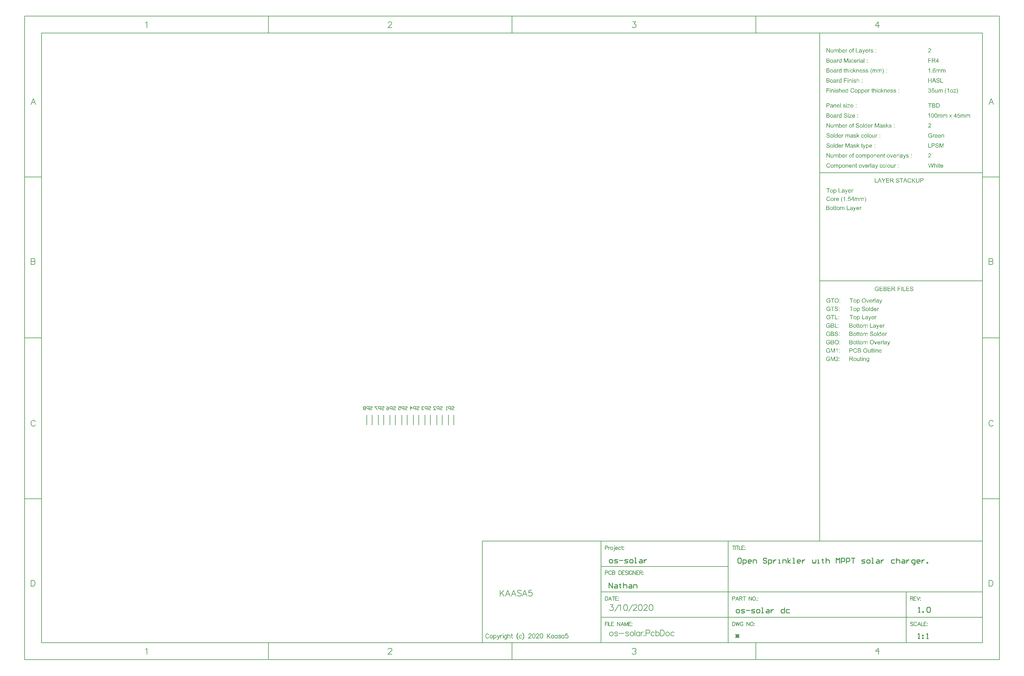
<source format=gbo>
G04*
G04 #@! TF.GenerationSoftware,Altium Limited,Altium Designer,20.2.4 (192)*
G04*
G04 Layer_Color=32896*
%FSLAX44Y44*%
%MOMM*%
G71*
G04*
G04 #@! TF.SameCoordinates,49635633-0EA2-4BDF-9D0A-EC2E79484443*
G04*
G04*
G04 #@! TF.FilePolarity,Positive*
G04*
G01*
G75*
%ADD10C,0.2000*%
%ADD12C,0.2540*%
%ADD20C,0.1270*%
%ADD21C,0.1778*%
G36*
X2126701Y280781D02*
X2125121D01*
Y282576D01*
X2126701D01*
Y280781D01*
D02*
G37*
G36*
X2133763Y279240D02*
X2133958Y279221D01*
X2134192Y279182D01*
X2134465Y279123D01*
X2134718Y279045D01*
X2134991Y278948D01*
X2135031Y278928D01*
X2135108Y278889D01*
X2135226Y278831D01*
X2135382Y278733D01*
X2135557Y278616D01*
X2135733Y278480D01*
X2135908Y278324D01*
X2136045Y278148D01*
X2136064Y278129D01*
X2136103Y278070D01*
X2136162Y277953D01*
X2136240Y277816D01*
X2136318Y277660D01*
X2136396Y277465D01*
X2136474Y277231D01*
X2136533Y276997D01*
Y276978D01*
X2136552Y276919D01*
X2136572Y276802D01*
X2136591Y276646D01*
Y276431D01*
X2136611Y276158D01*
X2136630Y275846D01*
Y275456D01*
Y269760D01*
X2135050D01*
Y275397D01*
Y275417D01*
Y275437D01*
Y275554D01*
Y275729D01*
X2135031Y275944D01*
X2135011Y276158D01*
X2134972Y276412D01*
X2134913Y276626D01*
X2134855Y276822D01*
Y276841D01*
X2134816Y276900D01*
X2134777Y276997D01*
X2134718Y277095D01*
X2134621Y277231D01*
X2134504Y277348D01*
X2134367Y277485D01*
X2134211Y277602D01*
X2134192Y277621D01*
X2134133Y277641D01*
X2134036Y277699D01*
X2133899Y277758D01*
X2133743Y277797D01*
X2133548Y277855D01*
X2133353Y277875D01*
X2133119Y277894D01*
X2132943D01*
X2132768Y277855D01*
X2132514Y277816D01*
X2132241Y277738D01*
X2131968Y277621D01*
X2131656Y277465D01*
X2131383Y277251D01*
X2131344Y277212D01*
X2131266Y277114D01*
X2131149Y276958D01*
X2131090Y276841D01*
X2131031Y276705D01*
X2130954Y276549D01*
X2130895Y276373D01*
X2130836Y276178D01*
X2130778Y275963D01*
X2130719Y275710D01*
X2130700Y275437D01*
X2130661Y275144D01*
Y274832D01*
Y269760D01*
X2129081D01*
Y279045D01*
X2130505D01*
Y277719D01*
X2130524Y277738D01*
X2130544Y277777D01*
X2130602Y277855D01*
X2130700Y277953D01*
X2130797Y278070D01*
X2130934Y278207D01*
X2131071Y278343D01*
X2131246Y278499D01*
X2131461Y278636D01*
X2131675Y278772D01*
X2131909Y278909D01*
X2132182Y279026D01*
X2132456Y279123D01*
X2132768Y279201D01*
X2133099Y279240D01*
X2133450Y279260D01*
X2133587D01*
X2133763Y279240D01*
D02*
G37*
G36*
X2117669Y269760D02*
X2116265D01*
Y271106D01*
X2116245Y271087D01*
X2116206Y271047D01*
X2116147Y270969D01*
X2116069Y270872D01*
X2115952Y270735D01*
X2115816Y270618D01*
X2115660Y270462D01*
X2115484Y270326D01*
X2115289Y270189D01*
X2115075Y270033D01*
X2114821Y269916D01*
X2114567Y269799D01*
X2114275Y269682D01*
X2113982Y269604D01*
X2113651Y269565D01*
X2113319Y269545D01*
X2113182D01*
X2113026Y269565D01*
X2112812Y269584D01*
X2112578Y269623D01*
X2112324Y269682D01*
X2112051Y269760D01*
X2111778Y269858D01*
X2111739Y269877D01*
X2111661Y269916D01*
X2111544Y269974D01*
X2111388Y270072D01*
X2111212Y270189D01*
X2111037Y270326D01*
X2110881Y270462D01*
X2110724Y270638D01*
X2110705Y270657D01*
X2110666Y270716D01*
X2110607Y270833D01*
X2110549Y270969D01*
X2110451Y271145D01*
X2110373Y271340D01*
X2110295Y271555D01*
X2110237Y271808D01*
Y271828D01*
X2110217Y271906D01*
Y272003D01*
X2110198Y272159D01*
X2110178Y272374D01*
Y272628D01*
X2110159Y272920D01*
Y273271D01*
Y279045D01*
X2111739D01*
Y273876D01*
Y273857D01*
Y273818D01*
Y273759D01*
Y273681D01*
Y273466D01*
X2111758Y273213D01*
Y272940D01*
X2111778Y272666D01*
X2111797Y272413D01*
X2111817Y272218D01*
Y272198D01*
X2111856Y272120D01*
X2111895Y272003D01*
X2111953Y271867D01*
X2112032Y271711D01*
X2112149Y271535D01*
X2112285Y271379D01*
X2112441Y271243D01*
X2112461Y271223D01*
X2112539Y271184D01*
X2112636Y271126D01*
X2112773Y271067D01*
X2112948Y271008D01*
X2113143Y270950D01*
X2113378Y270911D01*
X2113631Y270891D01*
X2113748D01*
X2113885Y270911D01*
X2114060Y270930D01*
X2114255Y270969D01*
X2114470Y271047D01*
X2114704Y271126D01*
X2114938Y271243D01*
X2114958Y271262D01*
X2115036Y271320D01*
X2115153Y271399D01*
X2115289Y271516D01*
X2115426Y271652D01*
X2115582Y271828D01*
X2115699Y272023D01*
X2115816Y272237D01*
X2115835Y272276D01*
X2115855Y272354D01*
X2115894Y272491D01*
X2115952Y272706D01*
X2116011Y272959D01*
X2116050Y273271D01*
X2116069Y273642D01*
X2116089Y274051D01*
Y279045D01*
X2117669D01*
Y269760D01*
D02*
G37*
G36*
X2126701D02*
X2125121D01*
Y279045D01*
X2126701D01*
Y269760D01*
D02*
G37*
G36*
X2093656Y282557D02*
X2093812D01*
X2094202Y282537D01*
X2094612Y282498D01*
X2095041Y282420D01*
X2095450Y282342D01*
X2095645Y282284D01*
X2095821Y282225D01*
X2095840D01*
X2095860Y282206D01*
X2095977Y282167D01*
X2096133Y282069D01*
X2096328Y281933D01*
X2096562Y281776D01*
X2096796Y281562D01*
X2097030Y281308D01*
X2097245Y280996D01*
X2097265Y280957D01*
X2097323Y280840D01*
X2097421Y280665D01*
X2097518Y280430D01*
X2097616Y280138D01*
X2097713Y279806D01*
X2097772Y279455D01*
X2097791Y279065D01*
Y279045D01*
Y279006D01*
Y278928D01*
X2097772Y278831D01*
Y278714D01*
X2097752Y278577D01*
X2097674Y278265D01*
X2097577Y277894D01*
X2097421Y277524D01*
X2097186Y277134D01*
X2097050Y276939D01*
X2096894Y276763D01*
X2096855Y276724D01*
X2096796Y276685D01*
X2096738Y276607D01*
X2096640Y276549D01*
X2096523Y276451D01*
X2096387Y276373D01*
X2096231Y276275D01*
X2096055Y276178D01*
X2095840Y276080D01*
X2095626Y275983D01*
X2095372Y275885D01*
X2095119Y275788D01*
X2094826Y275710D01*
X2094514Y275651D01*
X2094182Y275593D01*
X2094221Y275573D01*
X2094299Y275534D01*
X2094417Y275476D01*
X2094553Y275397D01*
X2094885Y275183D01*
X2095060Y275066D01*
X2095197Y274949D01*
X2095236Y274910D01*
X2095333Y274832D01*
X2095470Y274676D01*
X2095645Y274481D01*
X2095860Y274227D01*
X2096094Y273934D01*
X2096348Y273603D01*
X2096601Y273232D01*
X2098825Y269760D01*
X2096699D01*
X2095002Y272413D01*
Y272432D01*
X2094963Y272472D01*
X2094924Y272530D01*
X2094885Y272608D01*
X2094748Y272803D01*
X2094573Y273057D01*
X2094377Y273349D01*
X2094163Y273642D01*
X2093968Y273915D01*
X2093773Y274169D01*
X2093753Y274188D01*
X2093695Y274266D01*
X2093597Y274383D01*
X2093500Y274520D01*
X2093207Y274793D01*
X2093071Y274929D01*
X2092914Y275027D01*
X2092895Y275046D01*
X2092856Y275066D01*
X2092778Y275105D01*
X2092680Y275163D01*
X2092446Y275280D01*
X2092154Y275378D01*
X2092134D01*
X2092095Y275397D01*
X2092017D01*
X2091920Y275417D01*
X2091783Y275437D01*
X2091627D01*
X2091432Y275456D01*
X2089247D01*
Y269760D01*
X2087550D01*
Y282576D01*
X2093500D01*
X2093656Y282557D01*
D02*
G37*
G36*
X2121980Y279045D02*
X2123560D01*
Y277816D01*
X2121980D01*
Y272374D01*
Y272354D01*
Y272276D01*
Y272159D01*
X2122000Y272023D01*
X2122019Y271730D01*
X2122039Y271613D01*
X2122058Y271516D01*
X2122078Y271477D01*
X2122117Y271399D01*
X2122195Y271301D01*
X2122312Y271203D01*
X2122351Y271184D01*
X2122448Y271164D01*
X2122624Y271126D01*
X2122858Y271106D01*
X2123053D01*
X2123151Y271126D01*
X2123268D01*
X2123560Y271164D01*
X2123775Y269779D01*
X2123736D01*
X2123658Y269760D01*
X2123541Y269741D01*
X2123365Y269721D01*
X2123190Y269682D01*
X2122995Y269662D01*
X2122585Y269643D01*
X2122448D01*
X2122292Y269662D01*
X2122097Y269682D01*
X2121883Y269701D01*
X2121649Y269760D01*
X2121434Y269818D01*
X2121239Y269897D01*
X2121219Y269916D01*
X2121161Y269955D01*
X2121083Y270014D01*
X2120985Y270092D01*
X2120868Y270189D01*
X2120771Y270306D01*
X2120654Y270443D01*
X2120576Y270599D01*
Y270618D01*
X2120556Y270696D01*
X2120517Y270813D01*
X2120498Y271008D01*
X2120459Y271262D01*
X2120439Y271399D01*
X2120420Y271574D01*
Y271769D01*
X2120400Y271984D01*
Y272218D01*
Y272472D01*
Y277816D01*
X2119230D01*
Y279045D01*
X2120400D01*
Y281328D01*
X2121980Y282284D01*
Y279045D01*
D02*
G37*
G36*
X2104307Y279240D02*
X2104482Y279221D01*
X2104658Y279201D01*
X2104872Y279162D01*
X2105107Y279104D01*
X2105594Y278948D01*
X2105848Y278850D01*
X2106121Y278733D01*
X2106374Y278577D01*
X2106628Y278402D01*
X2106882Y278207D01*
X2107116Y277992D01*
X2107135Y277973D01*
X2107174Y277934D01*
X2107233Y277855D01*
X2107311Y277758D01*
X2107408Y277641D01*
X2107506Y277485D01*
X2107623Y277290D01*
X2107740Y277095D01*
X2107838Y276861D01*
X2107955Y276588D01*
X2108052Y276314D01*
X2108150Y276002D01*
X2108228Y275671D01*
X2108286Y275300D01*
X2108325Y274929D01*
X2108345Y274520D01*
Y274500D01*
Y274442D01*
Y274344D01*
Y274227D01*
X2108325Y274071D01*
Y273895D01*
X2108306Y273700D01*
X2108286Y273486D01*
X2108208Y273037D01*
X2108111Y272569D01*
X2107974Y272101D01*
X2107798Y271691D01*
Y271672D01*
X2107779Y271652D01*
X2107701Y271516D01*
X2107564Y271340D01*
X2107389Y271106D01*
X2107174Y270852D01*
X2106901Y270599D01*
X2106589Y270345D01*
X2106218Y270111D01*
X2106199D01*
X2106179Y270092D01*
X2106121Y270053D01*
X2106043Y270033D01*
X2105828Y269935D01*
X2105555Y269838D01*
X2105224Y269721D01*
X2104853Y269643D01*
X2104443Y269565D01*
X2103994Y269545D01*
X2103799D01*
X2103663Y269565D01*
X2103507Y269584D01*
X2103312Y269604D01*
X2103097Y269643D01*
X2102863Y269701D01*
X2102375Y269858D01*
X2102102Y269955D01*
X2101849Y270072D01*
X2101576Y270209D01*
X2101322Y270384D01*
X2101069Y270579D01*
X2100834Y270794D01*
X2100815Y270813D01*
X2100776Y270852D01*
X2100717Y270930D01*
X2100659Y271028D01*
X2100561Y271164D01*
X2100464Y271320D01*
X2100347Y271496D01*
X2100249Y271711D01*
X2100132Y271964D01*
X2100015Y272218D01*
X2099917Y272530D01*
X2099839Y272842D01*
X2099762Y273193D01*
X2099703Y273564D01*
X2099664Y273974D01*
X2099644Y274403D01*
Y274442D01*
Y274520D01*
X2099664Y274656D01*
Y274832D01*
X2099684Y275046D01*
X2099722Y275280D01*
X2099762Y275554D01*
X2099820Y275846D01*
X2099898Y276158D01*
X2099996Y276470D01*
X2100113Y276783D01*
X2100249Y277095D01*
X2100405Y277407D01*
X2100600Y277699D01*
X2100815Y277973D01*
X2101069Y278226D01*
X2101088Y278246D01*
X2101127Y278265D01*
X2101185Y278324D01*
X2101283Y278382D01*
X2101400Y278460D01*
X2101537Y278558D01*
X2101693Y278655D01*
X2101888Y278753D01*
X2102083Y278831D01*
X2102297Y278928D01*
X2102805Y279104D01*
X2103370Y279221D01*
X2103682Y279240D01*
X2103994Y279260D01*
X2104170D01*
X2104307Y279240D01*
D02*
G37*
G36*
X2142716D02*
X2142853Y279221D01*
X2143029Y279182D01*
X2143399Y279084D01*
X2143614Y279026D01*
X2143828Y278928D01*
X2144062Y278831D01*
X2144296Y278694D01*
X2144511Y278538D01*
X2144745Y278363D01*
X2144960Y278148D01*
X2145155Y277914D01*
Y279045D01*
X2146598D01*
Y271008D01*
Y270989D01*
Y270911D01*
Y270813D01*
Y270657D01*
X2146579Y270482D01*
Y270287D01*
X2146559Y270053D01*
X2146540Y269818D01*
X2146481Y269331D01*
X2146403Y268824D01*
X2146306Y268355D01*
X2146228Y268141D01*
X2146150Y267965D01*
Y267946D01*
X2146130Y267926D01*
X2146072Y267809D01*
X2145954Y267653D01*
X2145818Y267439D01*
X2145623Y267204D01*
X2145389Y266970D01*
X2145096Y266736D01*
X2144765Y266522D01*
X2144745D01*
X2144726Y266502D01*
X2144667Y266483D01*
X2144589Y266444D01*
X2144394Y266346D01*
X2144121Y266268D01*
X2143770Y266171D01*
X2143360Y266073D01*
X2142911Y266015D01*
X2142404Y265995D01*
X2142248D01*
X2142131Y266015D01*
X2141995D01*
X2141819Y266034D01*
X2141448Y266093D01*
X2141019Y266190D01*
X2140571Y266307D01*
X2140122Y266502D01*
X2139712Y266756D01*
X2139693D01*
X2139673Y266795D01*
X2139556Y266892D01*
X2139400Y267068D01*
X2139205Y267322D01*
X2139030Y267634D01*
X2138873Y268024D01*
X2138776Y268472D01*
X2138737Y268726D01*
Y268999D01*
X2140258Y268785D01*
Y268746D01*
X2140278Y268668D01*
X2140317Y268550D01*
X2140356Y268395D01*
X2140434Y268219D01*
X2140531Y268043D01*
X2140649Y267887D01*
X2140805Y267751D01*
X2140824Y267731D01*
X2140922Y267673D01*
X2141039Y267614D01*
X2141234Y267536D01*
X2141448Y267439D01*
X2141721Y267380D01*
X2142053Y267322D01*
X2142404Y267302D01*
X2142580D01*
X2142775Y267322D01*
X2143029Y267361D01*
X2143302Y267419D01*
X2143575Y267497D01*
X2143848Y267595D01*
X2144082Y267751D01*
X2144101Y267770D01*
X2144179Y267829D01*
X2144277Y267926D01*
X2144413Y268063D01*
X2144550Y268238D01*
X2144667Y268433D01*
X2144784Y268687D01*
X2144882Y268960D01*
Y268980D01*
X2144901Y269058D01*
X2144921Y269194D01*
X2144940Y269389D01*
X2144979Y269662D01*
Y269838D01*
X2144999Y270014D01*
Y270228D01*
Y270443D01*
Y270696D01*
Y270969D01*
X2144979Y270950D01*
X2144960Y270911D01*
X2144901Y270852D01*
X2144823Y270774D01*
X2144706Y270696D01*
X2144589Y270579D01*
X2144296Y270365D01*
X2143926Y270150D01*
X2143477Y269955D01*
X2143243Y269877D01*
X2142989Y269818D01*
X2142716Y269779D01*
X2142443Y269760D01*
X2142268D01*
X2142131Y269779D01*
X2141975Y269799D01*
X2141780Y269838D01*
X2141585Y269877D01*
X2141351Y269935D01*
X2141117Y269994D01*
X2140883Y270092D01*
X2140629Y270209D01*
X2140395Y270345D01*
X2140141Y270501D01*
X2139907Y270677D01*
X2139693Y270891D01*
X2139478Y271126D01*
X2139459Y271145D01*
X2139439Y271184D01*
X2139381Y271262D01*
X2139322Y271379D01*
X2139244Y271516D01*
X2139147Y271672D01*
X2139049Y271847D01*
X2138951Y272062D01*
X2138854Y272296D01*
X2138756Y272549D01*
X2138678Y272823D01*
X2138581Y273115D01*
X2138464Y273739D01*
X2138444Y274091D01*
X2138425Y274442D01*
Y274461D01*
Y274500D01*
Y274578D01*
Y274676D01*
X2138444Y274793D01*
Y274929D01*
X2138483Y275242D01*
X2138542Y275632D01*
X2138620Y276041D01*
X2138737Y276470D01*
X2138893Y276900D01*
Y276919D01*
X2138912Y276958D01*
X2138951Y277017D01*
X2138990Y277095D01*
X2139088Y277290D01*
X2139244Y277543D01*
X2139459Y277816D01*
X2139693Y278109D01*
X2139966Y278382D01*
X2140297Y278636D01*
X2140317D01*
X2140336Y278655D01*
X2140395Y278694D01*
X2140453Y278733D01*
X2140649Y278831D01*
X2140902Y278948D01*
X2141234Y279065D01*
X2141585Y279162D01*
X2141995Y279240D01*
X2142443Y279260D01*
X2142599D01*
X2142716Y279240D01*
D02*
G37*
G36*
X2163511Y305781D02*
X2161931D01*
Y307576D01*
X2163511D01*
Y305781D01*
D02*
G37*
G36*
X2105360Y307771D02*
X2105516Y307752D01*
X2105711Y307732D01*
X2105926Y307713D01*
X2106160Y307674D01*
X2106667Y307557D01*
X2107213Y307381D01*
X2107486Y307264D01*
X2107759Y307127D01*
X2108013Y306971D01*
X2108267Y306796D01*
X2108286Y306776D01*
X2108325Y306757D01*
X2108384Y306698D01*
X2108481Y306620D01*
X2108579Y306523D01*
X2108715Y306386D01*
X2108852Y306250D01*
X2108988Y306094D01*
X2109144Y305899D01*
X2109281Y305704D01*
X2109437Y305469D01*
X2109593Y305216D01*
X2109730Y304962D01*
X2109866Y304670D01*
X2110100Y304045D01*
X2108423Y303655D01*
Y303675D01*
X2108403Y303714D01*
X2108384Y303792D01*
X2108345Y303889D01*
X2108286Y304006D01*
X2108228Y304143D01*
X2108091Y304436D01*
X2107915Y304767D01*
X2107681Y305118D01*
X2107428Y305430D01*
X2107116Y305704D01*
X2107077Y305723D01*
X2106960Y305801D01*
X2106784Y305899D01*
X2106530Y306035D01*
X2106238Y306152D01*
X2105867Y306250D01*
X2105458Y306328D01*
X2104989Y306347D01*
X2104853D01*
X2104755Y306328D01*
X2104619D01*
X2104482Y306308D01*
X2104131Y306250D01*
X2103741Y306172D01*
X2103331Y306035D01*
X2102922Y305860D01*
X2102531Y305625D01*
X2102512D01*
X2102493Y305586D01*
X2102375Y305489D01*
X2102200Y305333D01*
X2101985Y305118D01*
X2101771Y304845D01*
X2101537Y304533D01*
X2101322Y304143D01*
X2101147Y303714D01*
Y303694D01*
X2101127Y303655D01*
X2101107Y303597D01*
X2101088Y303499D01*
X2101049Y303402D01*
X2101030Y303265D01*
X2100951Y302953D01*
X2100873Y302582D01*
X2100815Y302173D01*
X2100776Y301724D01*
X2100756Y301256D01*
Y301236D01*
Y301178D01*
Y301100D01*
Y300983D01*
X2100776Y300846D01*
Y300671D01*
X2100795Y300495D01*
X2100815Y300300D01*
X2100873Y299851D01*
X2100951Y299364D01*
X2101069Y298876D01*
X2101225Y298408D01*
Y298388D01*
X2101244Y298349D01*
X2101283Y298291D01*
X2101322Y298213D01*
X2101420Y297979D01*
X2101576Y297725D01*
X2101790Y297413D01*
X2102044Y297120D01*
X2102336Y296828D01*
X2102688Y296574D01*
X2102707D01*
X2102727Y296555D01*
X2102785Y296516D01*
X2102863Y296477D01*
X2103078Y296399D01*
X2103351Y296282D01*
X2103663Y296184D01*
X2104034Y296086D01*
X2104443Y296008D01*
X2104872Y295989D01*
X2105009D01*
X2105107Y296008D01*
X2105224D01*
X2105380Y296028D01*
X2105711Y296086D01*
X2106082Y296184D01*
X2106492Y296340D01*
X2106882Y296535D01*
X2107272Y296808D01*
X2107291Y296828D01*
X2107311Y296847D01*
X2107428Y296964D01*
X2107603Y297159D01*
X2107818Y297413D01*
X2108033Y297764D01*
X2108267Y298174D01*
X2108462Y298681D01*
X2108618Y299247D01*
X2110315Y298817D01*
Y298798D01*
X2110295Y298720D01*
X2110256Y298622D01*
X2110217Y298466D01*
X2110139Y298310D01*
X2110061Y298096D01*
X2109983Y297881D01*
X2109866Y297647D01*
X2109613Y297120D01*
X2109261Y296594D01*
X2108871Y296086D01*
X2108637Y295852D01*
X2108384Y295638D01*
X2108364Y295618D01*
X2108325Y295599D01*
X2108247Y295540D01*
X2108130Y295462D01*
X2107993Y295384D01*
X2107838Y295287D01*
X2107662Y295189D01*
X2107447Y295092D01*
X2107213Y294994D01*
X2106960Y294897D01*
X2106667Y294799D01*
X2106374Y294721D01*
X2105731Y294584D01*
X2105380Y294565D01*
X2105009Y294545D01*
X2104814D01*
X2104658Y294565D01*
X2104482D01*
X2104287Y294584D01*
X2104053Y294623D01*
X2103819Y294643D01*
X2103273Y294760D01*
X2102707Y294897D01*
X2102161Y295111D01*
X2101888Y295228D01*
X2101634Y295384D01*
X2101615Y295404D01*
X2101576Y295423D01*
X2101517Y295482D01*
X2101420Y295540D01*
X2101185Y295735D01*
X2100912Y296008D01*
X2100581Y296340D01*
X2100269Y296769D01*
X2099937Y297257D01*
X2099664Y297823D01*
Y297842D01*
X2099644Y297901D01*
X2099605Y297979D01*
X2099566Y298096D01*
X2099508Y298252D01*
X2099449Y298427D01*
X2099391Y298622D01*
X2099332Y298857D01*
X2099274Y299090D01*
X2099215Y299364D01*
X2099098Y299949D01*
X2099020Y300573D01*
X2099001Y301256D01*
Y301275D01*
Y301353D01*
Y301451D01*
X2099020Y301588D01*
Y301763D01*
X2099040Y301978D01*
X2099059Y302192D01*
X2099098Y302446D01*
X2099196Y302992D01*
X2099313Y303577D01*
X2099508Y304182D01*
X2099762Y304748D01*
Y304767D01*
X2099801Y304806D01*
X2099839Y304884D01*
X2099898Y305001D01*
X2099976Y305118D01*
X2100074Y305255D01*
X2100327Y305586D01*
X2100620Y305957D01*
X2100990Y306328D01*
X2101439Y306698D01*
X2101927Y307010D01*
X2101946D01*
X2101985Y307050D01*
X2102063Y307089D01*
X2102180Y307127D01*
X2102297Y307186D01*
X2102453Y307264D01*
X2102649Y307323D01*
X2102844Y307401D01*
X2103058Y307479D01*
X2103292Y307537D01*
X2103819Y307674D01*
X2104404Y307752D01*
X2105028Y307791D01*
X2105224D01*
X2105360Y307771D01*
D02*
G37*
G36*
X2170573Y304240D02*
X2170768Y304221D01*
X2171002Y304182D01*
X2171275Y304123D01*
X2171528Y304045D01*
X2171802Y303948D01*
X2171841Y303928D01*
X2171919Y303889D01*
X2172036Y303831D01*
X2172192Y303733D01*
X2172367Y303616D01*
X2172543Y303480D01*
X2172718Y303324D01*
X2172855Y303148D01*
X2172874Y303129D01*
X2172914Y303070D01*
X2172972Y302953D01*
X2173050Y302816D01*
X2173128Y302660D01*
X2173206Y302465D01*
X2173284Y302231D01*
X2173343Y301997D01*
Y301978D01*
X2173362Y301919D01*
X2173382Y301802D01*
X2173401Y301646D01*
Y301431D01*
X2173421Y301158D01*
X2173440Y300846D01*
Y300456D01*
Y294760D01*
X2171860D01*
Y300397D01*
Y300417D01*
Y300436D01*
Y300554D01*
Y300729D01*
X2171841Y300944D01*
X2171821Y301158D01*
X2171782Y301412D01*
X2171723Y301626D01*
X2171665Y301821D01*
Y301841D01*
X2171626Y301900D01*
X2171587Y301997D01*
X2171528Y302095D01*
X2171431Y302231D01*
X2171314Y302348D01*
X2171177Y302485D01*
X2171021Y302602D01*
X2171002Y302621D01*
X2170943Y302641D01*
X2170846Y302699D01*
X2170709Y302758D01*
X2170553Y302797D01*
X2170358Y302855D01*
X2170163Y302875D01*
X2169929Y302894D01*
X2169753D01*
X2169578Y302855D01*
X2169324Y302816D01*
X2169051Y302738D01*
X2168778Y302621D01*
X2168466Y302465D01*
X2168193Y302251D01*
X2168154Y302212D01*
X2168076Y302114D01*
X2167959Y301958D01*
X2167900Y301841D01*
X2167842Y301705D01*
X2167764Y301548D01*
X2167705Y301373D01*
X2167646Y301178D01*
X2167588Y300963D01*
X2167529Y300710D01*
X2167510Y300436D01*
X2167471Y300144D01*
Y299832D01*
Y294760D01*
X2165891D01*
Y304045D01*
X2167315D01*
Y302719D01*
X2167334Y302738D01*
X2167354Y302777D01*
X2167413Y302855D01*
X2167510Y302953D01*
X2167608Y303070D01*
X2167744Y303207D01*
X2167881Y303343D01*
X2168056Y303499D01*
X2168271Y303636D01*
X2168485Y303772D01*
X2168719Y303909D01*
X2168992Y304026D01*
X2169266Y304123D01*
X2169578Y304201D01*
X2169909Y304240D01*
X2170260Y304260D01*
X2170397D01*
X2170573Y304240D01*
D02*
G37*
G36*
X2150500Y294760D02*
X2149095D01*
Y296106D01*
X2149076Y296086D01*
X2149037Y296047D01*
X2148978Y295969D01*
X2148900Y295872D01*
X2148783Y295735D01*
X2148647Y295618D01*
X2148490Y295462D01*
X2148315Y295326D01*
X2148120Y295189D01*
X2147905Y295033D01*
X2147652Y294916D01*
X2147398Y294799D01*
X2147106Y294682D01*
X2146813Y294604D01*
X2146481Y294565D01*
X2146150Y294545D01*
X2146013D01*
X2145857Y294565D01*
X2145642Y294584D01*
X2145408Y294623D01*
X2145155Y294682D01*
X2144882Y294760D01*
X2144608Y294858D01*
X2144570Y294877D01*
X2144491Y294916D01*
X2144375Y294974D01*
X2144218Y295072D01*
X2144043Y295189D01*
X2143867Y295326D01*
X2143711Y295462D01*
X2143555Y295638D01*
X2143536Y295657D01*
X2143497Y295716D01*
X2143438Y295833D01*
X2143380Y295969D01*
X2143282Y296145D01*
X2143204Y296340D01*
X2143126Y296555D01*
X2143067Y296808D01*
Y296828D01*
X2143048Y296906D01*
Y297003D01*
X2143029Y297159D01*
X2143009Y297374D01*
Y297628D01*
X2142989Y297920D01*
Y298271D01*
Y304045D01*
X2144570D01*
Y298876D01*
Y298857D01*
Y298817D01*
Y298759D01*
Y298681D01*
Y298466D01*
X2144589Y298213D01*
Y297940D01*
X2144608Y297666D01*
X2144628Y297413D01*
X2144648Y297218D01*
Y297198D01*
X2144687Y297120D01*
X2144726Y297003D01*
X2144784Y296867D01*
X2144862Y296711D01*
X2144979Y296535D01*
X2145116Y296379D01*
X2145272Y296243D01*
X2145291Y296223D01*
X2145369Y296184D01*
X2145467Y296125D01*
X2145603Y296067D01*
X2145779Y296008D01*
X2145974Y295950D01*
X2146208Y295911D01*
X2146462Y295891D01*
X2146579D01*
X2146715Y295911D01*
X2146891Y295930D01*
X2147086Y295969D01*
X2147301Y296047D01*
X2147535Y296125D01*
X2147769Y296243D01*
X2147788Y296262D01*
X2147866Y296320D01*
X2147983Y296399D01*
X2148120Y296516D01*
X2148256Y296652D01*
X2148412Y296828D01*
X2148530Y297023D01*
X2148647Y297237D01*
X2148666Y297276D01*
X2148685Y297354D01*
X2148725Y297491D01*
X2148783Y297705D01*
X2148842Y297959D01*
X2148881Y298271D01*
X2148900Y298642D01*
X2148920Y299051D01*
Y304045D01*
X2150500D01*
Y294760D01*
D02*
G37*
G36*
X2163511D02*
X2161931D01*
Y304045D01*
X2163511D01*
Y294760D01*
D02*
G37*
G36*
X2159492D02*
X2157912D01*
Y307576D01*
X2159492D01*
Y294760D01*
D02*
G37*
G36*
X2117493Y307557D02*
X2117630D01*
X2117962Y307537D01*
X2118332Y307479D01*
X2118723Y307420D01*
X2119113Y307323D01*
X2119464Y307186D01*
X2119483D01*
X2119503Y307167D01*
X2119620Y307108D01*
X2119776Y307010D01*
X2119971Y306893D01*
X2120205Y306718D01*
X2120439Y306503D01*
X2120654Y306269D01*
X2120868Y305977D01*
X2120888Y305938D01*
X2120946Y305840D01*
X2121024Y305665D01*
X2121122Y305450D01*
X2121219Y305196D01*
X2121297Y304923D01*
X2121356Y304611D01*
X2121375Y304279D01*
Y304240D01*
Y304143D01*
X2121356Y303987D01*
X2121317Y303772D01*
X2121258Y303538D01*
X2121180Y303285D01*
X2121083Y302992D01*
X2120927Y302719D01*
X2120907Y302680D01*
X2120849Y302602D01*
X2120732Y302465D01*
X2120595Y302309D01*
X2120400Y302114D01*
X2120166Y301939D01*
X2119893Y301744D01*
X2119561Y301568D01*
X2119581D01*
X2119620Y301548D01*
X2119678Y301529D01*
X2119756Y301509D01*
X2119971Y301412D01*
X2120224Y301295D01*
X2120517Y301119D01*
X2120810Y300924D01*
X2121102Y300690D01*
X2121356Y300397D01*
X2121375Y300359D01*
X2121454Y300261D01*
X2121551Y300085D01*
X2121688Y299851D01*
X2121805Y299559D01*
X2121902Y299247D01*
X2121980Y298876D01*
X2122000Y298466D01*
Y298427D01*
Y298310D01*
X2121980Y298135D01*
X2121961Y297920D01*
X2121902Y297666D01*
X2121844Y297374D01*
X2121746Y297081D01*
X2121609Y296789D01*
X2121590Y296750D01*
X2121551Y296652D01*
X2121454Y296516D01*
X2121356Y296340D01*
X2121219Y296145D01*
X2121063Y295950D01*
X2120868Y295755D01*
X2120673Y295579D01*
X2120654Y295560D01*
X2120576Y295521D01*
X2120459Y295443D01*
X2120283Y295345D01*
X2120088Y295248D01*
X2119834Y295150D01*
X2119561Y295053D01*
X2119269Y294955D01*
X2119230D01*
X2119113Y294916D01*
X2118937Y294897D01*
X2118703Y294858D01*
X2118391Y294818D01*
X2118040Y294799D01*
X2117650Y294760D01*
X2112324D01*
Y307576D01*
X2117357D01*
X2117493Y307557D01*
D02*
G37*
G36*
X2093090D02*
X2093402Y307537D01*
X2093734Y307518D01*
X2094046Y307479D01*
X2094319Y307440D01*
X2094358D01*
X2094475Y307401D01*
X2094651Y307362D01*
X2094865Y307303D01*
X2095119Y307225D01*
X2095372Y307127D01*
X2095645Y306991D01*
X2095899Y306835D01*
X2095919Y306815D01*
X2096016Y306757D01*
X2096133Y306659D01*
X2096270Y306523D01*
X2096426Y306347D01*
X2096601Y306133D01*
X2096777Y305899D01*
X2096933Y305606D01*
X2096952Y305567D01*
X2096991Y305469D01*
X2097050Y305313D01*
X2097128Y305099D01*
X2097206Y304845D01*
X2097265Y304553D01*
X2097304Y304221D01*
X2097323Y303870D01*
Y303850D01*
Y303792D01*
Y303714D01*
X2097304Y303597D01*
X2097284Y303460D01*
X2097265Y303285D01*
X2097245Y303109D01*
X2097186Y302914D01*
X2097070Y302465D01*
X2096874Y302017D01*
X2096757Y301782D01*
X2096621Y301548D01*
X2096465Y301314D01*
X2096270Y301100D01*
X2096250Y301080D01*
X2096211Y301061D01*
X2096153Y301002D01*
X2096075Y300924D01*
X2095938Y300846D01*
X2095802Y300749D01*
X2095626Y300651D01*
X2095411Y300554D01*
X2095177Y300436D01*
X2094904Y300339D01*
X2094592Y300242D01*
X2094261Y300163D01*
X2093870Y300085D01*
X2093461Y300027D01*
X2093012Y300007D01*
X2092524Y299988D01*
X2089247D01*
Y294760D01*
X2087550D01*
Y307576D01*
X2092797D01*
X2093090Y307557D01*
D02*
G37*
G36*
X2154811Y304045D02*
X2156391D01*
Y302816D01*
X2154811D01*
Y297374D01*
Y297354D01*
Y297276D01*
Y297159D01*
X2154830Y297023D01*
X2154850Y296730D01*
X2154869Y296613D01*
X2154889Y296516D01*
X2154908Y296477D01*
X2154947Y296399D01*
X2155025Y296301D01*
X2155142Y296203D01*
X2155181Y296184D01*
X2155279Y296164D01*
X2155455Y296125D01*
X2155689Y296106D01*
X2155884D01*
X2155981Y296125D01*
X2156098D01*
X2156391Y296164D01*
X2156606Y294779D01*
X2156566D01*
X2156488Y294760D01*
X2156371Y294740D01*
X2156196Y294721D01*
X2156020Y294682D01*
X2155825Y294662D01*
X2155415Y294643D01*
X2155279D01*
X2155123Y294662D01*
X2154928Y294682D01*
X2154713Y294701D01*
X2154479Y294760D01*
X2154265Y294818D01*
X2154070Y294897D01*
X2154050Y294916D01*
X2153992Y294955D01*
X2153914Y295014D01*
X2153816Y295092D01*
X2153699Y295189D01*
X2153601Y295306D01*
X2153484Y295443D01*
X2153406Y295599D01*
Y295618D01*
X2153387Y295696D01*
X2153348Y295813D01*
X2153328Y296008D01*
X2153289Y296262D01*
X2153270Y296399D01*
X2153250Y296574D01*
Y296769D01*
X2153231Y296984D01*
Y297218D01*
Y297471D01*
Y302816D01*
X2152060D01*
Y304045D01*
X2153231D01*
Y306328D01*
X2154811Y307284D01*
Y304045D01*
D02*
G37*
G36*
X2179956Y304240D02*
X2180112Y304221D01*
X2180307Y304201D01*
X2180502Y304162D01*
X2180736Y304104D01*
X2181204Y303948D01*
X2181458Y303850D01*
X2181711Y303714D01*
X2181965Y303577D01*
X2182218Y303402D01*
X2182453Y303207D01*
X2182687Y302973D01*
X2182706Y302953D01*
X2182745Y302914D01*
X2182804Y302836D01*
X2182882Y302738D01*
X2182960Y302602D01*
X2183057Y302446D01*
X2183174Y302270D01*
X2183291Y302056D01*
X2183389Y301802D01*
X2183506Y301548D01*
X2183603Y301256D01*
X2183701Y300924D01*
X2183759Y300593D01*
X2183818Y300222D01*
X2183857Y299832D01*
X2183876Y299403D01*
Y299383D01*
Y299305D01*
Y299169D01*
X2183857Y298993D01*
X2176951D01*
Y298974D01*
Y298934D01*
X2176971Y298837D01*
Y298739D01*
X2176991Y298603D01*
X2177010Y298466D01*
X2177088Y298115D01*
X2177205Y297745D01*
X2177342Y297354D01*
X2177556Y296964D01*
X2177810Y296633D01*
X2177849Y296594D01*
X2177946Y296516D01*
X2178122Y296379D01*
X2178336Y296243D01*
X2178629Y296086D01*
X2178961Y295950D01*
X2179331Y295872D01*
X2179741Y295833D01*
X2179897D01*
X2180053Y295852D01*
X2180248Y295891D01*
X2180482Y295950D01*
X2180736Y296028D01*
X2180990Y296125D01*
X2181224Y296282D01*
X2181243Y296301D01*
X2181321Y296379D01*
X2181438Y296477D01*
X2181575Y296652D01*
X2181731Y296847D01*
X2181887Y297101D01*
X2182043Y297413D01*
X2182199Y297764D01*
X2183818Y297549D01*
Y297530D01*
X2183799Y297491D01*
X2183779Y297413D01*
X2183740Y297315D01*
X2183701Y297198D01*
X2183642Y297062D01*
X2183486Y296730D01*
X2183291Y296379D01*
X2183057Y296008D01*
X2182745Y295638D01*
X2182394Y295326D01*
X2182375D01*
X2182355Y295287D01*
X2182296Y295248D01*
X2182199Y295209D01*
X2182101Y295150D01*
X2181984Y295072D01*
X2181848Y295014D01*
X2181672Y294935D01*
X2181302Y294799D01*
X2180833Y294662D01*
X2180326Y294584D01*
X2179741Y294545D01*
X2179546D01*
X2179409Y294565D01*
X2179234Y294584D01*
X2179039Y294604D01*
X2178824Y294643D01*
X2178571Y294701D01*
X2178063Y294858D01*
X2177790Y294955D01*
X2177537Y295072D01*
X2177264Y295209D01*
X2177010Y295384D01*
X2176756Y295579D01*
X2176522Y295794D01*
X2176503Y295813D01*
X2176464Y295852D01*
X2176405Y295930D01*
X2176347Y296028D01*
X2176249Y296145D01*
X2176152Y296301D01*
X2176035Y296496D01*
X2175937Y296711D01*
X2175820Y296945D01*
X2175703Y297198D01*
X2175605Y297491D01*
X2175527Y297803D01*
X2175449Y298135D01*
X2175391Y298505D01*
X2175352Y298895D01*
X2175332Y299305D01*
Y299325D01*
Y299403D01*
Y299539D01*
X2175352Y299695D01*
X2175371Y299890D01*
X2175391Y300124D01*
X2175430Y300378D01*
X2175488Y300651D01*
X2175625Y301236D01*
X2175723Y301529D01*
X2175840Y301841D01*
X2175976Y302134D01*
X2176132Y302426D01*
X2176308Y302699D01*
X2176522Y302953D01*
X2176542Y302973D01*
X2176581Y303011D01*
X2176639Y303070D01*
X2176737Y303167D01*
X2176854Y303265D01*
X2177010Y303363D01*
X2177166Y303480D01*
X2177361Y303616D01*
X2177576Y303733D01*
X2177810Y303850D01*
X2178063Y303948D01*
X2178356Y304065D01*
X2178649Y304143D01*
X2178961Y304201D01*
X2179292Y304240D01*
X2179644Y304260D01*
X2179819D01*
X2179956Y304240D01*
D02*
G37*
G36*
X2135206Y307771D02*
X2135362D01*
X2135557Y307752D01*
X2135752Y307713D01*
X2135986Y307693D01*
X2136474Y307576D01*
X2137020Y307420D01*
X2137566Y307225D01*
X2137840Y307089D01*
X2138113Y306932D01*
X2138132D01*
X2138171Y306893D01*
X2138249Y306854D01*
X2138347Y306776D01*
X2138464Y306698D01*
X2138600Y306581D01*
X2138912Y306328D01*
X2139264Y305996D01*
X2139634Y305586D01*
X2139966Y305118D01*
X2140278Y304572D01*
Y304553D01*
X2140317Y304494D01*
X2140356Y304416D01*
X2140395Y304299D01*
X2140453Y304162D01*
X2140512Y303987D01*
X2140590Y303792D01*
X2140668Y303577D01*
X2140727Y303324D01*
X2140805Y303070D01*
X2140922Y302485D01*
X2141000Y301841D01*
X2141039Y301139D01*
Y301119D01*
Y301061D01*
Y300944D01*
X2141019Y300807D01*
Y300632D01*
X2141000Y300436D01*
X2140980Y300222D01*
X2140941Y299968D01*
X2140844Y299422D01*
X2140707Y298837D01*
X2140512Y298232D01*
X2140239Y297647D01*
Y297628D01*
X2140200Y297589D01*
X2140161Y297511D01*
X2140102Y297393D01*
X2140005Y297276D01*
X2139907Y297120D01*
X2139673Y296789D01*
X2139361Y296418D01*
X2138971Y296028D01*
X2138522Y295657D01*
X2138015Y295326D01*
X2137996D01*
X2137957Y295287D01*
X2137879Y295248D01*
X2137762Y295209D01*
X2137625Y295150D01*
X2137469Y295072D01*
X2137293Y295014D01*
X2137079Y294935D01*
X2136630Y294799D01*
X2136103Y294662D01*
X2135518Y294584D01*
X2134913Y294545D01*
X2134738D01*
X2134601Y294565D01*
X2134445D01*
X2134270Y294584D01*
X2134055Y294623D01*
X2133821Y294662D01*
X2133333Y294760D01*
X2132787Y294916D01*
X2132222Y295131D01*
X2131948Y295248D01*
X2131675Y295404D01*
X2131656Y295423D01*
X2131617Y295443D01*
X2131539Y295501D01*
X2131441Y295560D01*
X2131324Y295657D01*
X2131188Y295755D01*
X2130876Y296028D01*
X2130524Y296379D01*
X2130154Y296769D01*
X2129822Y297257D01*
X2129510Y297784D01*
Y297803D01*
X2129471Y297862D01*
X2129451Y297940D01*
X2129393Y298057D01*
X2129334Y298193D01*
X2129276Y298349D01*
X2129217Y298544D01*
X2129159Y298759D01*
X2129081Y298993D01*
X2129022Y299227D01*
X2128905Y299773D01*
X2128827Y300359D01*
X2128788Y300983D01*
Y301022D01*
Y301119D01*
X2128808Y301295D01*
Y301509D01*
X2128847Y301782D01*
X2128886Y302095D01*
X2128925Y302426D01*
X2129003Y302816D01*
X2129100Y303207D01*
X2129198Y303616D01*
X2129334Y304026D01*
X2129510Y304436D01*
X2129705Y304845D01*
X2129920Y305255D01*
X2130193Y305625D01*
X2130485Y305977D01*
X2130505Y305996D01*
X2130563Y306055D01*
X2130661Y306152D01*
X2130797Y306269D01*
X2130973Y306406D01*
X2131168Y306542D01*
X2131402Y306718D01*
X2131675Y306893D01*
X2131987Y307050D01*
X2132319Y307225D01*
X2132690Y307362D01*
X2133080Y307518D01*
X2133489Y307615D01*
X2133938Y307713D01*
X2134426Y307771D01*
X2134913Y307791D01*
X2135089D01*
X2135206Y307771D01*
D02*
G37*
G36*
X2024299Y282771D02*
X2024456D01*
X2024787Y282732D01*
X2025158Y282674D01*
X2025587Y282596D01*
X2026016Y282479D01*
X2026445Y282323D01*
X2026465D01*
X2026504Y282303D01*
X2026562Y282284D01*
X2026640Y282244D01*
X2026835Y282147D01*
X2027089Y281991D01*
X2027382Y281815D01*
X2027674Y281601D01*
X2027967Y281367D01*
X2028220Y281074D01*
X2028240Y281035D01*
X2028318Y280938D01*
X2028435Y280762D01*
X2028591Y280508D01*
X2028747Y280216D01*
X2028903Y279865D01*
X2029059Y279455D01*
X2029196Y278987D01*
X2027655Y278558D01*
Y278577D01*
X2027635Y278597D01*
X2027616Y278714D01*
X2027538Y278889D01*
X2027460Y279123D01*
X2027362Y279357D01*
X2027245Y279611D01*
X2027108Y279865D01*
X2026953Y280099D01*
X2026933Y280118D01*
X2026874Y280196D01*
X2026777Y280294D01*
X2026640Y280430D01*
X2026465Y280567D01*
X2026250Y280723D01*
X2026016Y280860D01*
X2025724Y280996D01*
X2025685Y281016D01*
X2025587Y281055D01*
X2025411Y281113D01*
X2025197Y281172D01*
X2024943Y281230D01*
X2024651Y281289D01*
X2024319Y281328D01*
X2023968Y281347D01*
X2023773D01*
X2023558Y281328D01*
X2023285Y281308D01*
X2022973Y281250D01*
X2022622Y281191D01*
X2022290Y281094D01*
X2021959Y280977D01*
X2021920Y280957D01*
X2021822Y280918D01*
X2021666Y280840D01*
X2021471Y280723D01*
X2021256Y280586D01*
X2021022Y280430D01*
X2020808Y280255D01*
X2020593Y280040D01*
X2020574Y280021D01*
X2020515Y279943D01*
X2020417Y279826D01*
X2020300Y279670D01*
X2020164Y279475D01*
X2020027Y279260D01*
X2019910Y279026D01*
X2019793Y278772D01*
Y278753D01*
X2019774Y278714D01*
X2019754Y278655D01*
X2019715Y278558D01*
X2019676Y278460D01*
X2019637Y278324D01*
X2019559Y278011D01*
X2019462Y277621D01*
X2019384Y277192D01*
X2019325Y276705D01*
X2019306Y276197D01*
Y276178D01*
Y276119D01*
Y276041D01*
X2019325Y275905D01*
Y275768D01*
X2019345Y275593D01*
X2019364Y275397D01*
X2019384Y275202D01*
X2019442Y274734D01*
X2019559Y274247D01*
X2019696Y273778D01*
X2019891Y273310D01*
Y273291D01*
X2019910Y273252D01*
X2019949Y273193D01*
X2020008Y273115D01*
X2020144Y272920D01*
X2020320Y272666D01*
X2020554Y272393D01*
X2020847Y272101D01*
X2021198Y271828D01*
X2021588Y271594D01*
X2021608D01*
X2021647Y271574D01*
X2021705Y271535D01*
X2021783Y271516D01*
X2021881Y271477D01*
X2022017Y271418D01*
X2022310Y271320D01*
X2022680Y271223D01*
X2023071Y271125D01*
X2023519Y271067D01*
X2023987Y271047D01*
X2024182D01*
X2024397Y271067D01*
X2024670Y271106D01*
X2024982Y271145D01*
X2025353Y271223D01*
X2025743Y271320D01*
X2026133Y271457D01*
X2026153D01*
X2026172Y271477D01*
X2026231Y271496D01*
X2026309Y271535D01*
X2026504Y271613D01*
X2026738Y271730D01*
X2026991Y271867D01*
X2027245Y272023D01*
X2027499Y272198D01*
X2027733Y272374D01*
Y274793D01*
X2023968D01*
Y276295D01*
X2029391D01*
Y271535D01*
X2029371Y271516D01*
X2029332Y271496D01*
X2029274Y271438D01*
X2029176Y271379D01*
X2029059Y271282D01*
X2028923Y271203D01*
X2028591Y270969D01*
X2028201Y270735D01*
X2027772Y270482D01*
X2027284Y270248D01*
X2026796Y270033D01*
X2026777D01*
X2026738Y270014D01*
X2026660Y269994D01*
X2026562Y269955D01*
X2026445Y269916D01*
X2026309Y269877D01*
X2026133Y269838D01*
X2025958Y269799D01*
X2025548Y269701D01*
X2025099Y269623D01*
X2024592Y269565D01*
X2024085Y269545D01*
X2023909D01*
X2023773Y269565D01*
X2023597D01*
X2023402Y269584D01*
X2023188Y269604D01*
X2022953Y269643D01*
X2022407Y269740D01*
X2021842Y269877D01*
X2021237Y270072D01*
X2020652Y270345D01*
X2020632Y270365D01*
X2020593Y270384D01*
X2020496Y270423D01*
X2020398Y270501D01*
X2020262Y270579D01*
X2020125Y270677D01*
X2019793Y270930D01*
X2019403Y271262D01*
X2019032Y271672D01*
X2018662Y272140D01*
X2018330Y272666D01*
Y272686D01*
X2018291Y272745D01*
X2018252Y272823D01*
X2018213Y272940D01*
X2018155Y273076D01*
X2018077Y273252D01*
X2018018Y273447D01*
X2017940Y273681D01*
X2017862Y273915D01*
X2017804Y274188D01*
X2017667Y274773D01*
X2017589Y275417D01*
X2017550Y276100D01*
Y276119D01*
Y276178D01*
Y276275D01*
X2017569Y276412D01*
Y276588D01*
X2017589Y276782D01*
X2017608Y276997D01*
X2017648Y277231D01*
X2017745Y277777D01*
X2017882Y278363D01*
X2018077Y278987D01*
X2018330Y279592D01*
Y279611D01*
X2018369Y279670D01*
X2018408Y279748D01*
X2018467Y279865D01*
X2018564Y280001D01*
X2018662Y280138D01*
X2018896Y280508D01*
X2019228Y280898D01*
X2019598Y281289D01*
X2020066Y281659D01*
X2020300Y281835D01*
X2020574Y281991D01*
X2020593D01*
X2020632Y282030D01*
X2020730Y282069D01*
X2020827Y282108D01*
X2020964Y282186D01*
X2021139Y282244D01*
X2021334Y282323D01*
X2021549Y282401D01*
X2021783Y282459D01*
X2022037Y282537D01*
X2022622Y282674D01*
X2023246Y282752D01*
X2023948Y282791D01*
X2024182D01*
X2024299Y282771D01*
D02*
G37*
G36*
X2058769Y277251D02*
X2056974D01*
Y279045D01*
X2058769D01*
Y277251D01*
D02*
G37*
G36*
X2044060Y269760D02*
X2042422D01*
Y280489D01*
X2038676Y269760D01*
X2037155D01*
X2033468Y280665D01*
Y269760D01*
X2031829D01*
Y282576D01*
X2034365D01*
X2037408Y273505D01*
Y273486D01*
X2037428Y273447D01*
X2037447Y273388D01*
X2037467Y273291D01*
X2037545Y273076D01*
X2037642Y272803D01*
X2037740Y272491D01*
X2037838Y272179D01*
X2037935Y271867D01*
X2038013Y271613D01*
X2038033Y271652D01*
X2038052Y271750D01*
X2038111Y271906D01*
X2038189Y272120D01*
X2038267Y272413D01*
X2038384Y272764D01*
X2038540Y273174D01*
X2038696Y273661D01*
X2041758Y282576D01*
X2044060D01*
Y269760D01*
D02*
G37*
G36*
X2058769D02*
X2056974D01*
Y271555D01*
X2058769D01*
Y269760D01*
D02*
G37*
G36*
X2050693Y282615D02*
X2050849Y282596D01*
X2051024Y282576D01*
X2051219Y282557D01*
X2051434Y282498D01*
X2051902Y282381D01*
X2052390Y282206D01*
X2052643Y282089D01*
X2052878Y281952D01*
X2053092Y281776D01*
X2053307Y281601D01*
X2053326Y281581D01*
X2053346Y281562D01*
X2053404Y281503D01*
X2053482Y281425D01*
X2053560Y281308D01*
X2053658Y281191D01*
X2053853Y280898D01*
X2054048Y280528D01*
X2054223Y280099D01*
X2054360Y279611D01*
X2054380Y279338D01*
X2054399Y279065D01*
Y279026D01*
Y278928D01*
X2054380Y278772D01*
X2054360Y278577D01*
X2054321Y278343D01*
X2054263Y278090D01*
X2054185Y277816D01*
X2054068Y277543D01*
X2054048Y277504D01*
X2054009Y277407D01*
X2053931Y277270D01*
X2053814Y277075D01*
X2053677Y276841D01*
X2053502Y276568D01*
X2053268Y276295D01*
X2053014Y275983D01*
X2052975Y275944D01*
X2052878Y275827D01*
X2052702Y275651D01*
X2052585Y275534D01*
X2052448Y275397D01*
X2052292Y275242D01*
X2052097Y275066D01*
X2051902Y274890D01*
X2051688Y274676D01*
X2051454Y274461D01*
X2051180Y274227D01*
X2050907Y273993D01*
X2050595Y273720D01*
X2050576Y273700D01*
X2050537Y273661D01*
X2050459Y273603D01*
X2050361Y273525D01*
X2050127Y273330D01*
X2049834Y273076D01*
X2049542Y272803D01*
X2049230Y272530D01*
X2048976Y272296D01*
X2048879Y272198D01*
X2048781Y272101D01*
X2048761Y272081D01*
X2048723Y272023D01*
X2048645Y271945D01*
X2048547Y271828D01*
X2048332Y271574D01*
X2048118Y271262D01*
X2054419D01*
Y269760D01*
X2045933D01*
Y269779D01*
Y269858D01*
Y269974D01*
X2045952Y270111D01*
X2045972Y270267D01*
X2045992Y270443D01*
X2046050Y270638D01*
X2046109Y270833D01*
Y270852D01*
X2046128Y270872D01*
X2046167Y270989D01*
X2046245Y271145D01*
X2046362Y271379D01*
X2046499Y271633D01*
X2046694Y271925D01*
X2046889Y272218D01*
X2047142Y272530D01*
Y272549D01*
X2047181Y272569D01*
X2047279Y272686D01*
X2047435Y272862D01*
X2047669Y273096D01*
X2047962Y273369D01*
X2048313Y273700D01*
X2048742Y274071D01*
X2049210Y274481D01*
X2049230Y274500D01*
X2049308Y274559D01*
X2049405Y274637D01*
X2049542Y274773D01*
X2049717Y274910D01*
X2049912Y275085D01*
X2050342Y275456D01*
X2050810Y275905D01*
X2051278Y276353D01*
X2051512Y276568D01*
X2051707Y276782D01*
X2051883Y276997D01*
X2052039Y277192D01*
Y277212D01*
X2052078Y277231D01*
X2052117Y277290D01*
X2052156Y277368D01*
X2052273Y277563D01*
X2052409Y277816D01*
X2052546Y278109D01*
X2052663Y278421D01*
X2052741Y278772D01*
X2052780Y279104D01*
Y279123D01*
Y279143D01*
X2052760Y279260D01*
X2052741Y279436D01*
X2052702Y279650D01*
X2052604Y279904D01*
X2052487Y280157D01*
X2052331Y280430D01*
X2052097Y280684D01*
X2052058Y280704D01*
X2051980Y280781D01*
X2051824Y280879D01*
X2051629Y281016D01*
X2051375Y281133D01*
X2051083Y281230D01*
X2050732Y281308D01*
X2050342Y281328D01*
X2050225D01*
X2050146Y281308D01*
X2049951Y281289D01*
X2049698Y281250D01*
X2049405Y281152D01*
X2049093Y281035D01*
X2048801Y280860D01*
X2048527Y280625D01*
X2048508Y280586D01*
X2048430Y280508D01*
X2048313Y280352D01*
X2048196Y280138D01*
X2048059Y279865D01*
X2047962Y279553D01*
X2047884Y279182D01*
X2047845Y278753D01*
X2046226Y278928D01*
Y278948D01*
Y279006D01*
X2046245Y279104D01*
X2046265Y279221D01*
X2046304Y279377D01*
X2046323Y279553D01*
X2046440Y279943D01*
X2046596Y280391D01*
X2046811Y280840D01*
X2047103Y281289D01*
X2047260Y281484D01*
X2047455Y281679D01*
X2047474Y281698D01*
X2047513Y281718D01*
X2047572Y281776D01*
X2047650Y281835D01*
X2047767Y281893D01*
X2047903Y281991D01*
X2048059Y282069D01*
X2048235Y282167D01*
X2048430Y282244D01*
X2048645Y282342D01*
X2048898Y282420D01*
X2049152Y282479D01*
X2049737Y282596D01*
X2050049Y282615D01*
X2050381Y282635D01*
X2050556D01*
X2050693Y282615D01*
D02*
G37*
G36*
X2024299Y307771D02*
X2024456D01*
X2024787Y307732D01*
X2025158Y307674D01*
X2025587Y307596D01*
X2026016Y307479D01*
X2026445Y307323D01*
X2026465D01*
X2026504Y307303D01*
X2026562Y307284D01*
X2026640Y307244D01*
X2026835Y307147D01*
X2027089Y306991D01*
X2027382Y306815D01*
X2027674Y306601D01*
X2027967Y306367D01*
X2028220Y306074D01*
X2028240Y306035D01*
X2028318Y305938D01*
X2028435Y305762D01*
X2028591Y305508D01*
X2028747Y305216D01*
X2028903Y304865D01*
X2029059Y304455D01*
X2029196Y303987D01*
X2027655Y303558D01*
Y303577D01*
X2027635Y303597D01*
X2027616Y303714D01*
X2027538Y303889D01*
X2027460Y304123D01*
X2027362Y304357D01*
X2027245Y304611D01*
X2027108Y304865D01*
X2026953Y305099D01*
X2026933Y305118D01*
X2026874Y305196D01*
X2026777Y305294D01*
X2026640Y305430D01*
X2026465Y305567D01*
X2026250Y305723D01*
X2026016Y305860D01*
X2025724Y305996D01*
X2025685Y306016D01*
X2025587Y306055D01*
X2025411Y306113D01*
X2025197Y306172D01*
X2024943Y306230D01*
X2024651Y306289D01*
X2024319Y306328D01*
X2023968Y306347D01*
X2023773D01*
X2023558Y306328D01*
X2023285Y306308D01*
X2022973Y306250D01*
X2022622Y306191D01*
X2022290Y306094D01*
X2021959Y305977D01*
X2021920Y305957D01*
X2021822Y305918D01*
X2021666Y305840D01*
X2021471Y305723D01*
X2021256Y305586D01*
X2021022Y305430D01*
X2020808Y305255D01*
X2020593Y305040D01*
X2020574Y305021D01*
X2020515Y304943D01*
X2020417Y304826D01*
X2020300Y304670D01*
X2020164Y304475D01*
X2020027Y304260D01*
X2019910Y304026D01*
X2019793Y303772D01*
Y303753D01*
X2019774Y303714D01*
X2019754Y303655D01*
X2019715Y303558D01*
X2019676Y303460D01*
X2019637Y303324D01*
X2019559Y303011D01*
X2019462Y302621D01*
X2019384Y302192D01*
X2019325Y301705D01*
X2019306Y301197D01*
Y301178D01*
Y301119D01*
Y301041D01*
X2019325Y300905D01*
Y300768D01*
X2019345Y300593D01*
X2019364Y300397D01*
X2019384Y300202D01*
X2019442Y299734D01*
X2019559Y299247D01*
X2019696Y298778D01*
X2019891Y298310D01*
Y298291D01*
X2019910Y298252D01*
X2019949Y298193D01*
X2020008Y298115D01*
X2020144Y297920D01*
X2020320Y297666D01*
X2020554Y297393D01*
X2020847Y297101D01*
X2021198Y296828D01*
X2021588Y296594D01*
X2021608D01*
X2021647Y296574D01*
X2021705Y296535D01*
X2021783Y296516D01*
X2021881Y296477D01*
X2022017Y296418D01*
X2022310Y296320D01*
X2022680Y296223D01*
X2023071Y296125D01*
X2023519Y296067D01*
X2023987Y296047D01*
X2024182D01*
X2024397Y296067D01*
X2024670Y296106D01*
X2024982Y296145D01*
X2025353Y296223D01*
X2025743Y296320D01*
X2026133Y296457D01*
X2026153D01*
X2026172Y296477D01*
X2026231Y296496D01*
X2026309Y296535D01*
X2026504Y296613D01*
X2026738Y296730D01*
X2026991Y296867D01*
X2027245Y297023D01*
X2027499Y297198D01*
X2027733Y297374D01*
Y299793D01*
X2023968D01*
Y301295D01*
X2029391D01*
Y296535D01*
X2029371Y296516D01*
X2029332Y296496D01*
X2029274Y296438D01*
X2029176Y296379D01*
X2029059Y296282D01*
X2028923Y296203D01*
X2028591Y295969D01*
X2028201Y295735D01*
X2027772Y295482D01*
X2027284Y295248D01*
X2026796Y295033D01*
X2026777D01*
X2026738Y295014D01*
X2026660Y294994D01*
X2026562Y294955D01*
X2026445Y294916D01*
X2026309Y294877D01*
X2026133Y294838D01*
X2025958Y294799D01*
X2025548Y294701D01*
X2025099Y294623D01*
X2024592Y294565D01*
X2024085Y294545D01*
X2023909D01*
X2023773Y294565D01*
X2023597D01*
X2023402Y294584D01*
X2023188Y294604D01*
X2022953Y294643D01*
X2022407Y294740D01*
X2021842Y294877D01*
X2021237Y295072D01*
X2020652Y295345D01*
X2020632Y295365D01*
X2020593Y295384D01*
X2020496Y295423D01*
X2020398Y295501D01*
X2020262Y295579D01*
X2020125Y295677D01*
X2019793Y295930D01*
X2019403Y296262D01*
X2019032Y296672D01*
X2018662Y297140D01*
X2018330Y297666D01*
Y297686D01*
X2018291Y297745D01*
X2018252Y297823D01*
X2018213Y297940D01*
X2018155Y298076D01*
X2018077Y298252D01*
X2018018Y298447D01*
X2017940Y298681D01*
X2017862Y298915D01*
X2017804Y299188D01*
X2017667Y299773D01*
X2017589Y300417D01*
X2017550Y301100D01*
Y301119D01*
Y301178D01*
Y301275D01*
X2017569Y301412D01*
Y301588D01*
X2017589Y301782D01*
X2017608Y301997D01*
X2017648Y302231D01*
X2017745Y302777D01*
X2017882Y303363D01*
X2018077Y303987D01*
X2018330Y304592D01*
Y304611D01*
X2018369Y304670D01*
X2018408Y304748D01*
X2018467Y304865D01*
X2018564Y305001D01*
X2018662Y305138D01*
X2018896Y305508D01*
X2019228Y305899D01*
X2019598Y306289D01*
X2020066Y306659D01*
X2020300Y306835D01*
X2020574Y306991D01*
X2020593D01*
X2020632Y307030D01*
X2020730Y307069D01*
X2020827Y307108D01*
X2020964Y307186D01*
X2021139Y307244D01*
X2021334Y307323D01*
X2021549Y307401D01*
X2021783Y307459D01*
X2022037Y307537D01*
X2022622Y307674D01*
X2023246Y307752D01*
X2023948Y307791D01*
X2024182D01*
X2024299Y307771D01*
D02*
G37*
G36*
X2058769Y302251D02*
X2056974D01*
Y304045D01*
X2058769D01*
Y302251D01*
D02*
G37*
G36*
X2044060Y294760D02*
X2042422D01*
Y305489D01*
X2038676Y294760D01*
X2037155D01*
X2033468Y305665D01*
Y294760D01*
X2031829D01*
Y307576D01*
X2034365D01*
X2037408Y298505D01*
Y298486D01*
X2037428Y298447D01*
X2037447Y298388D01*
X2037467Y298291D01*
X2037545Y298076D01*
X2037642Y297803D01*
X2037740Y297491D01*
X2037838Y297179D01*
X2037935Y296867D01*
X2038013Y296613D01*
X2038033Y296652D01*
X2038052Y296750D01*
X2038111Y296906D01*
X2038189Y297120D01*
X2038267Y297413D01*
X2038384Y297764D01*
X2038540Y298174D01*
X2038696Y298661D01*
X2041758Y307576D01*
X2044060D01*
Y294760D01*
D02*
G37*
G36*
X2058769D02*
X2056974D01*
Y296555D01*
X2058769D01*
Y294760D01*
D02*
G37*
G36*
X2052078D02*
X2050498D01*
Y304787D01*
X2050478Y304767D01*
X2050400Y304689D01*
X2050264Y304592D01*
X2050088Y304455D01*
X2049873Y304279D01*
X2049620Y304104D01*
X2049327Y303889D01*
X2048996Y303694D01*
X2048976D01*
X2048957Y303675D01*
X2048840Y303597D01*
X2048664Y303499D01*
X2048449Y303382D01*
X2048196Y303246D01*
X2047923Y303129D01*
X2047630Y302992D01*
X2047357Y302875D01*
Y304416D01*
X2047377D01*
X2047415Y304436D01*
X2047493Y304475D01*
X2047572Y304533D01*
X2047689Y304592D01*
X2047825Y304650D01*
X2048137Y304826D01*
X2048488Y305040D01*
X2048879Y305294D01*
X2049269Y305586D01*
X2049639Y305899D01*
X2049659Y305918D01*
X2049678Y305938D01*
X2049795Y306055D01*
X2049971Y306230D01*
X2050186Y306445D01*
X2050420Y306718D01*
X2050654Y307010D01*
X2050868Y307323D01*
X2051044Y307635D01*
X2052078D01*
Y294760D01*
D02*
G37*
G36*
X2185593Y329240D02*
X2185808Y329201D01*
X2186042Y329123D01*
X2186315Y329045D01*
X2186608Y328909D01*
X2186920Y328733D01*
X2186354Y327290D01*
X2186334Y327309D01*
X2186256Y327348D01*
X2186139Y327407D01*
X2186003Y327465D01*
X2185827Y327524D01*
X2185632Y327582D01*
X2185418Y327621D01*
X2185203Y327641D01*
X2185125D01*
X2185027Y327621D01*
X2184891Y327602D01*
X2184754Y327563D01*
X2184598Y327504D01*
X2184442Y327426D01*
X2184286Y327329D01*
X2184267Y327309D01*
X2184228Y327270D01*
X2184150Y327192D01*
X2184072Y327095D01*
X2183974Y326978D01*
X2183876Y326822D01*
X2183799Y326646D01*
X2183721Y326451D01*
X2183701Y326412D01*
X2183681Y326314D01*
X2183642Y326139D01*
X2183603Y325905D01*
X2183545Y325632D01*
X2183506Y325320D01*
X2183486Y324988D01*
X2183467Y324617D01*
Y319760D01*
X2181887D01*
Y329045D01*
X2183311D01*
Y327660D01*
X2183330Y327680D01*
X2183408Y327797D01*
X2183506Y327972D01*
X2183623Y328167D01*
X2183779Y328382D01*
X2183955Y328597D01*
X2184111Y328792D01*
X2184286Y328928D01*
X2184306Y328948D01*
X2184364Y328987D01*
X2184462Y329026D01*
X2184598Y329104D01*
X2184735Y329162D01*
X2184910Y329201D01*
X2185105Y329240D01*
X2185301Y329260D01*
X2185437D01*
X2185593Y329240D01*
D02*
G37*
G36*
X2139166D02*
X2139283D01*
X2139420Y329221D01*
X2139712Y329162D01*
X2140063Y329065D01*
X2140414Y328928D01*
X2140746Y328733D01*
X2141058Y328480D01*
X2141097Y328441D01*
X2141175Y328343D01*
X2141292Y328148D01*
X2141448Y327894D01*
X2141585Y327563D01*
X2141702Y327173D01*
X2141780Y326685D01*
X2141819Y326412D01*
Y326119D01*
Y319760D01*
X2140239D01*
Y325593D01*
Y325612D01*
Y325632D01*
Y325749D01*
Y325924D01*
X2140219Y326119D01*
X2140180Y326568D01*
X2140141Y326782D01*
X2140083Y326958D01*
Y326978D01*
X2140044Y327036D01*
X2140005Y327114D01*
X2139946Y327212D01*
X2139868Y327309D01*
X2139771Y327426D01*
X2139654Y327543D01*
X2139517Y327641D01*
X2139498Y327660D01*
X2139439Y327680D01*
X2139361Y327719D01*
X2139264Y327777D01*
X2139127Y327816D01*
X2138951Y327855D01*
X2138776Y327875D01*
X2138581Y327894D01*
X2138425D01*
X2138230Y327855D01*
X2138015Y327816D01*
X2137762Y327738D01*
X2137488Y327621D01*
X2137196Y327446D01*
X2136942Y327231D01*
X2136923Y327192D01*
X2136845Y327114D01*
X2136747Y326958D01*
X2136630Y326724D01*
X2136494Y326431D01*
X2136396Y326080D01*
X2136318Y325651D01*
X2136299Y325144D01*
Y319760D01*
X2134718D01*
Y325788D01*
Y325807D01*
Y325827D01*
Y325885D01*
Y325963D01*
X2134699Y326158D01*
X2134679Y326373D01*
X2134621Y326646D01*
X2134562Y326900D01*
X2134465Y327153D01*
X2134328Y327368D01*
X2134309Y327387D01*
X2134250Y327446D01*
X2134172Y327543D01*
X2134036Y327641D01*
X2133860Y327719D01*
X2133645Y327816D01*
X2133392Y327875D01*
X2133080Y327894D01*
X2132963D01*
X2132846Y327875D01*
X2132670Y327855D01*
X2132495Y327816D01*
X2132280Y327738D01*
X2132065Y327660D01*
X2131851Y327543D01*
X2131831Y327524D01*
X2131753Y327485D01*
X2131656Y327387D01*
X2131539Y327290D01*
X2131402Y327134D01*
X2131266Y326958D01*
X2131149Y326744D01*
X2131031Y326509D01*
X2131012Y326470D01*
X2130992Y326392D01*
X2130954Y326236D01*
X2130914Y326022D01*
X2130856Y325749D01*
X2130817Y325417D01*
X2130797Y325027D01*
X2130778Y324578D01*
Y319760D01*
X2129198D01*
Y329045D01*
X2130602D01*
Y327738D01*
X2130622Y327777D01*
X2130680Y327855D01*
X2130778Y327972D01*
X2130914Y328129D01*
X2131071Y328304D01*
X2131266Y328480D01*
X2131500Y328675D01*
X2131753Y328831D01*
X2131792Y328850D01*
X2131890Y328889D01*
X2132046Y328967D01*
X2132241Y329045D01*
X2132495Y329123D01*
X2132768Y329201D01*
X2133099Y329240D01*
X2133431Y329260D01*
X2133607D01*
X2133802Y329240D01*
X2134036Y329201D01*
X2134289Y329162D01*
X2134582Y329084D01*
X2134855Y328967D01*
X2135108Y328831D01*
X2135148Y328811D01*
X2135226Y328753D01*
X2135343Y328655D01*
X2135479Y328519D01*
X2135635Y328343D01*
X2135791Y328148D01*
X2135928Y327894D01*
X2136045Y327621D01*
X2136064Y327641D01*
X2136103Y327699D01*
X2136162Y327777D01*
X2136240Y327875D01*
X2136357Y328012D01*
X2136494Y328148D01*
X2136650Y328285D01*
X2136825Y328441D01*
X2137020Y328597D01*
X2137235Y328733D01*
X2137742Y329006D01*
X2138015Y329104D01*
X2138308Y329182D01*
X2138600Y329240D01*
X2138932Y329260D01*
X2139068D01*
X2139166Y329240D01*
D02*
G37*
G36*
X2167042Y319760D02*
X2165559D01*
X2162029Y329045D01*
X2163687D01*
X2165676Y323466D01*
X2165696Y323427D01*
X2165735Y323310D01*
X2165793Y323135D01*
X2165871Y322901D01*
X2165969Y322627D01*
X2166066Y322315D01*
X2166183Y321964D01*
X2166281Y321613D01*
X2166301Y321652D01*
X2166320Y321750D01*
X2166379Y321906D01*
X2166437Y322101D01*
X2166515Y322354D01*
X2166613Y322667D01*
X2166730Y322998D01*
X2166866Y323369D01*
X2168934Y329045D01*
X2170553D01*
X2167042Y319760D01*
D02*
G37*
G36*
X2205861Y319604D02*
Y319584D01*
X2205842Y319545D01*
X2205803Y319467D01*
X2205764Y319350D01*
X2205725Y319233D01*
X2205666Y319097D01*
X2205549Y318765D01*
X2205393Y318414D01*
X2205256Y318082D01*
X2205120Y317751D01*
X2205042Y317614D01*
X2204983Y317497D01*
X2204964Y317458D01*
X2204905Y317380D01*
X2204827Y317243D01*
X2204710Y317068D01*
X2204554Y316892D01*
X2204398Y316697D01*
X2204203Y316522D01*
X2204008Y316366D01*
X2203988Y316346D01*
X2203910Y316307D01*
X2203793Y316249D01*
X2203637Y316190D01*
X2203462Y316112D01*
X2203228Y316054D01*
X2202994Y316015D01*
X2202720Y315995D01*
X2202643D01*
X2202545Y316015D01*
X2202428D01*
X2202272Y316034D01*
X2202096Y316073D01*
X2201706Y316190D01*
X2201530Y317653D01*
X2201550D01*
X2201609Y317634D01*
X2201706Y317614D01*
X2201843Y317575D01*
X2202116Y317517D01*
X2202428Y317497D01*
X2202525D01*
X2202603Y317517D01*
X2202740D01*
X2203013Y317575D01*
X2203150Y317614D01*
X2203267Y317673D01*
X2203286D01*
X2203325Y317712D01*
X2203384Y317751D01*
X2203442Y317809D01*
X2203618Y317965D01*
X2203793Y318180D01*
Y318199D01*
X2203813Y318238D01*
X2203852Y318297D01*
X2203910Y318414D01*
X2203969Y318570D01*
X2204047Y318765D01*
X2204144Y319038D01*
X2204262Y319350D01*
X2204281Y319370D01*
X2204301Y319448D01*
X2204359Y319565D01*
X2204418Y319740D01*
X2200887Y329045D01*
X2202564D01*
X2204496Y323700D01*
Y323681D01*
X2204515Y323661D01*
X2204535Y323603D01*
X2204554Y323525D01*
X2204632Y323310D01*
X2204730Y323037D01*
X2204827Y322725D01*
X2204944Y322354D01*
X2205061Y321964D01*
X2205178Y321555D01*
Y321574D01*
X2205198Y321594D01*
Y321652D01*
X2205237Y321730D01*
X2205276Y321945D01*
X2205354Y322198D01*
X2205452Y322510D01*
X2205569Y322862D01*
X2205686Y323232D01*
X2205822Y323622D01*
X2207812Y329045D01*
X2209372D01*
X2205861Y319604D01*
D02*
G37*
G36*
X2196147Y329240D02*
X2196420Y329221D01*
X2196732Y329182D01*
X2197063Y329143D01*
X2197375Y329065D01*
X2197668Y328967D01*
X2197707Y328948D01*
X2197785Y328928D01*
X2197922Y328850D01*
X2198078Y328772D01*
X2198253Y328675D01*
X2198448Y328558D01*
X2198604Y328421D01*
X2198761Y328265D01*
X2198780Y328246D01*
X2198819Y328187D01*
X2198878Y328109D01*
X2198956Y327972D01*
X2199034Y327816D01*
X2199112Y327641D01*
X2199190Y327426D01*
X2199248Y327192D01*
Y327173D01*
X2199268Y327114D01*
X2199287Y327017D01*
X2199307Y326861D01*
Y326665D01*
X2199326Y326412D01*
X2199346Y326119D01*
Y325749D01*
Y323642D01*
Y323622D01*
Y323544D01*
Y323427D01*
Y323291D01*
Y323115D01*
Y322920D01*
X2199365Y322471D01*
Y321984D01*
X2199385Y321535D01*
X2199404Y321320D01*
Y321145D01*
X2199424Y320989D01*
X2199443Y320852D01*
Y320833D01*
X2199463Y320755D01*
X2199482Y320638D01*
X2199521Y320501D01*
X2199580Y320345D01*
X2199658Y320150D01*
X2199833Y319760D01*
X2198195D01*
X2198175Y319779D01*
X2198156Y319838D01*
X2198117Y319955D01*
X2198058Y320092D01*
X2198000Y320267D01*
X2197961Y320462D01*
X2197922Y320677D01*
X2197883Y320930D01*
X2197844Y320891D01*
X2197727Y320813D01*
X2197571Y320677D01*
X2197336Y320521D01*
X2197083Y320326D01*
X2196790Y320150D01*
X2196498Y319994D01*
X2196186Y319858D01*
X2196147Y319838D01*
X2196049Y319818D01*
X2195893Y319760D01*
X2195678Y319701D01*
X2195405Y319643D01*
X2195113Y319604D01*
X2194801Y319565D01*
X2194449Y319545D01*
X2194313D01*
X2194196Y319565D01*
X2194079D01*
X2193923Y319584D01*
X2193591Y319643D01*
X2193201Y319721D01*
X2192830Y319858D01*
X2192440Y320033D01*
X2192109Y320287D01*
X2192070Y320326D01*
X2191972Y320423D01*
X2191855Y320579D01*
X2191699Y320813D01*
X2191543Y321086D01*
X2191426Y321399D01*
X2191328Y321789D01*
X2191289Y322198D01*
Y322237D01*
Y322315D01*
X2191309Y322452D01*
X2191328Y322608D01*
X2191367Y322803D01*
X2191406Y323018D01*
X2191484Y323232D01*
X2191582Y323447D01*
X2191601Y323466D01*
X2191640Y323544D01*
X2191699Y323642D01*
X2191797Y323778D01*
X2191913Y323915D01*
X2192070Y324071D01*
X2192226Y324208D01*
X2192401Y324344D01*
X2192421Y324364D01*
X2192499Y324403D01*
X2192596Y324461D01*
X2192733Y324539D01*
X2192908Y324637D01*
X2193084Y324715D01*
X2193298Y324793D01*
X2193533Y324871D01*
X2193552D01*
X2193630Y324890D01*
X2193728Y324910D01*
X2193884Y324949D01*
X2194079Y324988D01*
X2194332Y325027D01*
X2194606Y325066D01*
X2194937Y325105D01*
X2194957D01*
X2195015Y325124D01*
X2195113D01*
X2195249Y325144D01*
X2195405Y325163D01*
X2195581Y325183D01*
X2196010Y325261D01*
X2196459Y325339D01*
X2196927Y325417D01*
X2197375Y325534D01*
X2197571Y325593D01*
X2197746Y325651D01*
Y325671D01*
Y325710D01*
X2197766Y325827D01*
Y325963D01*
Y326022D01*
Y326061D01*
Y326080D01*
Y326100D01*
Y326217D01*
X2197746Y326392D01*
X2197707Y326587D01*
X2197649Y326802D01*
X2197571Y327036D01*
X2197473Y327231D01*
X2197317Y327407D01*
X2197298Y327426D01*
X2197200Y327485D01*
X2197063Y327582D01*
X2196868Y327680D01*
X2196615Y327777D01*
X2196303Y327875D01*
X2195932Y327934D01*
X2195522Y327953D01*
X2195347D01*
X2195152Y327934D01*
X2194898Y327914D01*
X2194625Y327855D01*
X2194371Y327797D01*
X2194098Y327699D01*
X2193884Y327563D01*
X2193864Y327543D01*
X2193806Y327485D01*
X2193708Y327387D01*
X2193591Y327251D01*
X2193455Y327056D01*
X2193338Y326822D01*
X2193201Y326529D01*
X2193103Y326197D01*
X2191562Y326412D01*
Y326431D01*
X2191582Y326451D01*
X2191601Y326568D01*
X2191660Y326744D01*
X2191718Y326978D01*
X2191816Y327231D01*
X2191933Y327485D01*
X2192070Y327758D01*
X2192245Y327992D01*
X2192265Y328012D01*
X2192343Y328089D01*
X2192440Y328207D01*
X2192596Y328343D01*
X2192791Y328480D01*
X2193045Y328636D01*
X2193318Y328792D01*
X2193630Y328928D01*
X2193650D01*
X2193669Y328948D01*
X2193728Y328967D01*
X2193786Y328987D01*
X2193981Y329026D01*
X2194235Y329104D01*
X2194547Y329162D01*
X2194898Y329201D01*
X2195308Y329240D01*
X2195737Y329260D01*
X2195932D01*
X2196147Y329240D01*
D02*
G37*
G36*
X2189397Y319760D02*
X2187817D01*
Y332576D01*
X2189397D01*
Y319760D01*
D02*
G37*
G36*
X2092719Y332557D02*
X2092856D01*
X2093188Y332537D01*
X2093558Y332479D01*
X2093948Y332420D01*
X2094339Y332323D01*
X2094690Y332186D01*
X2094709D01*
X2094729Y332166D01*
X2094846Y332108D01*
X2095002Y332010D01*
X2095197Y331893D01*
X2095431Y331718D01*
X2095665Y331503D01*
X2095880Y331269D01*
X2096094Y330977D01*
X2096114Y330938D01*
X2096172Y330840D01*
X2096250Y330664D01*
X2096348Y330450D01*
X2096445Y330196D01*
X2096523Y329923D01*
X2096582Y329611D01*
X2096601Y329280D01*
Y329240D01*
Y329143D01*
X2096582Y328987D01*
X2096543Y328772D01*
X2096484Y328538D01*
X2096406Y328285D01*
X2096309Y327992D01*
X2096153Y327719D01*
X2096133Y327680D01*
X2096075Y327602D01*
X2095958Y327465D01*
X2095821Y327309D01*
X2095626Y327114D01*
X2095392Y326939D01*
X2095119Y326744D01*
X2094787Y326568D01*
X2094807D01*
X2094846Y326548D01*
X2094904Y326529D01*
X2094982Y326509D01*
X2095197Y326412D01*
X2095450Y326295D01*
X2095743Y326119D01*
X2096036Y325924D01*
X2096328Y325690D01*
X2096582Y325397D01*
X2096601Y325359D01*
X2096679Y325261D01*
X2096777Y325085D01*
X2096913Y324851D01*
X2097030Y324559D01*
X2097128Y324247D01*
X2097206Y323876D01*
X2097225Y323466D01*
Y323427D01*
Y323310D01*
X2097206Y323135D01*
X2097186Y322920D01*
X2097128Y322667D01*
X2097070Y322374D01*
X2096972Y322081D01*
X2096835Y321789D01*
X2096816Y321750D01*
X2096777Y321652D01*
X2096679Y321516D01*
X2096582Y321340D01*
X2096445Y321145D01*
X2096289Y320950D01*
X2096094Y320755D01*
X2095899Y320579D01*
X2095880Y320560D01*
X2095802Y320521D01*
X2095685Y320443D01*
X2095509Y320345D01*
X2095314Y320248D01*
X2095060Y320150D01*
X2094787Y320052D01*
X2094494Y319955D01*
X2094456D01*
X2094339Y319916D01*
X2094163Y319897D01*
X2093929Y319858D01*
X2093617Y319818D01*
X2093266Y319799D01*
X2092875Y319760D01*
X2087550D01*
Y332576D01*
X2092583D01*
X2092719Y332557D01*
D02*
G37*
G36*
X2116128Y329045D02*
X2117708D01*
Y327816D01*
X2116128D01*
Y322374D01*
Y322354D01*
Y322276D01*
Y322159D01*
X2116147Y322023D01*
X2116167Y321730D01*
X2116187Y321613D01*
X2116206Y321516D01*
X2116226Y321477D01*
X2116265Y321399D01*
X2116343Y321301D01*
X2116460Y321203D01*
X2116499Y321184D01*
X2116596Y321165D01*
X2116772Y321125D01*
X2117006Y321106D01*
X2117201D01*
X2117298Y321125D01*
X2117415D01*
X2117708Y321165D01*
X2117923Y319779D01*
X2117884D01*
X2117806Y319760D01*
X2117689Y319740D01*
X2117513Y319721D01*
X2117337Y319682D01*
X2117142Y319662D01*
X2116733Y319643D01*
X2116596D01*
X2116440Y319662D01*
X2116245Y319682D01*
X2116030Y319701D01*
X2115796Y319760D01*
X2115582Y319818D01*
X2115387Y319897D01*
X2115367Y319916D01*
X2115309Y319955D01*
X2115231Y320014D01*
X2115133Y320092D01*
X2115016Y320189D01*
X2114919Y320306D01*
X2114801Y320443D01*
X2114724Y320599D01*
Y320618D01*
X2114704Y320696D01*
X2114665Y320813D01*
X2114646Y321008D01*
X2114606Y321262D01*
X2114587Y321399D01*
X2114567Y321574D01*
Y321769D01*
X2114548Y321984D01*
Y322218D01*
Y322471D01*
Y327816D01*
X2113378D01*
Y329045D01*
X2114548D01*
Y331328D01*
X2116128Y332284D01*
Y329045D01*
D02*
G37*
G36*
X2111154D02*
X2112734D01*
Y327816D01*
X2111154D01*
Y322374D01*
Y322354D01*
Y322276D01*
Y322159D01*
X2111173Y322023D01*
X2111193Y321730D01*
X2111212Y321613D01*
X2111232Y321516D01*
X2111251Y321477D01*
X2111290Y321399D01*
X2111368Y321301D01*
X2111485Y321203D01*
X2111524Y321184D01*
X2111622Y321165D01*
X2111797Y321125D01*
X2112032Y321106D01*
X2112227D01*
X2112324Y321125D01*
X2112441D01*
X2112734Y321165D01*
X2112948Y319779D01*
X2112909D01*
X2112831Y319760D01*
X2112714Y319740D01*
X2112539Y319721D01*
X2112363Y319682D01*
X2112168Y319662D01*
X2111758Y319643D01*
X2111622D01*
X2111466Y319662D01*
X2111271Y319682D01*
X2111056Y319701D01*
X2110822Y319760D01*
X2110607Y319818D01*
X2110412Y319897D01*
X2110393Y319916D01*
X2110334Y319955D01*
X2110256Y320014D01*
X2110159Y320092D01*
X2110042Y320189D01*
X2109944Y320306D01*
X2109827Y320443D01*
X2109749Y320599D01*
Y320618D01*
X2109730Y320696D01*
X2109691Y320813D01*
X2109671Y321008D01*
X2109632Y321262D01*
X2109613Y321399D01*
X2109593Y321574D01*
Y321769D01*
X2109574Y321984D01*
Y322218D01*
Y322471D01*
Y327816D01*
X2108403D01*
Y329045D01*
X2109574D01*
Y331328D01*
X2111154Y332284D01*
Y329045D01*
D02*
G37*
G36*
X2176054Y329240D02*
X2176210Y329221D01*
X2176405Y329201D01*
X2176600Y329162D01*
X2176834Y329104D01*
X2177303Y328948D01*
X2177556Y328850D01*
X2177810Y328714D01*
X2178063Y328577D01*
X2178317Y328402D01*
X2178551Y328207D01*
X2178785Y327972D01*
X2178805Y327953D01*
X2178844Y327914D01*
X2178902Y327836D01*
X2178980Y327738D01*
X2179058Y327602D01*
X2179156Y327446D01*
X2179273Y327270D01*
X2179390Y327056D01*
X2179487Y326802D01*
X2179604Y326548D01*
X2179702Y326256D01*
X2179799Y325924D01*
X2179858Y325593D01*
X2179917Y325222D01*
X2179956Y324832D01*
X2179975Y324403D01*
Y324383D01*
Y324305D01*
Y324169D01*
X2179956Y323993D01*
X2173050D01*
Y323974D01*
Y323935D01*
X2173069Y323837D01*
Y323739D01*
X2173089Y323603D01*
X2173109Y323466D01*
X2173187Y323115D01*
X2173304Y322744D01*
X2173440Y322354D01*
X2173655Y321964D01*
X2173908Y321633D01*
X2173947Y321594D01*
X2174045Y321516D01*
X2174220Y321379D01*
X2174435Y321242D01*
X2174728Y321086D01*
X2175059Y320950D01*
X2175430Y320872D01*
X2175840Y320833D01*
X2175996D01*
X2176152Y320852D01*
X2176347Y320891D01*
X2176581Y320950D01*
X2176834Y321028D01*
X2177088Y321125D01*
X2177322Y321282D01*
X2177342Y321301D01*
X2177420Y321379D01*
X2177537Y321477D01*
X2177673Y321652D01*
X2177829Y321847D01*
X2177985Y322101D01*
X2178141Y322413D01*
X2178297Y322764D01*
X2179917Y322550D01*
Y322530D01*
X2179897Y322491D01*
X2179878Y322413D01*
X2179839Y322315D01*
X2179799Y322198D01*
X2179741Y322062D01*
X2179585Y321730D01*
X2179390Y321379D01*
X2179156Y321008D01*
X2178844Y320638D01*
X2178492Y320326D01*
X2178473D01*
X2178454Y320287D01*
X2178395Y320248D01*
X2178297Y320209D01*
X2178200Y320150D01*
X2178083Y320072D01*
X2177946Y320014D01*
X2177771Y319935D01*
X2177400Y319799D01*
X2176932Y319662D01*
X2176425Y319584D01*
X2175840Y319545D01*
X2175645D01*
X2175508Y319565D01*
X2175332Y319584D01*
X2175137Y319604D01*
X2174923Y319643D01*
X2174669Y319701D01*
X2174162Y319858D01*
X2173889Y319955D01*
X2173635Y320072D01*
X2173362Y320209D01*
X2173109Y320384D01*
X2172855Y320579D01*
X2172621Y320794D01*
X2172601Y320813D01*
X2172562Y320852D01*
X2172504Y320930D01*
X2172445Y321028D01*
X2172348Y321145D01*
X2172250Y321301D01*
X2172133Y321496D01*
X2172036Y321711D01*
X2171919Y321945D01*
X2171802Y322198D01*
X2171704Y322491D01*
X2171626Y322803D01*
X2171548Y323135D01*
X2171490Y323505D01*
X2171450Y323895D01*
X2171431Y324305D01*
Y324325D01*
Y324403D01*
Y324539D01*
X2171450Y324695D01*
X2171470Y324890D01*
X2171490Y325124D01*
X2171528Y325378D01*
X2171587Y325651D01*
X2171723Y326236D01*
X2171821Y326529D01*
X2171938Y326841D01*
X2172075Y327134D01*
X2172231Y327426D01*
X2172406Y327699D01*
X2172621Y327953D01*
X2172640Y327972D01*
X2172679Y328012D01*
X2172738Y328070D01*
X2172836Y328167D01*
X2172953Y328265D01*
X2173109Y328363D01*
X2173265Y328480D01*
X2173460Y328616D01*
X2173674Y328733D01*
X2173908Y328850D01*
X2174162Y328948D01*
X2174455Y329065D01*
X2174747Y329143D01*
X2175059Y329201D01*
X2175391Y329240D01*
X2175742Y329260D01*
X2175918D01*
X2176054Y329240D01*
D02*
G37*
G36*
X2155181Y332771D02*
X2155338D01*
X2155533Y332752D01*
X2155728Y332713D01*
X2155962Y332693D01*
X2156449Y332576D01*
X2156996Y332420D01*
X2157542Y332225D01*
X2157815Y332089D01*
X2158088Y331932D01*
X2158107D01*
X2158147Y331893D01*
X2158225Y331854D01*
X2158322Y331776D01*
X2158439Y331698D01*
X2158576Y331581D01*
X2158888Y331328D01*
X2159239Y330996D01*
X2159610Y330586D01*
X2159941Y330118D01*
X2160253Y329572D01*
Y329553D01*
X2160292Y329494D01*
X2160331Y329416D01*
X2160370Y329299D01*
X2160429Y329162D01*
X2160487Y328987D01*
X2160565Y328792D01*
X2160643Y328577D01*
X2160702Y328324D01*
X2160780Y328070D01*
X2160897Y327485D01*
X2160975Y326841D01*
X2161014Y326139D01*
Y326119D01*
Y326061D01*
Y325944D01*
X2160995Y325807D01*
Y325632D01*
X2160975Y325437D01*
X2160956Y325222D01*
X2160917Y324968D01*
X2160819Y324422D01*
X2160683Y323837D01*
X2160487Y323232D01*
X2160214Y322647D01*
Y322627D01*
X2160175Y322589D01*
X2160136Y322510D01*
X2160078Y322393D01*
X2159980Y322276D01*
X2159883Y322120D01*
X2159649Y321789D01*
X2159337Y321418D01*
X2158946Y321028D01*
X2158498Y320657D01*
X2157991Y320326D01*
X2157971D01*
X2157932Y320287D01*
X2157854Y320248D01*
X2157737Y320209D01*
X2157600Y320150D01*
X2157444Y320072D01*
X2157269Y320014D01*
X2157054Y319935D01*
X2156606Y319799D01*
X2156079Y319662D01*
X2155494Y319584D01*
X2154889Y319545D01*
X2154713D01*
X2154577Y319565D01*
X2154421D01*
X2154245Y319584D01*
X2154030Y319623D01*
X2153796Y319662D01*
X2153309Y319760D01*
X2152762Y319916D01*
X2152197Y320131D01*
X2151924Y320248D01*
X2151651Y320404D01*
X2151631Y320423D01*
X2151592Y320443D01*
X2151514Y320501D01*
X2151417Y320560D01*
X2151299Y320657D01*
X2151163Y320755D01*
X2150851Y321028D01*
X2150500Y321379D01*
X2150129Y321769D01*
X2149798Y322257D01*
X2149485Y322784D01*
Y322803D01*
X2149446Y322862D01*
X2149427Y322940D01*
X2149368Y323057D01*
X2149310Y323193D01*
X2149251Y323349D01*
X2149193Y323544D01*
X2149134Y323759D01*
X2149056Y323993D01*
X2148998Y324227D01*
X2148881Y324773D01*
X2148803Y325359D01*
X2148764Y325983D01*
Y326022D01*
Y326119D01*
X2148783Y326295D01*
Y326509D01*
X2148822Y326782D01*
X2148861Y327095D01*
X2148900Y327426D01*
X2148978Y327816D01*
X2149076Y328207D01*
X2149173Y328616D01*
X2149310Y329026D01*
X2149485Y329436D01*
X2149680Y329845D01*
X2149895Y330255D01*
X2150168Y330625D01*
X2150461Y330977D01*
X2150480Y330996D01*
X2150539Y331055D01*
X2150636Y331152D01*
X2150773Y331269D01*
X2150948Y331406D01*
X2151143Y331542D01*
X2151378Y331718D01*
X2151651Y331893D01*
X2151963Y332049D01*
X2152294Y332225D01*
X2152665Y332362D01*
X2153055Y332518D01*
X2153465Y332615D01*
X2153914Y332713D01*
X2154401Y332771D01*
X2154889Y332791D01*
X2155064D01*
X2155181Y332771D01*
D02*
G37*
G36*
X2123326Y329240D02*
X2123502Y329221D01*
X2123677Y329201D01*
X2123892Y329162D01*
X2124126Y329104D01*
X2124614Y328948D01*
X2124867Y328850D01*
X2125140Y328733D01*
X2125394Y328577D01*
X2125647Y328402D01*
X2125901Y328207D01*
X2126135Y327992D01*
X2126155Y327972D01*
X2126194Y327934D01*
X2126252Y327855D01*
X2126330Y327758D01*
X2126428Y327641D01*
X2126525Y327485D01*
X2126642Y327290D01*
X2126759Y327095D01*
X2126857Y326861D01*
X2126974Y326587D01*
X2127072Y326314D01*
X2127169Y326002D01*
X2127247Y325671D01*
X2127306Y325300D01*
X2127345Y324929D01*
X2127364Y324520D01*
Y324500D01*
Y324442D01*
Y324344D01*
Y324227D01*
X2127345Y324071D01*
Y323895D01*
X2127325Y323700D01*
X2127306Y323486D01*
X2127228Y323037D01*
X2127130Y322569D01*
X2126994Y322101D01*
X2126818Y321691D01*
Y321672D01*
X2126799Y321652D01*
X2126720Y321516D01*
X2126584Y321340D01*
X2126408Y321106D01*
X2126194Y320852D01*
X2125921Y320599D01*
X2125609Y320345D01*
X2125238Y320111D01*
X2125218D01*
X2125199Y320092D01*
X2125140Y320052D01*
X2125062Y320033D01*
X2124848Y319935D01*
X2124575Y319838D01*
X2124243Y319721D01*
X2123872Y319643D01*
X2123463Y319565D01*
X2123014Y319545D01*
X2122819D01*
X2122682Y319565D01*
X2122526Y319584D01*
X2122331Y319604D01*
X2122117Y319643D01*
X2121883Y319701D01*
X2121395Y319858D01*
X2121122Y319955D01*
X2120868Y320072D01*
X2120595Y320209D01*
X2120342Y320384D01*
X2120088Y320579D01*
X2119854Y320794D01*
X2119834Y320813D01*
X2119795Y320852D01*
X2119737Y320930D01*
X2119678Y321028D01*
X2119581Y321165D01*
X2119483Y321320D01*
X2119366Y321496D01*
X2119269Y321711D01*
X2119152Y321964D01*
X2119035Y322218D01*
X2118937Y322530D01*
X2118859Y322842D01*
X2118781Y323193D01*
X2118723Y323564D01*
X2118683Y323974D01*
X2118664Y324403D01*
Y324442D01*
Y324520D01*
X2118683Y324656D01*
Y324832D01*
X2118703Y325046D01*
X2118742Y325280D01*
X2118781Y325554D01*
X2118840Y325846D01*
X2118918Y326158D01*
X2119015Y326470D01*
X2119132Y326782D01*
X2119269Y327095D01*
X2119425Y327407D01*
X2119620Y327699D01*
X2119834Y327972D01*
X2120088Y328226D01*
X2120108Y328246D01*
X2120146Y328265D01*
X2120205Y328324D01*
X2120303Y328382D01*
X2120420Y328460D01*
X2120556Y328558D01*
X2120712Y328655D01*
X2120907Y328753D01*
X2121102Y328831D01*
X2121317Y328928D01*
X2121824Y329104D01*
X2122390Y329221D01*
X2122702Y329240D01*
X2123014Y329260D01*
X2123190D01*
X2123326Y329240D01*
D02*
G37*
G36*
X2103429D02*
X2103604Y329221D01*
X2103780Y329201D01*
X2103994Y329162D01*
X2104229Y329104D01*
X2104716Y328948D01*
X2104970Y328850D01*
X2105243Y328733D01*
X2105497Y328577D01*
X2105750Y328402D01*
X2106004Y328207D01*
X2106238Y327992D01*
X2106257Y327972D01*
X2106296Y327934D01*
X2106355Y327855D01*
X2106433Y327758D01*
X2106530Y327641D01*
X2106628Y327485D01*
X2106745Y327290D01*
X2106862Y327095D01*
X2106960Y326861D01*
X2107077Y326587D01*
X2107174Y326314D01*
X2107272Y326002D01*
X2107350Y325671D01*
X2107408Y325300D01*
X2107447Y324929D01*
X2107467Y324520D01*
Y324500D01*
Y324442D01*
Y324344D01*
Y324227D01*
X2107447Y324071D01*
Y323895D01*
X2107428Y323700D01*
X2107408Y323486D01*
X2107330Y323037D01*
X2107233Y322569D01*
X2107096Y322101D01*
X2106921Y321691D01*
Y321672D01*
X2106901Y321652D01*
X2106823Y321516D01*
X2106687Y321340D01*
X2106511Y321106D01*
X2106296Y320852D01*
X2106023Y320599D01*
X2105711Y320345D01*
X2105341Y320111D01*
X2105321D01*
X2105302Y320092D01*
X2105243Y320052D01*
X2105165Y320033D01*
X2104950Y319935D01*
X2104677Y319838D01*
X2104346Y319721D01*
X2103975Y319643D01*
X2103565Y319565D01*
X2103117Y319545D01*
X2102922D01*
X2102785Y319565D01*
X2102629Y319584D01*
X2102434Y319604D01*
X2102219Y319643D01*
X2101985Y319701D01*
X2101498Y319858D01*
X2101225Y319955D01*
X2100971Y320072D01*
X2100698Y320209D01*
X2100444Y320384D01*
X2100191Y320579D01*
X2099957Y320794D01*
X2099937Y320813D01*
X2099898Y320852D01*
X2099839Y320930D01*
X2099781Y321028D01*
X2099684Y321165D01*
X2099586Y321320D01*
X2099469Y321496D01*
X2099371Y321711D01*
X2099254Y321964D01*
X2099137Y322218D01*
X2099040Y322530D01*
X2098962Y322842D01*
X2098884Y323193D01*
X2098825Y323564D01*
X2098786Y323974D01*
X2098767Y324403D01*
Y324442D01*
Y324520D01*
X2098786Y324656D01*
Y324832D01*
X2098806Y325046D01*
X2098845Y325280D01*
X2098884Y325554D01*
X2098942Y325846D01*
X2099020Y326158D01*
X2099118Y326470D01*
X2099235Y326782D01*
X2099371Y327095D01*
X2099527Y327407D01*
X2099722Y327699D01*
X2099937Y327972D01*
X2100191Y328226D01*
X2100210Y328246D01*
X2100249Y328265D01*
X2100308Y328324D01*
X2100405Y328382D01*
X2100522Y328460D01*
X2100659Y328558D01*
X2100815Y328655D01*
X2101010Y328753D01*
X2101205Y328831D01*
X2101420Y328928D01*
X2101927Y329104D01*
X2102493Y329221D01*
X2102805Y329240D01*
X2103117Y329260D01*
X2103292D01*
X2103429Y329240D01*
D02*
G37*
G36*
X2154070Y357771D02*
X2154206D01*
X2154538Y357732D01*
X2154928Y357674D01*
X2155357Y357596D01*
X2155786Y357479D01*
X2156196Y357323D01*
X2156215D01*
X2156235Y357303D01*
X2156293Y357284D01*
X2156371Y357244D01*
X2156566Y357127D01*
X2156820Y356991D01*
X2157093Y356796D01*
X2157366Y356562D01*
X2157639Y356289D01*
X2157873Y355977D01*
X2157893Y355938D01*
X2157971Y355821D01*
X2158069Y355625D01*
X2158166Y355391D01*
X2158283Y355099D01*
X2158400Y354748D01*
X2158478Y354377D01*
X2158517Y353967D01*
X2156898Y353850D01*
Y353870D01*
Y353909D01*
X2156879Y353967D01*
X2156859Y354045D01*
X2156820Y354260D01*
X2156742Y354533D01*
X2156625Y354826D01*
X2156469Y355118D01*
X2156254Y355411D01*
X2156001Y355664D01*
X2155962Y355684D01*
X2155864Y355762D01*
X2155689Y355859D01*
X2155455Y355977D01*
X2155142Y356094D01*
X2154752Y356191D01*
X2154304Y356269D01*
X2153777Y356289D01*
X2153523D01*
X2153406Y356269D01*
X2153250D01*
X2152919Y356211D01*
X2152548Y356152D01*
X2152177Y356055D01*
X2151826Y355918D01*
X2151670Y355821D01*
X2151534Y355723D01*
X2151514Y355704D01*
X2151436Y355625D01*
X2151319Y355508D01*
X2151202Y355333D01*
X2151065Y355138D01*
X2150968Y354904D01*
X2150890Y354650D01*
X2150851Y354357D01*
Y354319D01*
Y354240D01*
X2150870Y354104D01*
X2150909Y353948D01*
X2150968Y353772D01*
X2151065Y353577D01*
X2151183Y353402D01*
X2151339Y353226D01*
X2151358Y353207D01*
X2151456Y353148D01*
X2151514Y353109D01*
X2151592Y353050D01*
X2151709Y353012D01*
X2151846Y352953D01*
X2152002Y352875D01*
X2152177Y352797D01*
X2152372Y352738D01*
X2152607Y352660D01*
X2152880Y352563D01*
X2153172Y352485D01*
X2153504Y352407D01*
X2153875Y352309D01*
X2153894D01*
X2153972Y352290D01*
X2154070Y352270D01*
X2154206Y352231D01*
X2154382Y352192D01*
X2154577Y352134D01*
X2155006Y352036D01*
X2155474Y351900D01*
X2155942Y351763D01*
X2156176Y351704D01*
X2156371Y351627D01*
X2156566Y351548D01*
X2156723Y351490D01*
X2156742D01*
X2156781Y351470D01*
X2156820Y351431D01*
X2156898Y351392D01*
X2157093Y351275D01*
X2157347Y351139D01*
X2157620Y350944D01*
X2157893Y350710D01*
X2158147Y350456D01*
X2158361Y350183D01*
X2158381Y350144D01*
X2158439Y350046D01*
X2158537Y349890D01*
X2158634Y349656D01*
X2158732Y349403D01*
X2158829Y349090D01*
X2158888Y348739D01*
X2158907Y348369D01*
Y348349D01*
Y348330D01*
Y348271D01*
Y348193D01*
X2158868Y347998D01*
X2158829Y347744D01*
X2158771Y347452D01*
X2158654Y347120D01*
X2158517Y346769D01*
X2158322Y346438D01*
X2158303Y346399D01*
X2158205Y346282D01*
X2158088Y346125D01*
X2157893Y345930D01*
X2157659Y345696D01*
X2157366Y345462D01*
X2157015Y345248D01*
X2156625Y345033D01*
X2156606D01*
X2156566Y345014D01*
X2156508Y344994D01*
X2156430Y344955D01*
X2156332Y344916D01*
X2156215Y344877D01*
X2155903Y344799D01*
X2155552Y344701D01*
X2155123Y344623D01*
X2154674Y344565D01*
X2154167Y344545D01*
X2153875D01*
X2153738Y344565D01*
X2153562D01*
X2153367Y344584D01*
X2153153Y344604D01*
X2152704Y344662D01*
X2152216Y344760D01*
X2151729Y344877D01*
X2151261Y345033D01*
X2151241D01*
X2151202Y345052D01*
X2151143Y345092D01*
X2151065Y345131D01*
X2150851Y345248D01*
X2150597Y345423D01*
X2150285Y345638D01*
X2149993Y345891D01*
X2149680Y346203D01*
X2149407Y346555D01*
Y346574D01*
X2149388Y346594D01*
X2149349Y346652D01*
X2149310Y346730D01*
X2149251Y346828D01*
X2149193Y346945D01*
X2149076Y347237D01*
X2148959Y347569D01*
X2148842Y347979D01*
X2148764Y348408D01*
X2148725Y348876D01*
X2150324Y349012D01*
Y348993D01*
Y348974D01*
X2150344Y348857D01*
X2150383Y348681D01*
X2150422Y348447D01*
X2150500Y348193D01*
X2150578Y347920D01*
X2150695Y347667D01*
X2150831Y347413D01*
X2150851Y347393D01*
X2150909Y347315D01*
X2151007Y347198D01*
X2151163Y347062D01*
X2151339Y346906D01*
X2151553Y346730D01*
X2151826Y346574D01*
X2152119Y346418D01*
X2152138D01*
X2152158Y346399D01*
X2152275Y346359D01*
X2152450Y346301D01*
X2152704Y346242D01*
X2152977Y346165D01*
X2153328Y346106D01*
X2153699Y346067D01*
X2154089Y346047D01*
X2154245D01*
X2154440Y346067D01*
X2154655Y346086D01*
X2154928Y346106D01*
X2155201Y346165D01*
X2155494Y346223D01*
X2155786Y346320D01*
X2155825Y346340D01*
X2155903Y346379D01*
X2156040Y346438D01*
X2156196Y346535D01*
X2156391Y346652D01*
X2156566Y346789D01*
X2156742Y346945D01*
X2156898Y347120D01*
X2156918Y347140D01*
X2156957Y347218D01*
X2157015Y347315D01*
X2157093Y347452D01*
X2157152Y347608D01*
X2157210Y347803D01*
X2157249Y347998D01*
X2157269Y348213D01*
Y348232D01*
Y348310D01*
X2157249Y348427D01*
X2157230Y348564D01*
X2157191Y348739D01*
X2157113Y348915D01*
X2157035Y349090D01*
X2156918Y349266D01*
X2156898Y349286D01*
X2156859Y349344D01*
X2156761Y349422D01*
X2156644Y349539D01*
X2156488Y349656D01*
X2156293Y349773D01*
X2156040Y349910D01*
X2155767Y350027D01*
X2155747Y350046D01*
X2155669Y350066D01*
X2155513Y350105D01*
X2155415Y350144D01*
X2155298Y350183D01*
X2155142Y350222D01*
X2154986Y350261D01*
X2154791Y350320D01*
X2154596Y350378D01*
X2154362Y350437D01*
X2154089Y350495D01*
X2153796Y350573D01*
X2153484Y350651D01*
X2153465D01*
X2153406Y350671D01*
X2153309Y350690D01*
X2153192Y350729D01*
X2153055Y350768D01*
X2152899Y350807D01*
X2152529Y350905D01*
X2152119Y351041D01*
X2151709Y351178D01*
X2151339Y351314D01*
X2151163Y351373D01*
X2151026Y351451D01*
X2151007D01*
X2150987Y351470D01*
X2150870Y351548D01*
X2150714Y351646D01*
X2150519Y351782D01*
X2150285Y351958D01*
X2150071Y352153D01*
X2149856Y352387D01*
X2149661Y352641D01*
X2149641Y352680D01*
X2149583Y352777D01*
X2149524Y352914D01*
X2149446Y353109D01*
X2149349Y353343D01*
X2149290Y353616D01*
X2149232Y353928D01*
X2149212Y354240D01*
Y354260D01*
Y354280D01*
Y354338D01*
Y354416D01*
X2149251Y354592D01*
X2149290Y354826D01*
X2149349Y355118D01*
X2149446Y355411D01*
X2149583Y355742D01*
X2149758Y356055D01*
Y356074D01*
X2149778Y356094D01*
X2149856Y356191D01*
X2149993Y356347D01*
X2150168Y356542D01*
X2150383Y356737D01*
X2150656Y356952D01*
X2150987Y357166D01*
X2151358Y357342D01*
X2151378D01*
X2151397Y357362D01*
X2151456Y357381D01*
X2151553Y357420D01*
X2151651Y357440D01*
X2151768Y357479D01*
X2152041Y357576D01*
X2152392Y357654D01*
X2152782Y357713D01*
X2153231Y357771D01*
X2153699Y357791D01*
X2153933D01*
X2154070Y357771D01*
D02*
G37*
G36*
X2182413Y344760D02*
X2180950D01*
Y345911D01*
X2180931Y345891D01*
X2180911Y345852D01*
X2180853Y345794D01*
X2180775Y345696D01*
X2180697Y345599D01*
X2180580Y345482D01*
X2180443Y345365D01*
X2180287Y345228D01*
X2180112Y345111D01*
X2179917Y344975D01*
X2179702Y344857D01*
X2179487Y344760D01*
X2179234Y344662D01*
X2178961Y344604D01*
X2178668Y344565D01*
X2178356Y344545D01*
X2178239D01*
X2178161Y344565D01*
X2177946Y344584D01*
X2177693Y344623D01*
X2177361Y344701D01*
X2177030Y344799D01*
X2176659Y344955D01*
X2176308Y345150D01*
X2176288D01*
X2176269Y345170D01*
X2176152Y345267D01*
X2175996Y345404D01*
X2175781Y345599D01*
X2175567Y345833D01*
X2175313Y346125D01*
X2175098Y346457D01*
X2174884Y346847D01*
Y346867D01*
X2174864Y346906D01*
X2174845Y346964D01*
X2174806Y347042D01*
X2174767Y347140D01*
X2174728Y347276D01*
X2174630Y347589D01*
X2174533Y347959D01*
X2174455Y348388D01*
X2174396Y348857D01*
X2174377Y349383D01*
Y349403D01*
Y349442D01*
Y349520D01*
Y349617D01*
X2174396Y349734D01*
Y349890D01*
X2174435Y350222D01*
X2174494Y350612D01*
X2174572Y351022D01*
X2174669Y351470D01*
X2174825Y351900D01*
Y351919D01*
X2174845Y351958D01*
X2174884Y352017D01*
X2174923Y352095D01*
X2175020Y352290D01*
X2175176Y352543D01*
X2175371Y352836D01*
X2175605Y353129D01*
X2175879Y353402D01*
X2176210Y353655D01*
X2176230D01*
X2176249Y353675D01*
X2176366Y353753D01*
X2176561Y353850D01*
X2176815Y353967D01*
X2177127Y354065D01*
X2177478Y354162D01*
X2177868Y354240D01*
X2178278Y354260D01*
X2178414D01*
X2178571Y354240D01*
X2178785Y354221D01*
X2179000Y354162D01*
X2179253Y354104D01*
X2179507Y354006D01*
X2179760Y353889D01*
X2179799Y353870D01*
X2179878Y353831D01*
X2179995Y353753D01*
X2180151Y353636D01*
X2180307Y353519D01*
X2180502Y353363D01*
X2180677Y353167D01*
X2180833Y352972D01*
Y357576D01*
X2182413D01*
Y344760D01*
D02*
G37*
G36*
X2198546Y354240D02*
X2198761Y354201D01*
X2198995Y354123D01*
X2199268Y354045D01*
X2199560Y353909D01*
X2199872Y353733D01*
X2199307Y352290D01*
X2199287Y352309D01*
X2199209Y352348D01*
X2199092Y352407D01*
X2198956Y352465D01*
X2198780Y352524D01*
X2198585Y352582D01*
X2198370Y352621D01*
X2198156Y352641D01*
X2198078D01*
X2197980Y352621D01*
X2197844Y352602D01*
X2197707Y352563D01*
X2197551Y352504D01*
X2197395Y352426D01*
X2197239Y352329D01*
X2197220Y352309D01*
X2197180Y352270D01*
X2197102Y352192D01*
X2197024Y352095D01*
X2196927Y351978D01*
X2196829Y351822D01*
X2196751Y351646D01*
X2196673Y351451D01*
X2196654Y351412D01*
X2196634Y351314D01*
X2196595Y351139D01*
X2196556Y350905D01*
X2196498Y350632D01*
X2196459Y350320D01*
X2196439Y349988D01*
X2196420Y349617D01*
Y344760D01*
X2194840D01*
Y354045D01*
X2196264D01*
Y352660D01*
X2196283Y352680D01*
X2196361Y352797D01*
X2196459Y352972D01*
X2196576Y353167D01*
X2196732Y353382D01*
X2196907Y353597D01*
X2197063Y353792D01*
X2197239Y353928D01*
X2197258Y353948D01*
X2197317Y353987D01*
X2197415Y354026D01*
X2197551Y354104D01*
X2197688Y354162D01*
X2197863Y354201D01*
X2198058Y354240D01*
X2198253Y354260D01*
X2198390D01*
X2198546Y354240D01*
D02*
G37*
G36*
X2139166D02*
X2139283D01*
X2139420Y354221D01*
X2139712Y354162D01*
X2140063Y354065D01*
X2140414Y353928D01*
X2140746Y353733D01*
X2141058Y353480D01*
X2141097Y353441D01*
X2141175Y353343D01*
X2141292Y353148D01*
X2141448Y352894D01*
X2141585Y352563D01*
X2141702Y352173D01*
X2141780Y351685D01*
X2141819Y351412D01*
Y351119D01*
Y344760D01*
X2140239D01*
Y350593D01*
Y350612D01*
Y350632D01*
Y350749D01*
Y350924D01*
X2140219Y351119D01*
X2140180Y351568D01*
X2140141Y351782D01*
X2140083Y351958D01*
Y351978D01*
X2140044Y352036D01*
X2140005Y352114D01*
X2139946Y352212D01*
X2139868Y352309D01*
X2139771Y352426D01*
X2139654Y352543D01*
X2139517Y352641D01*
X2139498Y352660D01*
X2139439Y352680D01*
X2139361Y352719D01*
X2139264Y352777D01*
X2139127Y352816D01*
X2138951Y352855D01*
X2138776Y352875D01*
X2138581Y352894D01*
X2138425D01*
X2138230Y352855D01*
X2138015Y352816D01*
X2137762Y352738D01*
X2137488Y352621D01*
X2137196Y352446D01*
X2136942Y352231D01*
X2136923Y352192D01*
X2136845Y352114D01*
X2136747Y351958D01*
X2136630Y351724D01*
X2136494Y351431D01*
X2136396Y351080D01*
X2136318Y350651D01*
X2136299Y350144D01*
Y344760D01*
X2134718D01*
Y350788D01*
Y350807D01*
Y350827D01*
Y350885D01*
Y350963D01*
X2134699Y351158D01*
X2134679Y351373D01*
X2134621Y351646D01*
X2134562Y351900D01*
X2134465Y352153D01*
X2134328Y352368D01*
X2134309Y352387D01*
X2134250Y352446D01*
X2134172Y352543D01*
X2134036Y352641D01*
X2133860Y352719D01*
X2133645Y352816D01*
X2133392Y352875D01*
X2133080Y352894D01*
X2132963D01*
X2132846Y352875D01*
X2132670Y352855D01*
X2132495Y352816D01*
X2132280Y352738D01*
X2132065Y352660D01*
X2131851Y352543D01*
X2131831Y352524D01*
X2131753Y352485D01*
X2131656Y352387D01*
X2131539Y352290D01*
X2131402Y352134D01*
X2131266Y351958D01*
X2131149Y351744D01*
X2131031Y351509D01*
X2131012Y351470D01*
X2130992Y351392D01*
X2130954Y351236D01*
X2130914Y351022D01*
X2130856Y350749D01*
X2130817Y350417D01*
X2130797Y350027D01*
X2130778Y349578D01*
Y344760D01*
X2129198D01*
Y354045D01*
X2130602D01*
Y352738D01*
X2130622Y352777D01*
X2130680Y352855D01*
X2130778Y352972D01*
X2130914Y353129D01*
X2131071Y353304D01*
X2131266Y353480D01*
X2131500Y353675D01*
X2131753Y353831D01*
X2131792Y353850D01*
X2131890Y353889D01*
X2132046Y353967D01*
X2132241Y354045D01*
X2132495Y354123D01*
X2132768Y354201D01*
X2133099Y354240D01*
X2133431Y354260D01*
X2133607D01*
X2133802Y354240D01*
X2134036Y354201D01*
X2134289Y354162D01*
X2134582Y354084D01*
X2134855Y353967D01*
X2135108Y353831D01*
X2135148Y353811D01*
X2135226Y353753D01*
X2135343Y353655D01*
X2135479Y353519D01*
X2135635Y353343D01*
X2135791Y353148D01*
X2135928Y352894D01*
X2136045Y352621D01*
X2136064Y352641D01*
X2136103Y352699D01*
X2136162Y352777D01*
X2136240Y352875D01*
X2136357Y353012D01*
X2136494Y353148D01*
X2136650Y353285D01*
X2136825Y353441D01*
X2137020Y353597D01*
X2137235Y353733D01*
X2137742Y354006D01*
X2138015Y354104D01*
X2138308Y354182D01*
X2138600Y354240D01*
X2138932Y354260D01*
X2139068D01*
X2139166Y354240D01*
D02*
G37*
G36*
X2172523Y344760D02*
X2170943D01*
Y357576D01*
X2172523D01*
Y344760D01*
D02*
G37*
G36*
X2092719Y357557D02*
X2092856D01*
X2093188Y357537D01*
X2093558Y357479D01*
X2093948Y357420D01*
X2094339Y357323D01*
X2094690Y357186D01*
X2094709D01*
X2094729Y357166D01*
X2094846Y357108D01*
X2095002Y357010D01*
X2095197Y356893D01*
X2095431Y356718D01*
X2095665Y356503D01*
X2095880Y356269D01*
X2096094Y355977D01*
X2096114Y355938D01*
X2096172Y355840D01*
X2096250Y355664D01*
X2096348Y355450D01*
X2096445Y355196D01*
X2096523Y354923D01*
X2096582Y354611D01*
X2096601Y354280D01*
Y354240D01*
Y354143D01*
X2096582Y353987D01*
X2096543Y353772D01*
X2096484Y353538D01*
X2096406Y353285D01*
X2096309Y352992D01*
X2096153Y352719D01*
X2096133Y352680D01*
X2096075Y352602D01*
X2095958Y352465D01*
X2095821Y352309D01*
X2095626Y352114D01*
X2095392Y351939D01*
X2095119Y351744D01*
X2094787Y351568D01*
X2094807D01*
X2094846Y351548D01*
X2094904Y351529D01*
X2094982Y351509D01*
X2095197Y351412D01*
X2095450Y351295D01*
X2095743Y351119D01*
X2096036Y350924D01*
X2096328Y350690D01*
X2096582Y350397D01*
X2096601Y350359D01*
X2096679Y350261D01*
X2096777Y350085D01*
X2096913Y349851D01*
X2097030Y349559D01*
X2097128Y349247D01*
X2097206Y348876D01*
X2097225Y348466D01*
Y348427D01*
Y348310D01*
X2097206Y348135D01*
X2097186Y347920D01*
X2097128Y347667D01*
X2097070Y347374D01*
X2096972Y347081D01*
X2096835Y346789D01*
X2096816Y346750D01*
X2096777Y346652D01*
X2096679Y346516D01*
X2096582Y346340D01*
X2096445Y346145D01*
X2096289Y345950D01*
X2096094Y345755D01*
X2095899Y345579D01*
X2095880Y345560D01*
X2095802Y345521D01*
X2095685Y345443D01*
X2095509Y345345D01*
X2095314Y345248D01*
X2095060Y345150D01*
X2094787Y345052D01*
X2094494Y344955D01*
X2094456D01*
X2094339Y344916D01*
X2094163Y344897D01*
X2093929Y344857D01*
X2093617Y344818D01*
X2093266Y344799D01*
X2092875Y344760D01*
X2087550D01*
Y357576D01*
X2092583D01*
X2092719Y357557D01*
D02*
G37*
G36*
X2116128Y354045D02*
X2117708D01*
Y352816D01*
X2116128D01*
Y347374D01*
Y347354D01*
Y347276D01*
Y347159D01*
X2116147Y347023D01*
X2116167Y346730D01*
X2116187Y346613D01*
X2116206Y346516D01*
X2116226Y346477D01*
X2116265Y346399D01*
X2116343Y346301D01*
X2116460Y346203D01*
X2116499Y346184D01*
X2116596Y346165D01*
X2116772Y346125D01*
X2117006Y346106D01*
X2117201D01*
X2117298Y346125D01*
X2117415D01*
X2117708Y346165D01*
X2117923Y344779D01*
X2117884D01*
X2117806Y344760D01*
X2117689Y344740D01*
X2117513Y344721D01*
X2117337Y344682D01*
X2117142Y344662D01*
X2116733Y344643D01*
X2116596D01*
X2116440Y344662D01*
X2116245Y344682D01*
X2116030Y344701D01*
X2115796Y344760D01*
X2115582Y344818D01*
X2115387Y344897D01*
X2115367Y344916D01*
X2115309Y344955D01*
X2115231Y345014D01*
X2115133Y345092D01*
X2115016Y345189D01*
X2114919Y345306D01*
X2114801Y345443D01*
X2114724Y345599D01*
Y345618D01*
X2114704Y345696D01*
X2114665Y345813D01*
X2114646Y346008D01*
X2114606Y346262D01*
X2114587Y346399D01*
X2114567Y346574D01*
Y346769D01*
X2114548Y346984D01*
Y347218D01*
Y347471D01*
Y352816D01*
X2113378D01*
Y354045D01*
X2114548D01*
Y356328D01*
X2116128Y357284D01*
Y354045D01*
D02*
G37*
G36*
X2111154D02*
X2112734D01*
Y352816D01*
X2111154D01*
Y347374D01*
Y347354D01*
Y347276D01*
Y347159D01*
X2111173Y347023D01*
X2111193Y346730D01*
X2111212Y346613D01*
X2111232Y346516D01*
X2111251Y346477D01*
X2111290Y346399D01*
X2111368Y346301D01*
X2111485Y346203D01*
X2111524Y346184D01*
X2111622Y346165D01*
X2111797Y346125D01*
X2112032Y346106D01*
X2112227D01*
X2112324Y346125D01*
X2112441D01*
X2112734Y346165D01*
X2112948Y344779D01*
X2112909D01*
X2112831Y344760D01*
X2112714Y344740D01*
X2112539Y344721D01*
X2112363Y344682D01*
X2112168Y344662D01*
X2111758Y344643D01*
X2111622D01*
X2111466Y344662D01*
X2111271Y344682D01*
X2111056Y344701D01*
X2110822Y344760D01*
X2110607Y344818D01*
X2110412Y344897D01*
X2110393Y344916D01*
X2110334Y344955D01*
X2110256Y345014D01*
X2110159Y345092D01*
X2110042Y345189D01*
X2109944Y345306D01*
X2109827Y345443D01*
X2109749Y345599D01*
Y345618D01*
X2109730Y345696D01*
X2109691Y345813D01*
X2109671Y346008D01*
X2109632Y346262D01*
X2109613Y346399D01*
X2109593Y346574D01*
Y346769D01*
X2109574Y346984D01*
Y347218D01*
Y347471D01*
Y352816D01*
X2108403D01*
Y354045D01*
X2109574D01*
Y356328D01*
X2111154Y357284D01*
Y354045D01*
D02*
G37*
G36*
X2189007Y354240D02*
X2189163Y354221D01*
X2189358Y354201D01*
X2189553Y354162D01*
X2189787Y354104D01*
X2190255Y353948D01*
X2190509Y353850D01*
X2190763Y353714D01*
X2191016Y353577D01*
X2191270Y353402D01*
X2191504Y353207D01*
X2191738Y352972D01*
X2191757Y352953D01*
X2191797Y352914D01*
X2191855Y352836D01*
X2191933Y352738D01*
X2192011Y352602D01*
X2192109Y352446D01*
X2192226Y352270D01*
X2192343Y352056D01*
X2192440Y351802D01*
X2192557Y351548D01*
X2192655Y351256D01*
X2192752Y350924D01*
X2192811Y350593D01*
X2192869Y350222D01*
X2192908Y349832D01*
X2192928Y349403D01*
Y349383D01*
Y349305D01*
Y349169D01*
X2192908Y348993D01*
X2186003D01*
Y348974D01*
Y348935D01*
X2186022Y348837D01*
Y348739D01*
X2186042Y348603D01*
X2186061Y348466D01*
X2186139Y348115D01*
X2186256Y347744D01*
X2186393Y347354D01*
X2186608Y346964D01*
X2186861Y346633D01*
X2186900Y346594D01*
X2186998Y346516D01*
X2187173Y346379D01*
X2187388Y346242D01*
X2187680Y346086D01*
X2188012Y345950D01*
X2188383Y345872D01*
X2188792Y345833D01*
X2188948D01*
X2189104Y345852D01*
X2189299Y345891D01*
X2189534Y345950D01*
X2189787Y346028D01*
X2190041Y346125D01*
X2190275Y346282D01*
X2190294Y346301D01*
X2190372Y346379D01*
X2190490Y346477D01*
X2190626Y346652D01*
X2190782Y346847D01*
X2190938Y347101D01*
X2191094Y347413D01*
X2191250Y347764D01*
X2192869Y347550D01*
Y347530D01*
X2192850Y347491D01*
X2192830Y347413D01*
X2192791Y347315D01*
X2192752Y347198D01*
X2192694Y347062D01*
X2192538Y346730D01*
X2192343Y346379D01*
X2192109Y346008D01*
X2191797Y345638D01*
X2191445Y345326D01*
X2191426D01*
X2191406Y345287D01*
X2191348Y345248D01*
X2191250Y345209D01*
X2191153Y345150D01*
X2191036Y345072D01*
X2190899Y345014D01*
X2190724Y344935D01*
X2190353Y344799D01*
X2189885Y344662D01*
X2189378Y344584D01*
X2188792Y344545D01*
X2188597D01*
X2188461Y344565D01*
X2188285Y344584D01*
X2188090Y344604D01*
X2187876Y344643D01*
X2187622Y344701D01*
X2187115Y344857D01*
X2186842Y344955D01*
X2186588Y345072D01*
X2186315Y345209D01*
X2186061Y345384D01*
X2185808Y345579D01*
X2185574Y345794D01*
X2185554Y345813D01*
X2185515Y345852D01*
X2185457Y345930D01*
X2185398Y346028D01*
X2185301Y346145D01*
X2185203Y346301D01*
X2185086Y346496D01*
X2184988Y346711D01*
X2184871Y346945D01*
X2184754Y347198D01*
X2184657Y347491D01*
X2184579Y347803D01*
X2184501Y348135D01*
X2184442Y348505D01*
X2184403Y348895D01*
X2184384Y349305D01*
Y349325D01*
Y349403D01*
Y349539D01*
X2184403Y349695D01*
X2184423Y349890D01*
X2184442Y350124D01*
X2184481Y350378D01*
X2184540Y350651D01*
X2184676Y351236D01*
X2184774Y351529D01*
X2184891Y351841D01*
X2185027Y352134D01*
X2185184Y352426D01*
X2185359Y352699D01*
X2185574Y352953D01*
X2185593Y352972D01*
X2185632Y353012D01*
X2185691Y353070D01*
X2185788Y353167D01*
X2185905Y353265D01*
X2186061Y353363D01*
X2186217Y353480D01*
X2186413Y353616D01*
X2186627Y353733D01*
X2186861Y353850D01*
X2187115Y353948D01*
X2187407Y354065D01*
X2187700Y354143D01*
X2188012Y354201D01*
X2188344Y354240D01*
X2188695Y354260D01*
X2188870D01*
X2189007Y354240D01*
D02*
G37*
G36*
X2165091D02*
X2165267Y354221D01*
X2165442Y354201D01*
X2165657Y354162D01*
X2165891Y354104D01*
X2166379Y353948D01*
X2166632Y353850D01*
X2166905Y353733D01*
X2167159Y353577D01*
X2167413Y353402D01*
X2167666Y353207D01*
X2167900Y352992D01*
X2167920Y352972D01*
X2167959Y352934D01*
X2168017Y352855D01*
X2168095Y352758D01*
X2168193Y352641D01*
X2168290Y352485D01*
X2168407Y352290D01*
X2168524Y352095D01*
X2168622Y351861D01*
X2168739Y351587D01*
X2168837Y351314D01*
X2168934Y351002D01*
X2169012Y350671D01*
X2169071Y350300D01*
X2169110Y349929D01*
X2169129Y349520D01*
Y349500D01*
Y349442D01*
Y349344D01*
Y349227D01*
X2169110Y349071D01*
Y348895D01*
X2169090Y348700D01*
X2169071Y348486D01*
X2168992Y348037D01*
X2168895Y347569D01*
X2168759Y347101D01*
X2168583Y346691D01*
Y346672D01*
X2168563Y346652D01*
X2168485Y346516D01*
X2168349Y346340D01*
X2168173Y346106D01*
X2167959Y345852D01*
X2167686Y345599D01*
X2167373Y345345D01*
X2167003Y345111D01*
X2166983D01*
X2166964Y345092D01*
X2166905Y345052D01*
X2166827Y345033D01*
X2166613Y344935D01*
X2166340Y344838D01*
X2166008Y344721D01*
X2165637Y344643D01*
X2165228Y344565D01*
X2164779Y344545D01*
X2164584D01*
X2164447Y344565D01*
X2164291Y344584D01*
X2164096Y344604D01*
X2163882Y344643D01*
X2163648Y344701D01*
X2163160Y344857D01*
X2162887Y344955D01*
X2162633Y345072D01*
X2162360Y345209D01*
X2162106Y345384D01*
X2161853Y345579D01*
X2161619Y345794D01*
X2161599Y345813D01*
X2161560Y345852D01*
X2161502Y345930D01*
X2161443Y346028D01*
X2161346Y346165D01*
X2161248Y346320D01*
X2161131Y346496D01*
X2161034Y346711D01*
X2160917Y346964D01*
X2160800Y347218D01*
X2160702Y347530D01*
X2160624Y347842D01*
X2160546Y348193D01*
X2160487Y348564D01*
X2160448Y348974D01*
X2160429Y349403D01*
Y349442D01*
Y349520D01*
X2160448Y349656D01*
Y349832D01*
X2160468Y350046D01*
X2160507Y350280D01*
X2160546Y350554D01*
X2160604Y350846D01*
X2160683Y351158D01*
X2160780Y351470D01*
X2160897Y351782D01*
X2161034Y352095D01*
X2161190Y352407D01*
X2161385Y352699D01*
X2161599Y352972D01*
X2161853Y353226D01*
X2161872Y353246D01*
X2161911Y353265D01*
X2161970Y353324D01*
X2162068Y353382D01*
X2162184Y353460D01*
X2162321Y353558D01*
X2162477Y353655D01*
X2162672Y353753D01*
X2162867Y353831D01*
X2163082Y353928D01*
X2163589Y354104D01*
X2164155Y354221D01*
X2164467Y354240D01*
X2164779Y354260D01*
X2164955D01*
X2165091Y354240D01*
D02*
G37*
G36*
X2123326D02*
X2123502Y354221D01*
X2123677Y354201D01*
X2123892Y354162D01*
X2124126Y354104D01*
X2124614Y353948D01*
X2124867Y353850D01*
X2125140Y353733D01*
X2125394Y353577D01*
X2125647Y353402D01*
X2125901Y353207D01*
X2126135Y352992D01*
X2126155Y352972D01*
X2126194Y352934D01*
X2126252Y352855D01*
X2126330Y352758D01*
X2126428Y352641D01*
X2126525Y352485D01*
X2126642Y352290D01*
X2126759Y352095D01*
X2126857Y351861D01*
X2126974Y351587D01*
X2127072Y351314D01*
X2127169Y351002D01*
X2127247Y350671D01*
X2127306Y350300D01*
X2127345Y349929D01*
X2127364Y349520D01*
Y349500D01*
Y349442D01*
Y349344D01*
Y349227D01*
X2127345Y349071D01*
Y348895D01*
X2127325Y348700D01*
X2127306Y348486D01*
X2127228Y348037D01*
X2127130Y347569D01*
X2126994Y347101D01*
X2126818Y346691D01*
Y346672D01*
X2126799Y346652D01*
X2126720Y346516D01*
X2126584Y346340D01*
X2126408Y346106D01*
X2126194Y345852D01*
X2125921Y345599D01*
X2125609Y345345D01*
X2125238Y345111D01*
X2125218D01*
X2125199Y345092D01*
X2125140Y345052D01*
X2125062Y345033D01*
X2124848Y344935D01*
X2124575Y344838D01*
X2124243Y344721D01*
X2123872Y344643D01*
X2123463Y344565D01*
X2123014Y344545D01*
X2122819D01*
X2122682Y344565D01*
X2122526Y344584D01*
X2122331Y344604D01*
X2122117Y344643D01*
X2121883Y344701D01*
X2121395Y344857D01*
X2121122Y344955D01*
X2120868Y345072D01*
X2120595Y345209D01*
X2120342Y345384D01*
X2120088Y345579D01*
X2119854Y345794D01*
X2119834Y345813D01*
X2119795Y345852D01*
X2119737Y345930D01*
X2119678Y346028D01*
X2119581Y346165D01*
X2119483Y346320D01*
X2119366Y346496D01*
X2119269Y346711D01*
X2119152Y346964D01*
X2119035Y347218D01*
X2118937Y347530D01*
X2118859Y347842D01*
X2118781Y348193D01*
X2118723Y348564D01*
X2118683Y348974D01*
X2118664Y349403D01*
Y349442D01*
Y349520D01*
X2118683Y349656D01*
Y349832D01*
X2118703Y350046D01*
X2118742Y350280D01*
X2118781Y350554D01*
X2118840Y350846D01*
X2118918Y351158D01*
X2119015Y351470D01*
X2119132Y351782D01*
X2119269Y352095D01*
X2119425Y352407D01*
X2119620Y352699D01*
X2119834Y352972D01*
X2120088Y353226D01*
X2120108Y353246D01*
X2120146Y353265D01*
X2120205Y353324D01*
X2120303Y353382D01*
X2120420Y353460D01*
X2120556Y353558D01*
X2120712Y353655D01*
X2120907Y353753D01*
X2121102Y353831D01*
X2121317Y353928D01*
X2121824Y354104D01*
X2122390Y354221D01*
X2122702Y354240D01*
X2123014Y354260D01*
X2123190D01*
X2123326Y354240D01*
D02*
G37*
G36*
X2103429D02*
X2103604Y354221D01*
X2103780Y354201D01*
X2103994Y354162D01*
X2104229Y354104D01*
X2104716Y353948D01*
X2104970Y353850D01*
X2105243Y353733D01*
X2105497Y353577D01*
X2105750Y353402D01*
X2106004Y353207D01*
X2106238Y352992D01*
X2106257Y352972D01*
X2106296Y352934D01*
X2106355Y352855D01*
X2106433Y352758D01*
X2106530Y352641D01*
X2106628Y352485D01*
X2106745Y352290D01*
X2106862Y352095D01*
X2106960Y351861D01*
X2107077Y351587D01*
X2107174Y351314D01*
X2107272Y351002D01*
X2107350Y350671D01*
X2107408Y350300D01*
X2107447Y349929D01*
X2107467Y349520D01*
Y349500D01*
Y349442D01*
Y349344D01*
Y349227D01*
X2107447Y349071D01*
Y348895D01*
X2107428Y348700D01*
X2107408Y348486D01*
X2107330Y348037D01*
X2107233Y347569D01*
X2107096Y347101D01*
X2106921Y346691D01*
Y346672D01*
X2106901Y346652D01*
X2106823Y346516D01*
X2106687Y346340D01*
X2106511Y346106D01*
X2106296Y345852D01*
X2106023Y345599D01*
X2105711Y345345D01*
X2105341Y345111D01*
X2105321D01*
X2105302Y345092D01*
X2105243Y345052D01*
X2105165Y345033D01*
X2104950Y344935D01*
X2104677Y344838D01*
X2104346Y344721D01*
X2103975Y344643D01*
X2103565Y344565D01*
X2103117Y344545D01*
X2102922D01*
X2102785Y344565D01*
X2102629Y344584D01*
X2102434Y344604D01*
X2102219Y344643D01*
X2101985Y344701D01*
X2101498Y344857D01*
X2101225Y344955D01*
X2100971Y345072D01*
X2100698Y345209D01*
X2100444Y345384D01*
X2100191Y345579D01*
X2099957Y345794D01*
X2099937Y345813D01*
X2099898Y345852D01*
X2099839Y345930D01*
X2099781Y346028D01*
X2099684Y346165D01*
X2099586Y346320D01*
X2099469Y346496D01*
X2099371Y346711D01*
X2099254Y346964D01*
X2099137Y347218D01*
X2099040Y347530D01*
X2098962Y347842D01*
X2098884Y348193D01*
X2098825Y348564D01*
X2098786Y348974D01*
X2098767Y349403D01*
Y349442D01*
Y349520D01*
X2098786Y349656D01*
Y349832D01*
X2098806Y350046D01*
X2098845Y350280D01*
X2098884Y350554D01*
X2098942Y350846D01*
X2099020Y351158D01*
X2099118Y351470D01*
X2099235Y351782D01*
X2099371Y352095D01*
X2099527Y352407D01*
X2099722Y352699D01*
X2099937Y352972D01*
X2100191Y353226D01*
X2100210Y353246D01*
X2100249Y353265D01*
X2100308Y353324D01*
X2100405Y353382D01*
X2100522Y353460D01*
X2100659Y353558D01*
X2100815Y353655D01*
X2101010Y353753D01*
X2101205Y353831D01*
X2101420Y353928D01*
X2101927Y354104D01*
X2102493Y354221D01*
X2102805Y354240D01*
X2103117Y354260D01*
X2103292D01*
X2103429Y354240D01*
D02*
G37*
G36*
X2191582Y379240D02*
X2191797Y379201D01*
X2192030Y379123D01*
X2192304Y379045D01*
X2192596Y378909D01*
X2192908Y378733D01*
X2192343Y377290D01*
X2192323Y377309D01*
X2192245Y377348D01*
X2192128Y377407D01*
X2191991Y377465D01*
X2191816Y377524D01*
X2191621Y377582D01*
X2191406Y377621D01*
X2191192Y377641D01*
X2191114D01*
X2191016Y377621D01*
X2190880Y377602D01*
X2190743Y377563D01*
X2190587Y377504D01*
X2190431Y377426D01*
X2190275Y377329D01*
X2190255Y377309D01*
X2190216Y377270D01*
X2190138Y377192D01*
X2190060Y377095D01*
X2189963Y376978D01*
X2189865Y376822D01*
X2189787Y376646D01*
X2189709Y376451D01*
X2189690Y376412D01*
X2189670Y376314D01*
X2189631Y376139D01*
X2189592Y375905D01*
X2189534Y375632D01*
X2189495Y375320D01*
X2189475Y374988D01*
X2189456Y374617D01*
Y369760D01*
X2187876D01*
Y379045D01*
X2189299D01*
Y377660D01*
X2189319Y377680D01*
X2189397Y377797D01*
X2189495Y377972D01*
X2189612Y378167D01*
X2189768Y378382D01*
X2189943Y378597D01*
X2190099Y378792D01*
X2190275Y378928D01*
X2190294Y378948D01*
X2190353Y378987D01*
X2190450Y379026D01*
X2190587Y379104D01*
X2190724Y379162D01*
X2190899Y379201D01*
X2191094Y379240D01*
X2191289Y379260D01*
X2191426D01*
X2191582Y379240D01*
D02*
G37*
G36*
X2139166D02*
X2139283D01*
X2139420Y379221D01*
X2139712Y379162D01*
X2140063Y379065D01*
X2140414Y378928D01*
X2140746Y378733D01*
X2141058Y378480D01*
X2141097Y378441D01*
X2141175Y378343D01*
X2141292Y378148D01*
X2141448Y377894D01*
X2141585Y377563D01*
X2141702Y377173D01*
X2141780Y376685D01*
X2141819Y376412D01*
Y376119D01*
Y369760D01*
X2140239D01*
Y375593D01*
Y375612D01*
Y375632D01*
Y375749D01*
Y375924D01*
X2140219Y376119D01*
X2140180Y376568D01*
X2140141Y376782D01*
X2140083Y376958D01*
Y376978D01*
X2140044Y377036D01*
X2140005Y377114D01*
X2139946Y377212D01*
X2139868Y377309D01*
X2139771Y377426D01*
X2139654Y377543D01*
X2139517Y377641D01*
X2139498Y377660D01*
X2139439Y377680D01*
X2139361Y377719D01*
X2139264Y377777D01*
X2139127Y377816D01*
X2138951Y377855D01*
X2138776Y377875D01*
X2138581Y377894D01*
X2138425D01*
X2138230Y377855D01*
X2138015Y377816D01*
X2137762Y377738D01*
X2137488Y377621D01*
X2137196Y377446D01*
X2136942Y377231D01*
X2136923Y377192D01*
X2136845Y377114D01*
X2136747Y376958D01*
X2136630Y376724D01*
X2136494Y376431D01*
X2136396Y376080D01*
X2136318Y375651D01*
X2136299Y375144D01*
Y369760D01*
X2134718D01*
Y375788D01*
Y375807D01*
Y375827D01*
Y375885D01*
Y375963D01*
X2134699Y376158D01*
X2134679Y376373D01*
X2134621Y376646D01*
X2134562Y376900D01*
X2134465Y377153D01*
X2134328Y377368D01*
X2134309Y377387D01*
X2134250Y377446D01*
X2134172Y377543D01*
X2134036Y377641D01*
X2133860Y377719D01*
X2133645Y377816D01*
X2133392Y377875D01*
X2133080Y377894D01*
X2132963D01*
X2132846Y377875D01*
X2132670Y377855D01*
X2132495Y377816D01*
X2132280Y377738D01*
X2132065Y377660D01*
X2131851Y377543D01*
X2131831Y377524D01*
X2131753Y377485D01*
X2131656Y377387D01*
X2131539Y377290D01*
X2131402Y377134D01*
X2131266Y376958D01*
X2131149Y376744D01*
X2131031Y376509D01*
X2131012Y376470D01*
X2130992Y376392D01*
X2130954Y376236D01*
X2130914Y376022D01*
X2130856Y375749D01*
X2130817Y375417D01*
X2130797Y375027D01*
X2130778Y374578D01*
Y369760D01*
X2129198D01*
Y379045D01*
X2130602D01*
Y377738D01*
X2130622Y377777D01*
X2130680Y377855D01*
X2130778Y377972D01*
X2130914Y378129D01*
X2131071Y378304D01*
X2131266Y378480D01*
X2131500Y378675D01*
X2131753Y378831D01*
X2131792Y378850D01*
X2131890Y378889D01*
X2132046Y378967D01*
X2132241Y379045D01*
X2132495Y379123D01*
X2132768Y379201D01*
X2133099Y379240D01*
X2133431Y379260D01*
X2133607D01*
X2133802Y379240D01*
X2134036Y379201D01*
X2134289Y379162D01*
X2134582Y379084D01*
X2134855Y378967D01*
X2135108Y378831D01*
X2135148Y378811D01*
X2135226Y378753D01*
X2135343Y378655D01*
X2135479Y378519D01*
X2135635Y378343D01*
X2135791Y378148D01*
X2135928Y377894D01*
X2136045Y377621D01*
X2136064Y377641D01*
X2136103Y377699D01*
X2136162Y377777D01*
X2136240Y377875D01*
X2136357Y378012D01*
X2136494Y378148D01*
X2136650Y378285D01*
X2136825Y378441D01*
X2137020Y378597D01*
X2137235Y378733D01*
X2137742Y379006D01*
X2138015Y379104D01*
X2138308Y379182D01*
X2138600Y379240D01*
X2138932Y379260D01*
X2139068D01*
X2139166Y379240D01*
D02*
G37*
G36*
X2173069Y369604D02*
Y369584D01*
X2173050Y369545D01*
X2173011Y369467D01*
X2172972Y369350D01*
X2172933Y369233D01*
X2172874Y369097D01*
X2172757Y368765D01*
X2172601Y368414D01*
X2172465Y368082D01*
X2172328Y367751D01*
X2172250Y367614D01*
X2172192Y367497D01*
X2172172Y367458D01*
X2172114Y367380D01*
X2172036Y367243D01*
X2171919Y367068D01*
X2171763Y366892D01*
X2171606Y366697D01*
X2171411Y366522D01*
X2171216Y366366D01*
X2171197Y366346D01*
X2171119Y366307D01*
X2171002Y366249D01*
X2170846Y366190D01*
X2170670Y366112D01*
X2170436Y366054D01*
X2170202Y366015D01*
X2169929Y365995D01*
X2169851D01*
X2169753Y366015D01*
X2169636D01*
X2169480Y366034D01*
X2169305Y366073D01*
X2168914Y366190D01*
X2168739Y367653D01*
X2168759D01*
X2168817Y367634D01*
X2168914Y367614D01*
X2169051Y367575D01*
X2169324Y367517D01*
X2169636Y367497D01*
X2169734D01*
X2169812Y367517D01*
X2169948D01*
X2170222Y367575D01*
X2170358Y367614D01*
X2170475Y367673D01*
X2170495D01*
X2170534Y367712D01*
X2170592Y367751D01*
X2170651Y367809D01*
X2170826Y367965D01*
X2171002Y368180D01*
Y368199D01*
X2171021Y368238D01*
X2171060Y368297D01*
X2171119Y368414D01*
X2171177Y368570D01*
X2171255Y368765D01*
X2171353Y369038D01*
X2171470Y369350D01*
X2171490Y369370D01*
X2171509Y369448D01*
X2171568Y369565D01*
X2171626Y369740D01*
X2168095Y379045D01*
X2169773D01*
X2171704Y373700D01*
Y373681D01*
X2171723Y373661D01*
X2171743Y373603D01*
X2171763Y373525D01*
X2171841Y373310D01*
X2171938Y373037D01*
X2172036Y372725D01*
X2172153Y372354D01*
X2172270Y371964D01*
X2172387Y371555D01*
Y371574D01*
X2172406Y371594D01*
Y371652D01*
X2172445Y371730D01*
X2172484Y371945D01*
X2172562Y372198D01*
X2172660Y372510D01*
X2172777Y372862D01*
X2172894Y373232D01*
X2173031Y373622D01*
X2175020Y379045D01*
X2176581D01*
X2173069Y369604D01*
D02*
G37*
G36*
X2163355Y379240D02*
X2163628Y379221D01*
X2163940Y379182D01*
X2164272Y379143D01*
X2164584Y379065D01*
X2164877Y378967D01*
X2164915Y378948D01*
X2164994Y378928D01*
X2165130Y378850D01*
X2165286Y378772D01*
X2165462Y378675D01*
X2165657Y378558D01*
X2165813Y378421D01*
X2165969Y378265D01*
X2165988Y378246D01*
X2166027Y378187D01*
X2166086Y378109D01*
X2166164Y377972D01*
X2166242Y377816D01*
X2166320Y377641D01*
X2166398Y377426D01*
X2166457Y377192D01*
Y377173D01*
X2166476Y377114D01*
X2166496Y377017D01*
X2166515Y376861D01*
Y376665D01*
X2166535Y376412D01*
X2166554Y376119D01*
Y375749D01*
Y373642D01*
Y373622D01*
Y373544D01*
Y373427D01*
Y373291D01*
Y373115D01*
Y372920D01*
X2166574Y372471D01*
Y371984D01*
X2166593Y371535D01*
X2166613Y371320D01*
Y371145D01*
X2166632Y370989D01*
X2166652Y370852D01*
Y370833D01*
X2166671Y370755D01*
X2166691Y370638D01*
X2166730Y370501D01*
X2166788Y370345D01*
X2166866Y370150D01*
X2167042Y369760D01*
X2165403D01*
X2165384Y369779D01*
X2165364Y369838D01*
X2165325Y369955D01*
X2165267Y370092D01*
X2165208Y370267D01*
X2165169Y370462D01*
X2165130Y370677D01*
X2165091Y370930D01*
X2165052Y370891D01*
X2164935Y370813D01*
X2164779Y370677D01*
X2164545Y370521D01*
X2164291Y370326D01*
X2163999Y370150D01*
X2163706Y369994D01*
X2163394Y369857D01*
X2163355Y369838D01*
X2163257Y369818D01*
X2163101Y369760D01*
X2162887Y369701D01*
X2162614Y369643D01*
X2162321Y369604D01*
X2162009Y369565D01*
X2161658Y369545D01*
X2161521D01*
X2161404Y369565D01*
X2161287D01*
X2161131Y369584D01*
X2160800Y369643D01*
X2160409Y369721D01*
X2160039Y369857D01*
X2159649Y370033D01*
X2159317Y370287D01*
X2159278Y370326D01*
X2159180Y370423D01*
X2159063Y370579D01*
X2158907Y370813D01*
X2158751Y371086D01*
X2158634Y371399D01*
X2158537Y371789D01*
X2158498Y372198D01*
Y372237D01*
Y372315D01*
X2158517Y372452D01*
X2158537Y372608D01*
X2158576Y372803D01*
X2158615Y373018D01*
X2158693Y373232D01*
X2158790Y373447D01*
X2158810Y373466D01*
X2158849Y373544D01*
X2158907Y373642D01*
X2159005Y373778D01*
X2159122Y373915D01*
X2159278Y374071D01*
X2159434Y374208D01*
X2159610Y374344D01*
X2159629Y374364D01*
X2159707Y374403D01*
X2159805Y374461D01*
X2159941Y374539D01*
X2160117Y374637D01*
X2160292Y374715D01*
X2160507Y374793D01*
X2160741Y374871D01*
X2160760D01*
X2160838Y374890D01*
X2160936Y374910D01*
X2161092Y374949D01*
X2161287Y374988D01*
X2161541Y375027D01*
X2161814Y375066D01*
X2162146Y375105D01*
X2162165D01*
X2162224Y375124D01*
X2162321D01*
X2162458Y375144D01*
X2162614Y375163D01*
X2162789Y375183D01*
X2163218Y375261D01*
X2163667Y375339D01*
X2164135Y375417D01*
X2164584Y375534D01*
X2164779Y375593D01*
X2164955Y375651D01*
Y375671D01*
Y375710D01*
X2164974Y375827D01*
Y375963D01*
Y376022D01*
Y376061D01*
Y376080D01*
Y376100D01*
Y376217D01*
X2164955Y376392D01*
X2164915Y376587D01*
X2164857Y376802D01*
X2164779Y377036D01*
X2164681Y377231D01*
X2164525Y377407D01*
X2164506Y377426D01*
X2164408Y377485D01*
X2164272Y377582D01*
X2164077Y377680D01*
X2163823Y377777D01*
X2163511Y377875D01*
X2163140Y377934D01*
X2162731Y377953D01*
X2162555D01*
X2162360Y377934D01*
X2162106Y377914D01*
X2161833Y377855D01*
X2161580Y377797D01*
X2161307Y377699D01*
X2161092Y377563D01*
X2161073Y377543D01*
X2161014Y377485D01*
X2160917Y377387D01*
X2160800Y377251D01*
X2160663Y377056D01*
X2160546Y376822D01*
X2160409Y376529D01*
X2160312Y376197D01*
X2158771Y376412D01*
Y376431D01*
X2158790Y376451D01*
X2158810Y376568D01*
X2158868Y376744D01*
X2158927Y376978D01*
X2159024Y377231D01*
X2159141Y377485D01*
X2159278Y377758D01*
X2159453Y377992D01*
X2159473Y378012D01*
X2159551Y378089D01*
X2159649Y378207D01*
X2159805Y378343D01*
X2160000Y378480D01*
X2160253Y378636D01*
X2160526Y378792D01*
X2160838Y378928D01*
X2160858D01*
X2160878Y378948D01*
X2160936Y378967D01*
X2160995Y378987D01*
X2161190Y379026D01*
X2161443Y379104D01*
X2161755Y379162D01*
X2162106Y379201D01*
X2162516Y379240D01*
X2162945Y379260D01*
X2163140D01*
X2163355Y379240D01*
D02*
G37*
G36*
X2150909Y371262D02*
X2157210D01*
Y369760D01*
X2149212D01*
Y382576D01*
X2150909D01*
Y371262D01*
D02*
G37*
G36*
X2092719Y382557D02*
X2092856D01*
X2093188Y382537D01*
X2093558Y382479D01*
X2093948Y382420D01*
X2094339Y382323D01*
X2094690Y382186D01*
X2094709D01*
X2094729Y382166D01*
X2094846Y382108D01*
X2095002Y382010D01*
X2095197Y381893D01*
X2095431Y381718D01*
X2095665Y381503D01*
X2095880Y381269D01*
X2096094Y380977D01*
X2096114Y380938D01*
X2096172Y380840D01*
X2096250Y380664D01*
X2096348Y380450D01*
X2096445Y380196D01*
X2096523Y379923D01*
X2096582Y379611D01*
X2096601Y379280D01*
Y379240D01*
Y379143D01*
X2096582Y378987D01*
X2096543Y378772D01*
X2096484Y378538D01*
X2096406Y378285D01*
X2096309Y377992D01*
X2096153Y377719D01*
X2096133Y377680D01*
X2096075Y377602D01*
X2095958Y377465D01*
X2095821Y377309D01*
X2095626Y377114D01*
X2095392Y376939D01*
X2095119Y376744D01*
X2094787Y376568D01*
X2094807D01*
X2094846Y376548D01*
X2094904Y376529D01*
X2094982Y376509D01*
X2095197Y376412D01*
X2095450Y376295D01*
X2095743Y376119D01*
X2096036Y375924D01*
X2096328Y375690D01*
X2096582Y375397D01*
X2096601Y375359D01*
X2096679Y375261D01*
X2096777Y375085D01*
X2096913Y374851D01*
X2097030Y374559D01*
X2097128Y374247D01*
X2097206Y373876D01*
X2097225Y373466D01*
Y373427D01*
Y373310D01*
X2097206Y373135D01*
X2097186Y372920D01*
X2097128Y372667D01*
X2097070Y372374D01*
X2096972Y372081D01*
X2096835Y371789D01*
X2096816Y371750D01*
X2096777Y371652D01*
X2096679Y371516D01*
X2096582Y371340D01*
X2096445Y371145D01*
X2096289Y370950D01*
X2096094Y370755D01*
X2095899Y370579D01*
X2095880Y370560D01*
X2095802Y370521D01*
X2095685Y370443D01*
X2095509Y370345D01*
X2095314Y370248D01*
X2095060Y370150D01*
X2094787Y370052D01*
X2094494Y369955D01*
X2094456D01*
X2094339Y369916D01*
X2094163Y369897D01*
X2093929Y369857D01*
X2093617Y369818D01*
X2093266Y369799D01*
X2092875Y369760D01*
X2087550D01*
Y382576D01*
X2092583D01*
X2092719Y382557D01*
D02*
G37*
G36*
X2116128Y379045D02*
X2117708D01*
Y377816D01*
X2116128D01*
Y372374D01*
Y372354D01*
Y372276D01*
Y372159D01*
X2116147Y372023D01*
X2116167Y371730D01*
X2116187Y371613D01*
X2116206Y371516D01*
X2116226Y371477D01*
X2116265Y371399D01*
X2116343Y371301D01*
X2116460Y371203D01*
X2116499Y371184D01*
X2116596Y371165D01*
X2116772Y371125D01*
X2117006Y371106D01*
X2117201D01*
X2117298Y371125D01*
X2117415D01*
X2117708Y371165D01*
X2117923Y369779D01*
X2117884D01*
X2117806Y369760D01*
X2117689Y369740D01*
X2117513Y369721D01*
X2117337Y369682D01*
X2117142Y369662D01*
X2116733Y369643D01*
X2116596D01*
X2116440Y369662D01*
X2116245Y369682D01*
X2116030Y369701D01*
X2115796Y369760D01*
X2115582Y369818D01*
X2115387Y369897D01*
X2115367Y369916D01*
X2115309Y369955D01*
X2115231Y370014D01*
X2115133Y370092D01*
X2115016Y370189D01*
X2114919Y370306D01*
X2114801Y370443D01*
X2114724Y370599D01*
Y370618D01*
X2114704Y370696D01*
X2114665Y370813D01*
X2114646Y371008D01*
X2114606Y371262D01*
X2114587Y371399D01*
X2114567Y371574D01*
Y371769D01*
X2114548Y371984D01*
Y372218D01*
Y372471D01*
Y377816D01*
X2113378D01*
Y379045D01*
X2114548D01*
Y381328D01*
X2116128Y382284D01*
Y379045D01*
D02*
G37*
G36*
X2111154D02*
X2112734D01*
Y377816D01*
X2111154D01*
Y372374D01*
Y372354D01*
Y372276D01*
Y372159D01*
X2111173Y372023D01*
X2111193Y371730D01*
X2111212Y371613D01*
X2111232Y371516D01*
X2111251Y371477D01*
X2111290Y371399D01*
X2111368Y371301D01*
X2111485Y371203D01*
X2111524Y371184D01*
X2111622Y371165D01*
X2111797Y371125D01*
X2112032Y371106D01*
X2112227D01*
X2112324Y371125D01*
X2112441D01*
X2112734Y371165D01*
X2112948Y369779D01*
X2112909D01*
X2112831Y369760D01*
X2112714Y369740D01*
X2112539Y369721D01*
X2112363Y369682D01*
X2112168Y369662D01*
X2111758Y369643D01*
X2111622D01*
X2111466Y369662D01*
X2111271Y369682D01*
X2111056Y369701D01*
X2110822Y369760D01*
X2110607Y369818D01*
X2110412Y369897D01*
X2110393Y369916D01*
X2110334Y369955D01*
X2110256Y370014D01*
X2110159Y370092D01*
X2110042Y370189D01*
X2109944Y370306D01*
X2109827Y370443D01*
X2109749Y370599D01*
Y370618D01*
X2109730Y370696D01*
X2109691Y370813D01*
X2109671Y371008D01*
X2109632Y371262D01*
X2109613Y371399D01*
X2109593Y371574D01*
Y371769D01*
X2109574Y371984D01*
Y372218D01*
Y372471D01*
Y377816D01*
X2108403D01*
Y379045D01*
X2109574D01*
Y381328D01*
X2111154Y382284D01*
Y379045D01*
D02*
G37*
G36*
X2182043Y379240D02*
X2182199Y379221D01*
X2182394Y379201D01*
X2182589Y379162D01*
X2182823Y379104D01*
X2183291Y378948D01*
X2183545Y378850D01*
X2183799Y378714D01*
X2184052Y378577D01*
X2184306Y378402D01*
X2184540Y378207D01*
X2184774Y377972D01*
X2184793Y377953D01*
X2184832Y377914D01*
X2184891Y377836D01*
X2184969Y377738D01*
X2185047Y377602D01*
X2185145Y377446D01*
X2185262Y377270D01*
X2185379Y377056D01*
X2185476Y376802D01*
X2185593Y376548D01*
X2185691Y376256D01*
X2185788Y375924D01*
X2185847Y375593D01*
X2185905Y375222D01*
X2185944Y374832D01*
X2185964Y374403D01*
Y374383D01*
Y374305D01*
Y374169D01*
X2185944Y373993D01*
X2179039D01*
Y373974D01*
Y373935D01*
X2179058Y373837D01*
Y373739D01*
X2179078Y373603D01*
X2179097Y373466D01*
X2179175Y373115D01*
X2179292Y372744D01*
X2179429Y372354D01*
X2179644Y371964D01*
X2179897Y371633D01*
X2179936Y371594D01*
X2180034Y371516D01*
X2180209Y371379D01*
X2180424Y371242D01*
X2180716Y371086D01*
X2181048Y370950D01*
X2181419Y370872D01*
X2181828Y370833D01*
X2181984D01*
X2182140Y370852D01*
X2182336Y370891D01*
X2182569Y370950D01*
X2182823Y371028D01*
X2183077Y371125D01*
X2183311Y371282D01*
X2183330Y371301D01*
X2183408Y371379D01*
X2183525Y371477D01*
X2183662Y371652D01*
X2183818Y371847D01*
X2183974Y372101D01*
X2184130Y372413D01*
X2184286Y372764D01*
X2185905Y372550D01*
Y372530D01*
X2185886Y372491D01*
X2185866Y372413D01*
X2185827Y372315D01*
X2185788Y372198D01*
X2185730Y372062D01*
X2185574Y371730D01*
X2185379Y371379D01*
X2185145Y371008D01*
X2184832Y370638D01*
X2184481Y370326D01*
X2184462D01*
X2184442Y370287D01*
X2184384Y370248D01*
X2184286Y370209D01*
X2184189Y370150D01*
X2184072Y370072D01*
X2183935Y370014D01*
X2183759Y369935D01*
X2183389Y369799D01*
X2182921Y369662D01*
X2182413Y369584D01*
X2181828Y369545D01*
X2181633D01*
X2181497Y369565D01*
X2181321Y369584D01*
X2181126Y369604D01*
X2180911Y369643D01*
X2180658Y369701D01*
X2180151Y369857D01*
X2179878Y369955D01*
X2179624Y370072D01*
X2179351Y370209D01*
X2179097Y370384D01*
X2178844Y370579D01*
X2178610Y370794D01*
X2178590Y370813D01*
X2178551Y370852D01*
X2178492Y370930D01*
X2178434Y371028D01*
X2178336Y371145D01*
X2178239Y371301D01*
X2178122Y371496D01*
X2178024Y371711D01*
X2177907Y371945D01*
X2177790Y372198D01*
X2177693Y372491D01*
X2177615Y372803D01*
X2177537Y373135D01*
X2177478Y373505D01*
X2177439Y373895D01*
X2177420Y374305D01*
Y374325D01*
Y374403D01*
Y374539D01*
X2177439Y374695D01*
X2177459Y374890D01*
X2177478Y375124D01*
X2177517Y375378D01*
X2177576Y375651D01*
X2177712Y376236D01*
X2177810Y376529D01*
X2177927Y376841D01*
X2178063Y377134D01*
X2178219Y377426D01*
X2178395Y377699D01*
X2178610Y377953D01*
X2178629Y377972D01*
X2178668Y378012D01*
X2178727Y378070D01*
X2178824Y378167D01*
X2178941Y378265D01*
X2179097Y378363D01*
X2179253Y378480D01*
X2179448Y378616D01*
X2179663Y378733D01*
X2179897Y378850D01*
X2180151Y378948D01*
X2180443Y379065D01*
X2180736Y379143D01*
X2181048Y379201D01*
X2181380Y379240D01*
X2181731Y379260D01*
X2181906D01*
X2182043Y379240D01*
D02*
G37*
G36*
X2123326D02*
X2123502Y379221D01*
X2123677Y379201D01*
X2123892Y379162D01*
X2124126Y379104D01*
X2124614Y378948D01*
X2124867Y378850D01*
X2125140Y378733D01*
X2125394Y378577D01*
X2125647Y378402D01*
X2125901Y378207D01*
X2126135Y377992D01*
X2126155Y377972D01*
X2126194Y377934D01*
X2126252Y377855D01*
X2126330Y377758D01*
X2126428Y377641D01*
X2126525Y377485D01*
X2126642Y377290D01*
X2126759Y377095D01*
X2126857Y376861D01*
X2126974Y376587D01*
X2127072Y376314D01*
X2127169Y376002D01*
X2127247Y375671D01*
X2127306Y375300D01*
X2127345Y374929D01*
X2127364Y374520D01*
Y374500D01*
Y374442D01*
Y374344D01*
Y374227D01*
X2127345Y374071D01*
Y373895D01*
X2127325Y373700D01*
X2127306Y373486D01*
X2127228Y373037D01*
X2127130Y372569D01*
X2126994Y372101D01*
X2126818Y371691D01*
Y371672D01*
X2126799Y371652D01*
X2126720Y371516D01*
X2126584Y371340D01*
X2126408Y371106D01*
X2126194Y370852D01*
X2125921Y370599D01*
X2125609Y370345D01*
X2125238Y370111D01*
X2125218D01*
X2125199Y370092D01*
X2125140Y370052D01*
X2125062Y370033D01*
X2124848Y369935D01*
X2124575Y369838D01*
X2124243Y369721D01*
X2123872Y369643D01*
X2123463Y369565D01*
X2123014Y369545D01*
X2122819D01*
X2122682Y369565D01*
X2122526Y369584D01*
X2122331Y369604D01*
X2122117Y369643D01*
X2121883Y369701D01*
X2121395Y369857D01*
X2121122Y369955D01*
X2120868Y370072D01*
X2120595Y370209D01*
X2120342Y370384D01*
X2120088Y370579D01*
X2119854Y370794D01*
X2119834Y370813D01*
X2119795Y370852D01*
X2119737Y370930D01*
X2119678Y371028D01*
X2119581Y371165D01*
X2119483Y371320D01*
X2119366Y371496D01*
X2119269Y371711D01*
X2119152Y371964D01*
X2119035Y372218D01*
X2118937Y372530D01*
X2118859Y372842D01*
X2118781Y373193D01*
X2118723Y373564D01*
X2118683Y373974D01*
X2118664Y374403D01*
Y374442D01*
Y374520D01*
X2118683Y374656D01*
Y374832D01*
X2118703Y375046D01*
X2118742Y375280D01*
X2118781Y375554D01*
X2118840Y375846D01*
X2118918Y376158D01*
X2119015Y376470D01*
X2119132Y376782D01*
X2119269Y377095D01*
X2119425Y377407D01*
X2119620Y377699D01*
X2119834Y377972D01*
X2120088Y378226D01*
X2120108Y378246D01*
X2120146Y378265D01*
X2120205Y378324D01*
X2120303Y378382D01*
X2120420Y378460D01*
X2120556Y378558D01*
X2120712Y378655D01*
X2120907Y378753D01*
X2121102Y378831D01*
X2121317Y378928D01*
X2121824Y379104D01*
X2122390Y379221D01*
X2122702Y379240D01*
X2123014Y379260D01*
X2123190D01*
X2123326Y379240D01*
D02*
G37*
G36*
X2103429D02*
X2103604Y379221D01*
X2103780Y379201D01*
X2103994Y379162D01*
X2104229Y379104D01*
X2104716Y378948D01*
X2104970Y378850D01*
X2105243Y378733D01*
X2105497Y378577D01*
X2105750Y378402D01*
X2106004Y378207D01*
X2106238Y377992D01*
X2106257Y377972D01*
X2106296Y377934D01*
X2106355Y377855D01*
X2106433Y377758D01*
X2106530Y377641D01*
X2106628Y377485D01*
X2106745Y377290D01*
X2106862Y377095D01*
X2106960Y376861D01*
X2107077Y376587D01*
X2107174Y376314D01*
X2107272Y376002D01*
X2107350Y375671D01*
X2107408Y375300D01*
X2107447Y374929D01*
X2107467Y374520D01*
Y374500D01*
Y374442D01*
Y374344D01*
Y374227D01*
X2107447Y374071D01*
Y373895D01*
X2107428Y373700D01*
X2107408Y373486D01*
X2107330Y373037D01*
X2107233Y372569D01*
X2107096Y372101D01*
X2106921Y371691D01*
Y371672D01*
X2106901Y371652D01*
X2106823Y371516D01*
X2106687Y371340D01*
X2106511Y371106D01*
X2106296Y370852D01*
X2106023Y370599D01*
X2105711Y370345D01*
X2105341Y370111D01*
X2105321D01*
X2105302Y370092D01*
X2105243Y370052D01*
X2105165Y370033D01*
X2104950Y369935D01*
X2104677Y369838D01*
X2104346Y369721D01*
X2103975Y369643D01*
X2103565Y369565D01*
X2103117Y369545D01*
X2102922D01*
X2102785Y369565D01*
X2102629Y369584D01*
X2102434Y369604D01*
X2102219Y369643D01*
X2101985Y369701D01*
X2101498Y369857D01*
X2101225Y369955D01*
X2100971Y370072D01*
X2100698Y370209D01*
X2100444Y370384D01*
X2100191Y370579D01*
X2099957Y370794D01*
X2099937Y370813D01*
X2099898Y370852D01*
X2099839Y370930D01*
X2099781Y371028D01*
X2099684Y371165D01*
X2099586Y371320D01*
X2099469Y371496D01*
X2099371Y371711D01*
X2099254Y371964D01*
X2099137Y372218D01*
X2099040Y372530D01*
X2098962Y372842D01*
X2098884Y373193D01*
X2098825Y373564D01*
X2098786Y373974D01*
X2098767Y374403D01*
Y374442D01*
Y374520D01*
X2098786Y374656D01*
Y374832D01*
X2098806Y375046D01*
X2098845Y375280D01*
X2098884Y375554D01*
X2098942Y375846D01*
X2099020Y376158D01*
X2099118Y376470D01*
X2099235Y376782D01*
X2099371Y377095D01*
X2099527Y377407D01*
X2099722Y377699D01*
X2099937Y377972D01*
X2100191Y378226D01*
X2100210Y378246D01*
X2100249Y378265D01*
X2100308Y378324D01*
X2100405Y378382D01*
X2100522Y378460D01*
X2100659Y378558D01*
X2100815Y378655D01*
X2101010Y378753D01*
X2101205Y378831D01*
X2101420Y378928D01*
X2101927Y379104D01*
X2102493Y379221D01*
X2102805Y379240D01*
X2103117Y379260D01*
X2103292D01*
X2103429Y379240D01*
D02*
G37*
G36*
X2024299Y332771D02*
X2024456D01*
X2024787Y332732D01*
X2025158Y332674D01*
X2025587Y332596D01*
X2026016Y332479D01*
X2026445Y332323D01*
X2026465D01*
X2026504Y332303D01*
X2026562Y332284D01*
X2026640Y332244D01*
X2026835Y332147D01*
X2027089Y331991D01*
X2027382Y331815D01*
X2027674Y331601D01*
X2027967Y331367D01*
X2028220Y331074D01*
X2028240Y331035D01*
X2028318Y330938D01*
X2028435Y330762D01*
X2028591Y330508D01*
X2028747Y330216D01*
X2028903Y329865D01*
X2029059Y329455D01*
X2029196Y328987D01*
X2027655Y328558D01*
Y328577D01*
X2027635Y328597D01*
X2027616Y328714D01*
X2027538Y328889D01*
X2027460Y329123D01*
X2027362Y329357D01*
X2027245Y329611D01*
X2027108Y329865D01*
X2026953Y330099D01*
X2026933Y330118D01*
X2026874Y330196D01*
X2026777Y330294D01*
X2026640Y330430D01*
X2026465Y330567D01*
X2026250Y330723D01*
X2026016Y330859D01*
X2025724Y330996D01*
X2025685Y331016D01*
X2025587Y331055D01*
X2025411Y331113D01*
X2025197Y331172D01*
X2024943Y331230D01*
X2024651Y331289D01*
X2024319Y331328D01*
X2023968Y331347D01*
X2023773D01*
X2023558Y331328D01*
X2023285Y331308D01*
X2022973Y331250D01*
X2022622Y331191D01*
X2022290Y331094D01*
X2021959Y330977D01*
X2021920Y330957D01*
X2021822Y330918D01*
X2021666Y330840D01*
X2021471Y330723D01*
X2021256Y330586D01*
X2021022Y330430D01*
X2020808Y330255D01*
X2020593Y330040D01*
X2020574Y330021D01*
X2020515Y329943D01*
X2020417Y329826D01*
X2020300Y329670D01*
X2020164Y329474D01*
X2020027Y329260D01*
X2019910Y329026D01*
X2019793Y328772D01*
Y328753D01*
X2019774Y328714D01*
X2019754Y328655D01*
X2019715Y328558D01*
X2019676Y328460D01*
X2019637Y328324D01*
X2019559Y328012D01*
X2019462Y327621D01*
X2019384Y327192D01*
X2019325Y326704D01*
X2019306Y326197D01*
Y326178D01*
Y326119D01*
Y326041D01*
X2019325Y325905D01*
Y325768D01*
X2019345Y325593D01*
X2019364Y325397D01*
X2019384Y325202D01*
X2019442Y324734D01*
X2019559Y324247D01*
X2019696Y323778D01*
X2019891Y323310D01*
Y323291D01*
X2019910Y323252D01*
X2019949Y323193D01*
X2020008Y323115D01*
X2020144Y322920D01*
X2020320Y322667D01*
X2020554Y322393D01*
X2020847Y322101D01*
X2021198Y321828D01*
X2021588Y321594D01*
X2021608D01*
X2021647Y321574D01*
X2021705Y321535D01*
X2021783Y321516D01*
X2021881Y321477D01*
X2022017Y321418D01*
X2022310Y321320D01*
X2022680Y321223D01*
X2023071Y321125D01*
X2023519Y321067D01*
X2023987Y321047D01*
X2024182D01*
X2024397Y321067D01*
X2024670Y321106D01*
X2024982Y321145D01*
X2025353Y321223D01*
X2025743Y321320D01*
X2026133Y321457D01*
X2026153D01*
X2026172Y321477D01*
X2026231Y321496D01*
X2026309Y321535D01*
X2026504Y321613D01*
X2026738Y321730D01*
X2026991Y321867D01*
X2027245Y322023D01*
X2027499Y322198D01*
X2027733Y322374D01*
Y324793D01*
X2023968D01*
Y326295D01*
X2029391D01*
Y321535D01*
X2029371Y321516D01*
X2029332Y321496D01*
X2029274Y321438D01*
X2029176Y321379D01*
X2029059Y321282D01*
X2028923Y321203D01*
X2028591Y320969D01*
X2028201Y320735D01*
X2027772Y320482D01*
X2027284Y320248D01*
X2026796Y320033D01*
X2026777D01*
X2026738Y320014D01*
X2026660Y319994D01*
X2026562Y319955D01*
X2026445Y319916D01*
X2026309Y319877D01*
X2026133Y319838D01*
X2025958Y319799D01*
X2025548Y319701D01*
X2025099Y319623D01*
X2024592Y319565D01*
X2024085Y319545D01*
X2023909D01*
X2023773Y319565D01*
X2023597D01*
X2023402Y319584D01*
X2023188Y319604D01*
X2022953Y319643D01*
X2022407Y319740D01*
X2021842Y319877D01*
X2021237Y320072D01*
X2020652Y320345D01*
X2020632Y320365D01*
X2020593Y320384D01*
X2020496Y320423D01*
X2020398Y320501D01*
X2020262Y320579D01*
X2020125Y320677D01*
X2019793Y320930D01*
X2019403Y321262D01*
X2019032Y321672D01*
X2018662Y322140D01*
X2018330Y322667D01*
Y322686D01*
X2018291Y322744D01*
X2018252Y322823D01*
X2018213Y322940D01*
X2018155Y323076D01*
X2018077Y323252D01*
X2018018Y323447D01*
X2017940Y323681D01*
X2017862Y323915D01*
X2017804Y324188D01*
X2017667Y324773D01*
X2017589Y325417D01*
X2017550Y326100D01*
Y326119D01*
Y326178D01*
Y326275D01*
X2017569Y326412D01*
Y326587D01*
X2017589Y326782D01*
X2017608Y326997D01*
X2017648Y327231D01*
X2017745Y327777D01*
X2017882Y328363D01*
X2018077Y328987D01*
X2018330Y329592D01*
Y329611D01*
X2018369Y329670D01*
X2018408Y329748D01*
X2018467Y329865D01*
X2018564Y330001D01*
X2018662Y330138D01*
X2018896Y330508D01*
X2019228Y330899D01*
X2019598Y331289D01*
X2020066Y331659D01*
X2020300Y331835D01*
X2020574Y331991D01*
X2020593D01*
X2020632Y332030D01*
X2020730Y332069D01*
X2020827Y332108D01*
X2020964Y332186D01*
X2021139Y332244D01*
X2021334Y332323D01*
X2021549Y332401D01*
X2021783Y332459D01*
X2022037Y332537D01*
X2022622Y332674D01*
X2023246Y332752D01*
X2023948Y332791D01*
X2024182D01*
X2024299Y332771D01*
D02*
G37*
G36*
X2059764Y327251D02*
X2057969D01*
Y329045D01*
X2059764D01*
Y327251D01*
D02*
G37*
G36*
Y319760D02*
X2057969D01*
Y321555D01*
X2059764D01*
Y319760D01*
D02*
G37*
G36*
X2036979Y332557D02*
X2037116D01*
X2037447Y332537D01*
X2037818Y332479D01*
X2038208Y332420D01*
X2038598Y332323D01*
X2038949Y332186D01*
X2038969D01*
X2038988Y332166D01*
X2039105Y332108D01*
X2039261Y332010D01*
X2039457Y331893D01*
X2039691Y331718D01*
X2039925Y331503D01*
X2040139Y331269D01*
X2040354Y330977D01*
X2040373Y330938D01*
X2040432Y330840D01*
X2040510Y330664D01*
X2040607Y330450D01*
X2040705Y330196D01*
X2040783Y329923D01*
X2040842Y329611D01*
X2040861Y329280D01*
Y329240D01*
Y329143D01*
X2040842Y328987D01*
X2040803Y328772D01*
X2040744Y328538D01*
X2040666Y328285D01*
X2040569Y327992D01*
X2040412Y327719D01*
X2040393Y327680D01*
X2040334Y327602D01*
X2040217Y327465D01*
X2040081Y327309D01*
X2039886Y327114D01*
X2039652Y326939D01*
X2039379Y326744D01*
X2039047Y326568D01*
X2039066D01*
X2039105Y326548D01*
X2039164Y326529D01*
X2039242Y326509D01*
X2039457Y326412D01*
X2039710Y326295D01*
X2040003Y326119D01*
X2040295Y325924D01*
X2040588Y325690D01*
X2040842Y325397D01*
X2040861Y325359D01*
X2040939Y325261D01*
X2041037Y325085D01*
X2041173Y324851D01*
X2041290Y324559D01*
X2041388Y324247D01*
X2041466Y323876D01*
X2041485Y323466D01*
Y323427D01*
Y323310D01*
X2041466Y323135D01*
X2041446Y322920D01*
X2041388Y322667D01*
X2041329Y322374D01*
X2041232Y322081D01*
X2041095Y321789D01*
X2041076Y321750D01*
X2041037Y321652D01*
X2040939Y321516D01*
X2040842Y321340D01*
X2040705Y321145D01*
X2040549Y320950D01*
X2040354Y320755D01*
X2040159Y320579D01*
X2040139Y320560D01*
X2040061Y320521D01*
X2039944Y320443D01*
X2039769Y320345D01*
X2039574Y320248D01*
X2039320Y320150D01*
X2039047Y320052D01*
X2038754Y319955D01*
X2038715D01*
X2038598Y319916D01*
X2038423Y319897D01*
X2038189Y319858D01*
X2037876Y319818D01*
X2037525Y319799D01*
X2037135Y319760D01*
X2031810D01*
Y332576D01*
X2036843D01*
X2036979Y332557D01*
D02*
G37*
G36*
X2049717Y332771D02*
X2049873D01*
X2050069Y332752D01*
X2050264Y332713D01*
X2050498Y332693D01*
X2050985Y332576D01*
X2051532Y332420D01*
X2052078Y332225D01*
X2052351Y332089D01*
X2052624Y331932D01*
X2052643D01*
X2052682Y331893D01*
X2052760Y331854D01*
X2052858Y331776D01*
X2052975Y331698D01*
X2053112Y331581D01*
X2053424Y331328D01*
X2053775Y330996D01*
X2054146Y330586D01*
X2054477Y330118D01*
X2054789Y329572D01*
Y329553D01*
X2054828Y329494D01*
X2054867Y329416D01*
X2054906Y329299D01*
X2054965Y329162D01*
X2055023Y328987D01*
X2055101Y328792D01*
X2055179Y328577D01*
X2055238Y328324D01*
X2055316Y328070D01*
X2055433Y327485D01*
X2055511Y326841D01*
X2055550Y326139D01*
Y326119D01*
Y326061D01*
Y325944D01*
X2055531Y325807D01*
Y325632D01*
X2055511Y325437D01*
X2055491Y325222D01*
X2055453Y324968D01*
X2055355Y324422D01*
X2055218Y323837D01*
X2055023Y323232D01*
X2054750Y322647D01*
Y322627D01*
X2054711Y322589D01*
X2054672Y322510D01*
X2054614Y322393D01*
X2054516Y322276D01*
X2054419Y322120D01*
X2054185Y321789D01*
X2053872Y321418D01*
X2053482Y321028D01*
X2053034Y320657D01*
X2052526Y320326D01*
X2052507D01*
X2052468Y320287D01*
X2052390Y320248D01*
X2052273Y320209D01*
X2052136Y320150D01*
X2051980Y320072D01*
X2051805Y320014D01*
X2051590Y319935D01*
X2051141Y319799D01*
X2050615Y319662D01*
X2050029Y319584D01*
X2049425Y319545D01*
X2049249D01*
X2049113Y319565D01*
X2048957D01*
X2048781Y319584D01*
X2048566Y319623D01*
X2048332Y319662D01*
X2047845Y319760D01*
X2047298Y319916D01*
X2046733Y320131D01*
X2046460Y320248D01*
X2046187Y320404D01*
X2046167Y320423D01*
X2046128Y320443D01*
X2046050Y320501D01*
X2045952Y320560D01*
X2045835Y320657D01*
X2045699Y320755D01*
X2045387Y321028D01*
X2045036Y321379D01*
X2044665Y321769D01*
X2044333Y322257D01*
X2044021Y322784D01*
Y322803D01*
X2043982Y322862D01*
X2043963Y322940D01*
X2043904Y323057D01*
X2043846Y323193D01*
X2043787Y323349D01*
X2043729Y323544D01*
X2043670Y323759D01*
X2043592Y323993D01*
X2043534Y324227D01*
X2043416Y324773D01*
X2043338Y325359D01*
X2043300Y325983D01*
Y326022D01*
Y326119D01*
X2043319Y326295D01*
Y326509D01*
X2043358Y326782D01*
X2043397Y327095D01*
X2043436Y327426D01*
X2043514Y327816D01*
X2043612Y328207D01*
X2043709Y328616D01*
X2043846Y329026D01*
X2044021Y329436D01*
X2044216Y329845D01*
X2044431Y330255D01*
X2044704Y330625D01*
X2044997Y330977D01*
X2045016Y330996D01*
X2045075Y331055D01*
X2045172Y331152D01*
X2045309Y331269D01*
X2045484Y331406D01*
X2045679Y331542D01*
X2045914Y331718D01*
X2046187Y331893D01*
X2046499Y332049D01*
X2046830Y332225D01*
X2047201Y332362D01*
X2047591Y332518D01*
X2048001Y332615D01*
X2048449Y332713D01*
X2048937Y332771D01*
X2049425Y332791D01*
X2049600D01*
X2049717Y332771D01*
D02*
G37*
G36*
X2048605Y357771D02*
X2048742D01*
X2049074Y357732D01*
X2049464Y357674D01*
X2049893Y357596D01*
X2050322Y357479D01*
X2050732Y357323D01*
X2050751D01*
X2050771Y357303D01*
X2050829Y357284D01*
X2050907Y357244D01*
X2051102Y357127D01*
X2051356Y356991D01*
X2051629Y356796D01*
X2051902Y356562D01*
X2052175Y356289D01*
X2052409Y355977D01*
X2052429Y355938D01*
X2052507Y355821D01*
X2052604Y355625D01*
X2052702Y355391D01*
X2052819Y355099D01*
X2052936Y354748D01*
X2053014Y354377D01*
X2053053Y353967D01*
X2051434Y353850D01*
Y353870D01*
Y353909D01*
X2051414Y353967D01*
X2051395Y354045D01*
X2051356Y354260D01*
X2051278Y354533D01*
X2051161Y354826D01*
X2051005Y355118D01*
X2050790Y355411D01*
X2050537Y355664D01*
X2050498Y355684D01*
X2050400Y355762D01*
X2050225Y355859D01*
X2049991Y355977D01*
X2049678Y356094D01*
X2049288Y356191D01*
X2048840Y356269D01*
X2048313Y356289D01*
X2048059D01*
X2047942Y356269D01*
X2047786D01*
X2047455Y356211D01*
X2047084Y356152D01*
X2046713Y356055D01*
X2046362Y355918D01*
X2046206Y355821D01*
X2046069Y355723D01*
X2046050Y355704D01*
X2045972Y355625D01*
X2045855Y355508D01*
X2045738Y355333D01*
X2045601Y355138D01*
X2045504Y354904D01*
X2045426Y354650D01*
X2045387Y354357D01*
Y354319D01*
Y354240D01*
X2045406Y354104D01*
X2045445Y353948D01*
X2045504Y353772D01*
X2045601Y353577D01*
X2045718Y353402D01*
X2045874Y353226D01*
X2045894Y353207D01*
X2045992Y353148D01*
X2046050Y353109D01*
X2046128Y353050D01*
X2046245Y353012D01*
X2046382Y352953D01*
X2046538Y352875D01*
X2046713Y352797D01*
X2046908Y352738D01*
X2047142Y352660D01*
X2047415Y352563D01*
X2047708Y352485D01*
X2048040Y352407D01*
X2048410Y352309D01*
X2048430D01*
X2048508Y352290D01*
X2048605Y352270D01*
X2048742Y352231D01*
X2048918Y352192D01*
X2049113Y352134D01*
X2049542Y352036D01*
X2050010Y351900D01*
X2050478Y351763D01*
X2050712Y351704D01*
X2050907Y351627D01*
X2051102Y351548D01*
X2051258Y351490D01*
X2051278D01*
X2051317Y351470D01*
X2051356Y351431D01*
X2051434Y351392D01*
X2051629Y351275D01*
X2051883Y351139D01*
X2052156Y350944D01*
X2052429Y350710D01*
X2052682Y350456D01*
X2052897Y350183D01*
X2052917Y350144D01*
X2052975Y350046D01*
X2053073Y349890D01*
X2053170Y349656D01*
X2053268Y349403D01*
X2053365Y349090D01*
X2053424Y348739D01*
X2053443Y348369D01*
Y348349D01*
Y348330D01*
Y348271D01*
Y348193D01*
X2053404Y347998D01*
X2053365Y347744D01*
X2053307Y347452D01*
X2053190Y347120D01*
X2053053Y346769D01*
X2052858Y346438D01*
X2052838Y346399D01*
X2052741Y346282D01*
X2052624Y346125D01*
X2052429Y345930D01*
X2052195Y345696D01*
X2051902Y345462D01*
X2051551Y345248D01*
X2051161Y345033D01*
X2051141D01*
X2051102Y345014D01*
X2051044Y344994D01*
X2050966Y344955D01*
X2050868Y344916D01*
X2050751Y344877D01*
X2050439Y344799D01*
X2050088Y344701D01*
X2049659Y344623D01*
X2049210Y344565D01*
X2048703Y344545D01*
X2048410D01*
X2048274Y344565D01*
X2048098D01*
X2047903Y344584D01*
X2047689Y344604D01*
X2047240Y344662D01*
X2046752Y344760D01*
X2046265Y344877D01*
X2045796Y345033D01*
X2045777D01*
X2045738Y345052D01*
X2045679Y345092D01*
X2045601Y345131D01*
X2045387Y345248D01*
X2045133Y345423D01*
X2044821Y345638D01*
X2044528Y345891D01*
X2044216Y346203D01*
X2043943Y346555D01*
Y346574D01*
X2043924Y346594D01*
X2043885Y346652D01*
X2043846Y346730D01*
X2043787Y346828D01*
X2043729Y346945D01*
X2043612Y347237D01*
X2043495Y347569D01*
X2043378Y347979D01*
X2043300Y348408D01*
X2043260Y348876D01*
X2044860Y349012D01*
Y348993D01*
Y348974D01*
X2044880Y348857D01*
X2044919Y348681D01*
X2044958Y348447D01*
X2045036Y348193D01*
X2045114Y347920D01*
X2045231Y347667D01*
X2045367Y347413D01*
X2045387Y347393D01*
X2045445Y347315D01*
X2045543Y347198D01*
X2045699Y347062D01*
X2045874Y346906D01*
X2046089Y346730D01*
X2046362Y346574D01*
X2046655Y346418D01*
X2046674D01*
X2046694Y346399D01*
X2046811Y346359D01*
X2046986Y346301D01*
X2047240Y346242D01*
X2047513Y346165D01*
X2047864Y346106D01*
X2048235Y346067D01*
X2048625Y346047D01*
X2048781D01*
X2048976Y346067D01*
X2049191Y346086D01*
X2049464Y346106D01*
X2049737Y346165D01*
X2050029Y346223D01*
X2050322Y346320D01*
X2050361Y346340D01*
X2050439Y346379D01*
X2050576Y346438D01*
X2050732Y346535D01*
X2050927Y346652D01*
X2051102Y346789D01*
X2051278Y346945D01*
X2051434Y347120D01*
X2051454Y347140D01*
X2051492Y347218D01*
X2051551Y347315D01*
X2051629Y347452D01*
X2051688Y347608D01*
X2051746Y347803D01*
X2051785Y347998D01*
X2051805Y348213D01*
Y348232D01*
Y348310D01*
X2051785Y348427D01*
X2051766Y348564D01*
X2051727Y348739D01*
X2051649Y348915D01*
X2051570Y349090D01*
X2051454Y349266D01*
X2051434Y349286D01*
X2051395Y349344D01*
X2051297Y349422D01*
X2051180Y349539D01*
X2051024Y349656D01*
X2050829Y349773D01*
X2050576Y349910D01*
X2050303Y350027D01*
X2050283Y350046D01*
X2050205Y350066D01*
X2050049Y350105D01*
X2049951Y350144D01*
X2049834Y350183D01*
X2049678Y350222D01*
X2049522Y350261D01*
X2049327Y350320D01*
X2049132Y350378D01*
X2048898Y350437D01*
X2048625Y350495D01*
X2048332Y350573D01*
X2048020Y350651D01*
X2048001D01*
X2047942Y350671D01*
X2047845Y350690D01*
X2047728Y350729D01*
X2047591Y350768D01*
X2047435Y350807D01*
X2047064Y350905D01*
X2046655Y351041D01*
X2046245Y351178D01*
X2045874Y351314D01*
X2045699Y351373D01*
X2045562Y351451D01*
X2045543D01*
X2045523Y351470D01*
X2045406Y351548D01*
X2045250Y351646D01*
X2045055Y351782D01*
X2044821Y351958D01*
X2044606Y352153D01*
X2044392Y352387D01*
X2044197Y352641D01*
X2044177Y352680D01*
X2044119Y352777D01*
X2044060Y352914D01*
X2043982Y353109D01*
X2043885Y353343D01*
X2043826Y353616D01*
X2043768Y353928D01*
X2043748Y354240D01*
Y354260D01*
Y354280D01*
Y354338D01*
Y354416D01*
X2043787Y354592D01*
X2043826Y354826D01*
X2043885Y355118D01*
X2043982Y355411D01*
X2044119Y355742D01*
X2044294Y356055D01*
Y356074D01*
X2044314Y356094D01*
X2044392Y356191D01*
X2044528Y356347D01*
X2044704Y356542D01*
X2044919Y356737D01*
X2045192Y356952D01*
X2045523Y357166D01*
X2045894Y357342D01*
X2045914D01*
X2045933Y357362D01*
X2045992Y357381D01*
X2046089Y357420D01*
X2046187Y357440D01*
X2046304Y357479D01*
X2046577Y357576D01*
X2046928Y357654D01*
X2047318Y357713D01*
X2047767Y357771D01*
X2048235Y357791D01*
X2048469D01*
X2048605Y357771D01*
D02*
G37*
G36*
X2024299D02*
X2024456D01*
X2024787Y357732D01*
X2025158Y357674D01*
X2025587Y357596D01*
X2026016Y357479D01*
X2026445Y357323D01*
X2026465D01*
X2026504Y357303D01*
X2026562Y357284D01*
X2026640Y357244D01*
X2026835Y357147D01*
X2027089Y356991D01*
X2027382Y356815D01*
X2027674Y356601D01*
X2027967Y356367D01*
X2028220Y356074D01*
X2028240Y356035D01*
X2028318Y355938D01*
X2028435Y355762D01*
X2028591Y355508D01*
X2028747Y355216D01*
X2028903Y354865D01*
X2029059Y354455D01*
X2029196Y353987D01*
X2027655Y353558D01*
Y353577D01*
X2027635Y353597D01*
X2027616Y353714D01*
X2027538Y353889D01*
X2027460Y354123D01*
X2027362Y354357D01*
X2027245Y354611D01*
X2027108Y354865D01*
X2026953Y355099D01*
X2026933Y355118D01*
X2026874Y355196D01*
X2026777Y355294D01*
X2026640Y355430D01*
X2026465Y355567D01*
X2026250Y355723D01*
X2026016Y355859D01*
X2025724Y355996D01*
X2025685Y356016D01*
X2025587Y356055D01*
X2025411Y356113D01*
X2025197Y356172D01*
X2024943Y356230D01*
X2024651Y356289D01*
X2024319Y356328D01*
X2023968Y356347D01*
X2023773D01*
X2023558Y356328D01*
X2023285Y356308D01*
X2022973Y356250D01*
X2022622Y356191D01*
X2022290Y356094D01*
X2021959Y355977D01*
X2021920Y355957D01*
X2021822Y355918D01*
X2021666Y355840D01*
X2021471Y355723D01*
X2021256Y355586D01*
X2021022Y355430D01*
X2020808Y355255D01*
X2020593Y355040D01*
X2020574Y355021D01*
X2020515Y354943D01*
X2020417Y354826D01*
X2020300Y354670D01*
X2020164Y354474D01*
X2020027Y354260D01*
X2019910Y354026D01*
X2019793Y353772D01*
Y353753D01*
X2019774Y353714D01*
X2019754Y353655D01*
X2019715Y353558D01*
X2019676Y353460D01*
X2019637Y353324D01*
X2019559Y353012D01*
X2019462Y352621D01*
X2019384Y352192D01*
X2019325Y351704D01*
X2019306Y351197D01*
Y351178D01*
Y351119D01*
Y351041D01*
X2019325Y350905D01*
Y350768D01*
X2019345Y350593D01*
X2019364Y350397D01*
X2019384Y350202D01*
X2019442Y349734D01*
X2019559Y349247D01*
X2019696Y348778D01*
X2019891Y348310D01*
Y348291D01*
X2019910Y348252D01*
X2019949Y348193D01*
X2020008Y348115D01*
X2020144Y347920D01*
X2020320Y347667D01*
X2020554Y347393D01*
X2020847Y347101D01*
X2021198Y346828D01*
X2021588Y346594D01*
X2021608D01*
X2021647Y346574D01*
X2021705Y346535D01*
X2021783Y346516D01*
X2021881Y346477D01*
X2022017Y346418D01*
X2022310Y346320D01*
X2022680Y346223D01*
X2023071Y346125D01*
X2023519Y346067D01*
X2023987Y346047D01*
X2024182D01*
X2024397Y346067D01*
X2024670Y346106D01*
X2024982Y346145D01*
X2025353Y346223D01*
X2025743Y346320D01*
X2026133Y346457D01*
X2026153D01*
X2026172Y346477D01*
X2026231Y346496D01*
X2026309Y346535D01*
X2026504Y346613D01*
X2026738Y346730D01*
X2026991Y346867D01*
X2027245Y347023D01*
X2027499Y347198D01*
X2027733Y347374D01*
Y349793D01*
X2023968D01*
Y351295D01*
X2029391D01*
Y346535D01*
X2029371Y346516D01*
X2029332Y346496D01*
X2029274Y346438D01*
X2029176Y346379D01*
X2029059Y346282D01*
X2028923Y346203D01*
X2028591Y345969D01*
X2028201Y345735D01*
X2027772Y345482D01*
X2027284Y345248D01*
X2026796Y345033D01*
X2026777D01*
X2026738Y345014D01*
X2026660Y344994D01*
X2026562Y344955D01*
X2026445Y344916D01*
X2026309Y344877D01*
X2026133Y344838D01*
X2025958Y344799D01*
X2025548Y344701D01*
X2025099Y344623D01*
X2024592Y344565D01*
X2024085Y344545D01*
X2023909D01*
X2023773Y344565D01*
X2023597D01*
X2023402Y344584D01*
X2023188Y344604D01*
X2022953Y344643D01*
X2022407Y344740D01*
X2021842Y344877D01*
X2021237Y345072D01*
X2020652Y345345D01*
X2020632Y345365D01*
X2020593Y345384D01*
X2020496Y345423D01*
X2020398Y345501D01*
X2020262Y345579D01*
X2020125Y345677D01*
X2019793Y345930D01*
X2019403Y346262D01*
X2019032Y346672D01*
X2018662Y347140D01*
X2018330Y347667D01*
Y347686D01*
X2018291Y347744D01*
X2018252Y347823D01*
X2018213Y347940D01*
X2018155Y348076D01*
X2018077Y348252D01*
X2018018Y348447D01*
X2017940Y348681D01*
X2017862Y348915D01*
X2017804Y349188D01*
X2017667Y349773D01*
X2017589Y350417D01*
X2017550Y351100D01*
Y351119D01*
Y351178D01*
Y351275D01*
X2017569Y351412D01*
Y351587D01*
X2017589Y351782D01*
X2017608Y351997D01*
X2017648Y352231D01*
X2017745Y352777D01*
X2017882Y353363D01*
X2018077Y353987D01*
X2018330Y354592D01*
Y354611D01*
X2018369Y354670D01*
X2018408Y354748D01*
X2018467Y354865D01*
X2018564Y355001D01*
X2018662Y355138D01*
X2018896Y355508D01*
X2019228Y355899D01*
X2019598Y356289D01*
X2020066Y356659D01*
X2020300Y356835D01*
X2020574Y356991D01*
X2020593D01*
X2020632Y357030D01*
X2020730Y357069D01*
X2020827Y357108D01*
X2020964Y357186D01*
X2021139Y357244D01*
X2021334Y357323D01*
X2021549Y357401D01*
X2021783Y357459D01*
X2022037Y357537D01*
X2022622Y357674D01*
X2023246Y357752D01*
X2023948Y357791D01*
X2024182D01*
X2024299Y357771D01*
D02*
G37*
G36*
X2057793Y352251D02*
X2055999D01*
Y354045D01*
X2057793D01*
Y352251D01*
D02*
G37*
G36*
Y344760D02*
X2055999D01*
Y346555D01*
X2057793D01*
Y344760D01*
D02*
G37*
G36*
X2036979Y357557D02*
X2037116D01*
X2037447Y357537D01*
X2037818Y357479D01*
X2038208Y357420D01*
X2038598Y357323D01*
X2038949Y357186D01*
X2038969D01*
X2038988Y357166D01*
X2039105Y357108D01*
X2039261Y357010D01*
X2039457Y356893D01*
X2039691Y356718D01*
X2039925Y356503D01*
X2040139Y356269D01*
X2040354Y355977D01*
X2040373Y355938D01*
X2040432Y355840D01*
X2040510Y355664D01*
X2040607Y355450D01*
X2040705Y355196D01*
X2040783Y354923D01*
X2040842Y354611D01*
X2040861Y354280D01*
Y354240D01*
Y354143D01*
X2040842Y353987D01*
X2040803Y353772D01*
X2040744Y353538D01*
X2040666Y353285D01*
X2040569Y352992D01*
X2040412Y352719D01*
X2040393Y352680D01*
X2040334Y352602D01*
X2040217Y352465D01*
X2040081Y352309D01*
X2039886Y352114D01*
X2039652Y351939D01*
X2039379Y351744D01*
X2039047Y351568D01*
X2039066D01*
X2039105Y351548D01*
X2039164Y351529D01*
X2039242Y351509D01*
X2039457Y351412D01*
X2039710Y351295D01*
X2040003Y351119D01*
X2040295Y350924D01*
X2040588Y350690D01*
X2040842Y350397D01*
X2040861Y350359D01*
X2040939Y350261D01*
X2041037Y350085D01*
X2041173Y349851D01*
X2041290Y349559D01*
X2041388Y349247D01*
X2041466Y348876D01*
X2041485Y348466D01*
Y348427D01*
Y348310D01*
X2041466Y348135D01*
X2041446Y347920D01*
X2041388Y347667D01*
X2041329Y347374D01*
X2041232Y347081D01*
X2041095Y346789D01*
X2041076Y346750D01*
X2041037Y346652D01*
X2040939Y346516D01*
X2040842Y346340D01*
X2040705Y346145D01*
X2040549Y345950D01*
X2040354Y345755D01*
X2040159Y345579D01*
X2040139Y345560D01*
X2040061Y345521D01*
X2039944Y345443D01*
X2039769Y345345D01*
X2039574Y345248D01*
X2039320Y345150D01*
X2039047Y345052D01*
X2038754Y344955D01*
X2038715D01*
X2038598Y344916D01*
X2038423Y344897D01*
X2038189Y344857D01*
X2037876Y344818D01*
X2037525Y344799D01*
X2037135Y344760D01*
X2031810D01*
Y357576D01*
X2036843D01*
X2036979Y357557D01*
D02*
G37*
G36*
X2024299Y382771D02*
X2024456D01*
X2024787Y382732D01*
X2025158Y382674D01*
X2025587Y382596D01*
X2026016Y382479D01*
X2026445Y382323D01*
X2026465D01*
X2026504Y382303D01*
X2026562Y382284D01*
X2026640Y382244D01*
X2026835Y382147D01*
X2027089Y381991D01*
X2027382Y381815D01*
X2027674Y381601D01*
X2027967Y381367D01*
X2028220Y381074D01*
X2028240Y381035D01*
X2028318Y380938D01*
X2028435Y380762D01*
X2028591Y380508D01*
X2028747Y380216D01*
X2028903Y379865D01*
X2029059Y379455D01*
X2029196Y378987D01*
X2027655Y378558D01*
Y378577D01*
X2027635Y378597D01*
X2027616Y378714D01*
X2027538Y378889D01*
X2027460Y379123D01*
X2027362Y379357D01*
X2027245Y379611D01*
X2027108Y379865D01*
X2026953Y380099D01*
X2026933Y380118D01*
X2026874Y380196D01*
X2026777Y380294D01*
X2026640Y380430D01*
X2026465Y380567D01*
X2026250Y380723D01*
X2026016Y380859D01*
X2025724Y380996D01*
X2025685Y381016D01*
X2025587Y381055D01*
X2025411Y381113D01*
X2025197Y381172D01*
X2024943Y381230D01*
X2024651Y381289D01*
X2024319Y381328D01*
X2023968Y381347D01*
X2023773D01*
X2023558Y381328D01*
X2023285Y381308D01*
X2022973Y381250D01*
X2022622Y381191D01*
X2022290Y381094D01*
X2021959Y380977D01*
X2021920Y380957D01*
X2021822Y380918D01*
X2021666Y380840D01*
X2021471Y380723D01*
X2021256Y380586D01*
X2021022Y380430D01*
X2020808Y380255D01*
X2020593Y380040D01*
X2020574Y380021D01*
X2020515Y379943D01*
X2020417Y379826D01*
X2020300Y379670D01*
X2020164Y379474D01*
X2020027Y379260D01*
X2019910Y379026D01*
X2019793Y378772D01*
Y378753D01*
X2019774Y378714D01*
X2019754Y378655D01*
X2019715Y378558D01*
X2019676Y378460D01*
X2019637Y378324D01*
X2019559Y378012D01*
X2019462Y377621D01*
X2019384Y377192D01*
X2019325Y376704D01*
X2019306Y376197D01*
Y376178D01*
Y376119D01*
Y376041D01*
X2019325Y375905D01*
Y375768D01*
X2019345Y375593D01*
X2019364Y375397D01*
X2019384Y375202D01*
X2019442Y374734D01*
X2019559Y374247D01*
X2019696Y373778D01*
X2019891Y373310D01*
Y373291D01*
X2019910Y373252D01*
X2019949Y373193D01*
X2020008Y373115D01*
X2020144Y372920D01*
X2020320Y372667D01*
X2020554Y372393D01*
X2020847Y372101D01*
X2021198Y371828D01*
X2021588Y371594D01*
X2021608D01*
X2021647Y371574D01*
X2021705Y371535D01*
X2021783Y371516D01*
X2021881Y371477D01*
X2022017Y371418D01*
X2022310Y371320D01*
X2022680Y371223D01*
X2023071Y371125D01*
X2023519Y371067D01*
X2023987Y371047D01*
X2024182D01*
X2024397Y371067D01*
X2024670Y371106D01*
X2024982Y371145D01*
X2025353Y371223D01*
X2025743Y371320D01*
X2026133Y371457D01*
X2026153D01*
X2026172Y371477D01*
X2026231Y371496D01*
X2026309Y371535D01*
X2026504Y371613D01*
X2026738Y371730D01*
X2026991Y371867D01*
X2027245Y372023D01*
X2027499Y372198D01*
X2027733Y372374D01*
Y374793D01*
X2023968D01*
Y376295D01*
X2029391D01*
Y371535D01*
X2029371Y371516D01*
X2029332Y371496D01*
X2029274Y371438D01*
X2029176Y371379D01*
X2029059Y371282D01*
X2028923Y371203D01*
X2028591Y370969D01*
X2028201Y370735D01*
X2027772Y370482D01*
X2027284Y370248D01*
X2026796Y370033D01*
X2026777D01*
X2026738Y370014D01*
X2026660Y369994D01*
X2026562Y369955D01*
X2026445Y369916D01*
X2026309Y369877D01*
X2026133Y369838D01*
X2025958Y369799D01*
X2025548Y369701D01*
X2025099Y369623D01*
X2024592Y369565D01*
X2024085Y369545D01*
X2023909D01*
X2023773Y369565D01*
X2023597D01*
X2023402Y369584D01*
X2023188Y369604D01*
X2022953Y369643D01*
X2022407Y369740D01*
X2021842Y369877D01*
X2021237Y370072D01*
X2020652Y370345D01*
X2020632Y370365D01*
X2020593Y370384D01*
X2020496Y370423D01*
X2020398Y370501D01*
X2020262Y370579D01*
X2020125Y370677D01*
X2019793Y370930D01*
X2019403Y371262D01*
X2019032Y371672D01*
X2018662Y372140D01*
X2018330Y372667D01*
Y372686D01*
X2018291Y372744D01*
X2018252Y372823D01*
X2018213Y372940D01*
X2018155Y373076D01*
X2018077Y373252D01*
X2018018Y373447D01*
X2017940Y373681D01*
X2017862Y373915D01*
X2017804Y374188D01*
X2017667Y374773D01*
X2017589Y375417D01*
X2017550Y376100D01*
Y376119D01*
Y376178D01*
Y376275D01*
X2017569Y376412D01*
Y376587D01*
X2017589Y376782D01*
X2017608Y376997D01*
X2017648Y377231D01*
X2017745Y377777D01*
X2017882Y378363D01*
X2018077Y378987D01*
X2018330Y379592D01*
Y379611D01*
X2018369Y379670D01*
X2018408Y379748D01*
X2018467Y379865D01*
X2018564Y380001D01*
X2018662Y380138D01*
X2018896Y380508D01*
X2019228Y380899D01*
X2019598Y381289D01*
X2020066Y381659D01*
X2020300Y381835D01*
X2020574Y381991D01*
X2020593D01*
X2020632Y382030D01*
X2020730Y382069D01*
X2020827Y382108D01*
X2020964Y382186D01*
X2021139Y382244D01*
X2021334Y382323D01*
X2021549Y382401D01*
X2021783Y382459D01*
X2022037Y382537D01*
X2022622Y382674D01*
X2023246Y382752D01*
X2023948Y382791D01*
X2024182D01*
X2024299Y382771D01*
D02*
G37*
G36*
X2055804Y377251D02*
X2054009D01*
Y379045D01*
X2055804D01*
Y377251D01*
D02*
G37*
G36*
Y369760D02*
X2054009D01*
Y371555D01*
X2055804D01*
Y369760D01*
D02*
G37*
G36*
X2045445Y371262D02*
X2051746D01*
Y369760D01*
X2043748D01*
Y382576D01*
X2045445D01*
Y371262D01*
D02*
G37*
G36*
X2036979Y382557D02*
X2037116D01*
X2037447Y382537D01*
X2037818Y382479D01*
X2038208Y382420D01*
X2038598Y382323D01*
X2038949Y382186D01*
X2038969D01*
X2038988Y382166D01*
X2039105Y382108D01*
X2039261Y382010D01*
X2039457Y381893D01*
X2039691Y381718D01*
X2039925Y381503D01*
X2040139Y381269D01*
X2040354Y380977D01*
X2040373Y380938D01*
X2040432Y380840D01*
X2040510Y380664D01*
X2040607Y380450D01*
X2040705Y380196D01*
X2040783Y379923D01*
X2040842Y379611D01*
X2040861Y379280D01*
Y379240D01*
Y379143D01*
X2040842Y378987D01*
X2040803Y378772D01*
X2040744Y378538D01*
X2040666Y378285D01*
X2040569Y377992D01*
X2040412Y377719D01*
X2040393Y377680D01*
X2040334Y377602D01*
X2040217Y377465D01*
X2040081Y377309D01*
X2039886Y377114D01*
X2039652Y376939D01*
X2039379Y376744D01*
X2039047Y376568D01*
X2039066D01*
X2039105Y376548D01*
X2039164Y376529D01*
X2039242Y376509D01*
X2039457Y376412D01*
X2039710Y376295D01*
X2040003Y376119D01*
X2040295Y375924D01*
X2040588Y375690D01*
X2040842Y375397D01*
X2040861Y375359D01*
X2040939Y375261D01*
X2041037Y375085D01*
X2041173Y374851D01*
X2041290Y374559D01*
X2041388Y374247D01*
X2041466Y373876D01*
X2041485Y373466D01*
Y373427D01*
Y373310D01*
X2041466Y373135D01*
X2041446Y372920D01*
X2041388Y372667D01*
X2041329Y372374D01*
X2041232Y372081D01*
X2041095Y371789D01*
X2041076Y371750D01*
X2041037Y371652D01*
X2040939Y371516D01*
X2040842Y371340D01*
X2040705Y371145D01*
X2040549Y370950D01*
X2040354Y370755D01*
X2040159Y370579D01*
X2040139Y370560D01*
X2040061Y370521D01*
X2039944Y370443D01*
X2039769Y370345D01*
X2039574Y370248D01*
X2039320Y370150D01*
X2039047Y370052D01*
X2038754Y369955D01*
X2038715D01*
X2038598Y369916D01*
X2038423Y369897D01*
X2038189Y369857D01*
X2037876Y369818D01*
X2037525Y369799D01*
X2037135Y369760D01*
X2031810D01*
Y382576D01*
X2036843D01*
X2036979Y382557D01*
D02*
G37*
G36*
X2114709Y404221D02*
X2114982Y404182D01*
X2115314Y404104D01*
X2115665Y404006D01*
X2116016Y403850D01*
X2116367Y403636D01*
X2116387D01*
X2116406Y403616D01*
X2116523Y403519D01*
X2116679Y403382D01*
X2116894Y403187D01*
X2117108Y402953D01*
X2117343Y402641D01*
X2117557Y402309D01*
X2117752Y401900D01*
Y401880D01*
X2117772Y401841D01*
X2117791Y401783D01*
X2117830Y401704D01*
X2117869Y401607D01*
X2117908Y401470D01*
X2117986Y401178D01*
X2118064Y400807D01*
X2118142Y400397D01*
X2118201Y399949D01*
X2118220Y399461D01*
Y399442D01*
Y399403D01*
Y399325D01*
Y399227D01*
X2118201Y399091D01*
Y398954D01*
X2118162Y398603D01*
X2118084Y398213D01*
X2118006Y397784D01*
X2117869Y397335D01*
X2117694Y396886D01*
Y396867D01*
X2117674Y396828D01*
X2117635Y396769D01*
X2117596Y396691D01*
X2117479Y396496D01*
X2117323Y396242D01*
X2117108Y395969D01*
X2116855Y395677D01*
X2116562Y395404D01*
X2116211Y395150D01*
X2116192D01*
X2116172Y395131D01*
X2116114Y395092D01*
X2116036Y395053D01*
X2115840Y394955D01*
X2115587Y394857D01*
X2115275Y394740D01*
X2114943Y394643D01*
X2114553Y394565D01*
X2114163Y394545D01*
X2114026D01*
X2113890Y394565D01*
X2113695Y394584D01*
X2113480Y394623D01*
X2113246Y394682D01*
X2112993Y394760D01*
X2112758Y394857D01*
X2112739Y394877D01*
X2112661Y394916D01*
X2112544Y394994D01*
X2112407Y395092D01*
X2112232Y395209D01*
X2112076Y395345D01*
X2111900Y395521D01*
X2111744Y395696D01*
Y391210D01*
X2110164D01*
Y404045D01*
X2111608D01*
Y402836D01*
X2111627Y402875D01*
X2111685Y402953D01*
X2111803Y403070D01*
X2111939Y403226D01*
X2112095Y403402D01*
X2112290Y403577D01*
X2112505Y403753D01*
X2112739Y403889D01*
X2112778Y403909D01*
X2112856Y403948D01*
X2112993Y404006D01*
X2113168Y404084D01*
X2113402Y404143D01*
X2113656Y404202D01*
X2113948Y404240D01*
X2114280Y404260D01*
X2114475D01*
X2114709Y404221D01*
D02*
G37*
G36*
X2167593Y404240D02*
X2167808Y404202D01*
X2168042Y404123D01*
X2168315Y404045D01*
X2168607Y403909D01*
X2168920Y403733D01*
X2168354Y402290D01*
X2168334Y402309D01*
X2168256Y402348D01*
X2168139Y402407D01*
X2168003Y402465D01*
X2167827Y402524D01*
X2167632Y402582D01*
X2167418Y402621D01*
X2167203Y402641D01*
X2167125D01*
X2167027Y402621D01*
X2166891Y402602D01*
X2166754Y402563D01*
X2166598Y402504D01*
X2166442Y402426D01*
X2166286Y402329D01*
X2166267Y402309D01*
X2166228Y402270D01*
X2166150Y402192D01*
X2166072Y402095D01*
X2165974Y401978D01*
X2165876Y401822D01*
X2165798Y401646D01*
X2165721Y401451D01*
X2165701Y401412D01*
X2165681Y401314D01*
X2165642Y401139D01*
X2165603Y400905D01*
X2165545Y400632D01*
X2165506Y400320D01*
X2165486Y399988D01*
X2165467Y399617D01*
Y394760D01*
X2163887D01*
Y404045D01*
X2165311D01*
Y402660D01*
X2165330Y402680D01*
X2165408Y402797D01*
X2165506Y402972D01*
X2165623Y403168D01*
X2165779Y403382D01*
X2165954Y403597D01*
X2166111Y403792D01*
X2166286Y403928D01*
X2166306Y403948D01*
X2166364Y403987D01*
X2166462Y404026D01*
X2166598Y404104D01*
X2166735Y404162D01*
X2166910Y404202D01*
X2167106Y404240D01*
X2167301Y404260D01*
X2167437D01*
X2167593Y404240D01*
D02*
G37*
G36*
X2149081Y394604D02*
Y394584D01*
X2149061Y394545D01*
X2149022Y394467D01*
X2148983Y394350D01*
X2148944Y394233D01*
X2148886Y394097D01*
X2148769Y393765D01*
X2148613Y393414D01*
X2148476Y393082D01*
X2148340Y392751D01*
X2148262Y392614D01*
X2148203Y392497D01*
X2148183Y392458D01*
X2148125Y392380D01*
X2148047Y392243D01*
X2147930Y392068D01*
X2147774Y391892D01*
X2147618Y391697D01*
X2147423Y391522D01*
X2147228Y391366D01*
X2147208Y391346D01*
X2147130Y391307D01*
X2147013Y391249D01*
X2146857Y391190D01*
X2146681Y391112D01*
X2146447Y391054D01*
X2146213Y391015D01*
X2145940Y390995D01*
X2145862D01*
X2145765Y391015D01*
X2145648D01*
X2145491Y391034D01*
X2145316Y391073D01*
X2144926Y391190D01*
X2144750Y392653D01*
X2144770D01*
X2144828Y392634D01*
X2144926Y392614D01*
X2145062Y392575D01*
X2145335Y392517D01*
X2145648Y392497D01*
X2145745D01*
X2145823Y392517D01*
X2145960D01*
X2146233Y392575D01*
X2146369Y392614D01*
X2146486Y392673D01*
X2146506D01*
X2146545Y392712D01*
X2146603Y392751D01*
X2146662Y392809D01*
X2146837Y392965D01*
X2147013Y393180D01*
Y393199D01*
X2147033Y393238D01*
X2147072Y393297D01*
X2147130Y393414D01*
X2147189Y393570D01*
X2147267Y393765D01*
X2147364Y394038D01*
X2147481Y394350D01*
X2147501Y394370D01*
X2147520Y394448D01*
X2147579Y394565D01*
X2147637Y394740D01*
X2144106Y404045D01*
X2145784D01*
X2147715Y398700D01*
Y398681D01*
X2147735Y398661D01*
X2147754Y398603D01*
X2147774Y398525D01*
X2147852Y398310D01*
X2147949Y398037D01*
X2148047Y397725D01*
X2148164Y397354D01*
X2148281Y396964D01*
X2148398Y396555D01*
Y396574D01*
X2148418Y396594D01*
Y396652D01*
X2148457Y396730D01*
X2148496Y396945D01*
X2148574Y397198D01*
X2148671Y397510D01*
X2148788Y397862D01*
X2148905Y398232D01*
X2149042Y398622D01*
X2151031Y404045D01*
X2152592D01*
X2149081Y394604D01*
D02*
G37*
G36*
X2139366Y404240D02*
X2139639Y404221D01*
X2139951Y404182D01*
X2140283Y404143D01*
X2140595Y404065D01*
X2140888Y403967D01*
X2140927Y403948D01*
X2141005Y403928D01*
X2141141Y403850D01*
X2141297Y403772D01*
X2141473Y403675D01*
X2141668Y403558D01*
X2141824Y403421D01*
X2141980Y403265D01*
X2142000Y403246D01*
X2142039Y403187D01*
X2142097Y403109D01*
X2142175Y402972D01*
X2142253Y402816D01*
X2142331Y402641D01*
X2142409Y402426D01*
X2142468Y402192D01*
Y402173D01*
X2142487Y402114D01*
X2142507Y402017D01*
X2142526Y401861D01*
Y401665D01*
X2142546Y401412D01*
X2142565Y401119D01*
Y400749D01*
Y398642D01*
Y398622D01*
Y398544D01*
Y398427D01*
Y398291D01*
Y398115D01*
Y397920D01*
X2142585Y397472D01*
Y396984D01*
X2142604Y396535D01*
X2142624Y396320D01*
Y396145D01*
X2142643Y395989D01*
X2142663Y395852D01*
Y395833D01*
X2142682Y395755D01*
X2142702Y395638D01*
X2142741Y395501D01*
X2142800Y395345D01*
X2142878Y395150D01*
X2143053Y394760D01*
X2141414D01*
X2141395Y394780D01*
X2141375Y394838D01*
X2141337Y394955D01*
X2141278Y395092D01*
X2141219Y395267D01*
X2141180Y395462D01*
X2141141Y395677D01*
X2141102Y395930D01*
X2141063Y395891D01*
X2140946Y395813D01*
X2140790Y395677D01*
X2140556Y395521D01*
X2140303Y395326D01*
X2140010Y395150D01*
X2139717Y394994D01*
X2139405Y394857D01*
X2139366Y394838D01*
X2139269Y394818D01*
X2139113Y394760D01*
X2138898Y394701D01*
X2138625Y394643D01*
X2138332Y394604D01*
X2138020Y394565D01*
X2137669Y394545D01*
X2137533D01*
X2137415Y394565D01*
X2137298D01*
X2137142Y394584D01*
X2136811Y394643D01*
X2136421Y394721D01*
X2136050Y394857D01*
X2135660Y395033D01*
X2135328Y395287D01*
X2135289Y395326D01*
X2135192Y395423D01*
X2135075Y395579D01*
X2134919Y395813D01*
X2134763Y396087D01*
X2134646Y396399D01*
X2134548Y396789D01*
X2134509Y397198D01*
Y397237D01*
Y397315D01*
X2134528Y397452D01*
X2134548Y397608D01*
X2134587Y397803D01*
X2134626Y398018D01*
X2134704Y398232D01*
X2134801Y398447D01*
X2134821Y398466D01*
X2134860Y398544D01*
X2134919Y398642D01*
X2135016Y398778D01*
X2135133Y398915D01*
X2135289Y399071D01*
X2135445Y399208D01*
X2135621Y399344D01*
X2135640Y399364D01*
X2135718Y399403D01*
X2135816Y399461D01*
X2135952Y399539D01*
X2136128Y399637D01*
X2136304Y399715D01*
X2136518Y399793D01*
X2136752Y399871D01*
X2136772D01*
X2136850Y399890D01*
X2136947Y399910D01*
X2137103Y399949D01*
X2137298Y399988D01*
X2137552Y400027D01*
X2137825Y400066D01*
X2138157Y400105D01*
X2138176D01*
X2138235Y400124D01*
X2138332D01*
X2138469Y400144D01*
X2138625Y400163D01*
X2138801Y400183D01*
X2139230Y400261D01*
X2139678Y400339D01*
X2140146Y400417D01*
X2140595Y400534D01*
X2140790Y400593D01*
X2140966Y400651D01*
Y400671D01*
Y400710D01*
X2140985Y400827D01*
Y400963D01*
Y401022D01*
Y401061D01*
Y401080D01*
Y401100D01*
Y401217D01*
X2140966Y401392D01*
X2140927Y401587D01*
X2140868Y401802D01*
X2140790Y402036D01*
X2140693Y402231D01*
X2140537Y402407D01*
X2140517Y402426D01*
X2140420Y402485D01*
X2140283Y402582D01*
X2140088Y402680D01*
X2139834Y402777D01*
X2139522Y402875D01*
X2139152Y402934D01*
X2138742Y402953D01*
X2138566D01*
X2138371Y402934D01*
X2138118Y402914D01*
X2137845Y402855D01*
X2137591Y402797D01*
X2137318Y402699D01*
X2137103Y402563D01*
X2137084Y402543D01*
X2137025Y402485D01*
X2136928Y402387D01*
X2136811Y402251D01*
X2136674Y402056D01*
X2136557Y401822D01*
X2136421Y401529D01*
X2136323Y401197D01*
X2134782Y401412D01*
Y401431D01*
X2134801Y401451D01*
X2134821Y401568D01*
X2134880Y401744D01*
X2134938Y401978D01*
X2135036Y402231D01*
X2135153Y402485D01*
X2135289Y402758D01*
X2135465Y402992D01*
X2135484Y403012D01*
X2135562Y403089D01*
X2135660Y403207D01*
X2135816Y403343D01*
X2136011Y403480D01*
X2136265Y403636D01*
X2136538Y403792D01*
X2136850Y403928D01*
X2136869D01*
X2136889Y403948D01*
X2136947Y403967D01*
X2137006Y403987D01*
X2137201Y404026D01*
X2137455Y404104D01*
X2137767Y404162D01*
X2138118Y404202D01*
X2138527Y404240D01*
X2138957Y404260D01*
X2139152D01*
X2139366Y404240D01*
D02*
G37*
G36*
X2126921Y396262D02*
X2133221D01*
Y394760D01*
X2125224D01*
Y407576D01*
X2126921D01*
Y396262D01*
D02*
G37*
G36*
X2098674Y406074D02*
X2094461D01*
Y394760D01*
X2092764D01*
Y406074D01*
X2088550D01*
Y407576D01*
X2098674D01*
Y406074D01*
D02*
G37*
G36*
X2158054Y404240D02*
X2158210Y404221D01*
X2158405Y404202D01*
X2158600Y404162D01*
X2158834Y404104D01*
X2159303Y403948D01*
X2159556Y403850D01*
X2159810Y403714D01*
X2160063Y403577D01*
X2160317Y403402D01*
X2160551Y403207D01*
X2160785Y402972D01*
X2160805Y402953D01*
X2160844Y402914D01*
X2160902Y402836D01*
X2160980Y402738D01*
X2161058Y402602D01*
X2161156Y402446D01*
X2161273Y402270D01*
X2161390Y402056D01*
X2161487Y401802D01*
X2161604Y401549D01*
X2161702Y401256D01*
X2161799Y400924D01*
X2161858Y400593D01*
X2161917Y400222D01*
X2161956Y399832D01*
X2161975Y399403D01*
Y399383D01*
Y399305D01*
Y399169D01*
X2161956Y398993D01*
X2155050D01*
Y398974D01*
Y398935D01*
X2155069Y398837D01*
Y398739D01*
X2155089Y398603D01*
X2155108Y398466D01*
X2155187Y398115D01*
X2155304Y397745D01*
X2155440Y397354D01*
X2155655Y396964D01*
X2155908Y396633D01*
X2155947Y396594D01*
X2156045Y396516D01*
X2156221Y396379D01*
X2156435Y396242D01*
X2156728Y396087D01*
X2157059Y395950D01*
X2157430Y395872D01*
X2157840Y395833D01*
X2157996D01*
X2158152Y395852D01*
X2158347Y395891D01*
X2158581Y395950D01*
X2158834Y396028D01*
X2159088Y396125D01*
X2159322Y396282D01*
X2159342Y396301D01*
X2159420Y396379D01*
X2159537Y396477D01*
X2159673Y396652D01*
X2159829Y396847D01*
X2159985Y397101D01*
X2160141Y397413D01*
X2160298Y397764D01*
X2161917Y397550D01*
Y397530D01*
X2161897Y397491D01*
X2161877Y397413D01*
X2161839Y397315D01*
X2161799Y397198D01*
X2161741Y397062D01*
X2161585Y396730D01*
X2161390Y396379D01*
X2161156Y396008D01*
X2160844Y395638D01*
X2160493Y395326D01*
X2160473D01*
X2160453Y395287D01*
X2160395Y395248D01*
X2160298Y395209D01*
X2160200Y395150D01*
X2160083Y395072D01*
X2159946Y395014D01*
X2159771Y394935D01*
X2159400Y394799D01*
X2158932Y394662D01*
X2158425Y394584D01*
X2157840Y394545D01*
X2157645D01*
X2157508Y394565D01*
X2157332Y394584D01*
X2157137Y394604D01*
X2156923Y394643D01*
X2156669Y394701D01*
X2156162Y394857D01*
X2155889Y394955D01*
X2155635Y395072D01*
X2155362Y395209D01*
X2155108Y395384D01*
X2154855Y395579D01*
X2154621Y395794D01*
X2154601Y395813D01*
X2154562Y395852D01*
X2154504Y395930D01*
X2154445Y396028D01*
X2154348Y396145D01*
X2154250Y396301D01*
X2154133Y396496D01*
X2154036Y396711D01*
X2153919Y396945D01*
X2153802Y397198D01*
X2153704Y397491D01*
X2153626Y397803D01*
X2153548Y398135D01*
X2153489Y398505D01*
X2153450Y398895D01*
X2153431Y399305D01*
Y399325D01*
Y399403D01*
Y399539D01*
X2153450Y399695D01*
X2153470Y399890D01*
X2153489Y400124D01*
X2153528Y400378D01*
X2153587Y400651D01*
X2153723Y401236D01*
X2153821Y401529D01*
X2153938Y401841D01*
X2154075Y402134D01*
X2154231Y402426D01*
X2154406Y402699D01*
X2154621Y402953D01*
X2154640Y402972D01*
X2154679Y403012D01*
X2154738Y403070D01*
X2154835Y403168D01*
X2154953Y403265D01*
X2155108Y403363D01*
X2155265Y403480D01*
X2155460Y403616D01*
X2155674Y403733D01*
X2155908Y403850D01*
X2156162Y403948D01*
X2156454Y404065D01*
X2156747Y404143D01*
X2157059Y404202D01*
X2157391Y404240D01*
X2157742Y404260D01*
X2157918D01*
X2158054Y404240D01*
D02*
G37*
G36*
X2104292D02*
X2104468Y404221D01*
X2104643Y404202D01*
X2104858Y404162D01*
X2105092Y404104D01*
X2105580Y403948D01*
X2105833Y403850D01*
X2106107Y403733D01*
X2106360Y403577D01*
X2106614Y403402D01*
X2106867Y403207D01*
X2107101Y402992D01*
X2107121Y402972D01*
X2107160Y402934D01*
X2107218Y402855D01*
X2107296Y402758D01*
X2107394Y402641D01*
X2107491Y402485D01*
X2107608Y402290D01*
X2107726Y402095D01*
X2107823Y401861D01*
X2107940Y401587D01*
X2108038Y401314D01*
X2108135Y401002D01*
X2108213Y400671D01*
X2108272Y400300D01*
X2108311Y399929D01*
X2108330Y399520D01*
Y399500D01*
Y399442D01*
Y399344D01*
Y399227D01*
X2108311Y399071D01*
Y398895D01*
X2108291Y398700D01*
X2108272Y398486D01*
X2108194Y398037D01*
X2108096Y397569D01*
X2107960Y397101D01*
X2107784Y396691D01*
Y396672D01*
X2107765Y396652D01*
X2107686Y396516D01*
X2107550Y396340D01*
X2107374Y396106D01*
X2107160Y395852D01*
X2106887Y395599D01*
X2106575Y395345D01*
X2106204Y395111D01*
X2106185D01*
X2106165Y395092D01*
X2106107Y395053D01*
X2106028Y395033D01*
X2105814Y394935D01*
X2105541Y394838D01*
X2105209Y394721D01*
X2104839Y394643D01*
X2104429Y394565D01*
X2103980Y394545D01*
X2103785D01*
X2103649Y394565D01*
X2103492Y394584D01*
X2103297Y394604D01*
X2103083Y394643D01*
X2102849Y394701D01*
X2102361Y394857D01*
X2102088Y394955D01*
X2101834Y395072D01*
X2101561Y395209D01*
X2101308Y395384D01*
X2101054Y395579D01*
X2100820Y395794D01*
X2100800Y395813D01*
X2100762Y395852D01*
X2100703Y395930D01*
X2100644Y396028D01*
X2100547Y396165D01*
X2100449Y396320D01*
X2100332Y396496D01*
X2100235Y396711D01*
X2100118Y396964D01*
X2100001Y397218D01*
X2099903Y397530D01*
X2099825Y397842D01*
X2099747Y398193D01*
X2099689Y398564D01*
X2099650Y398974D01*
X2099630Y399403D01*
Y399442D01*
Y399520D01*
X2099650Y399656D01*
Y399832D01*
X2099669Y400046D01*
X2099708Y400280D01*
X2099747Y400554D01*
X2099806Y400846D01*
X2099884Y401158D01*
X2099981Y401470D01*
X2100098Y401783D01*
X2100235Y402095D01*
X2100391Y402407D01*
X2100586Y402699D01*
X2100800Y402972D01*
X2101054Y403226D01*
X2101074Y403246D01*
X2101113Y403265D01*
X2101171Y403324D01*
X2101269Y403382D01*
X2101386Y403460D01*
X2101522Y403558D01*
X2101678Y403655D01*
X2101873Y403753D01*
X2102068Y403831D01*
X2102283Y403928D01*
X2102790Y404104D01*
X2103356Y404221D01*
X2103668Y404240D01*
X2103980Y404260D01*
X2104156D01*
X2104292Y404240D01*
D02*
G37*
G36*
X2130081Y432771D02*
X2130217D01*
X2130549Y432732D01*
X2130939Y432674D01*
X2131368Y432596D01*
X2131797Y432479D01*
X2132207Y432323D01*
X2132227D01*
X2132246Y432303D01*
X2132305Y432284D01*
X2132383Y432245D01*
X2132578Y432127D01*
X2132831Y431991D01*
X2133104Y431796D01*
X2133378Y431562D01*
X2133651Y431289D01*
X2133885Y430977D01*
X2133904Y430938D01*
X2133982Y430821D01*
X2134080Y430625D01*
X2134177Y430391D01*
X2134294Y430099D01*
X2134411Y429748D01*
X2134489Y429377D01*
X2134528Y428967D01*
X2132909Y428850D01*
Y428870D01*
Y428909D01*
X2132890Y428967D01*
X2132870Y429045D01*
X2132831Y429260D01*
X2132753Y429533D01*
X2132636Y429826D01*
X2132480Y430118D01*
X2132266Y430411D01*
X2132012Y430664D01*
X2131973Y430684D01*
X2131875Y430762D01*
X2131700Y430860D01*
X2131466Y430977D01*
X2131154Y431094D01*
X2130764Y431191D01*
X2130315Y431269D01*
X2129788Y431289D01*
X2129535D01*
X2129418Y431269D01*
X2129261D01*
X2128930Y431211D01*
X2128559Y431152D01*
X2128189Y431055D01*
X2127838Y430918D01*
X2127681Y430821D01*
X2127545Y430723D01*
X2127525Y430704D01*
X2127447Y430625D01*
X2127330Y430508D01*
X2127213Y430333D01*
X2127077Y430138D01*
X2126979Y429904D01*
X2126901Y429650D01*
X2126862Y429357D01*
Y429319D01*
Y429240D01*
X2126882Y429104D01*
X2126921Y428948D01*
X2126979Y428772D01*
X2127077Y428577D01*
X2127194Y428402D01*
X2127350Y428226D01*
X2127369Y428207D01*
X2127467Y428148D01*
X2127525Y428109D01*
X2127603Y428050D01*
X2127720Y428012D01*
X2127857Y427953D01*
X2128013Y427875D01*
X2128189Y427797D01*
X2128384Y427738D01*
X2128618Y427660D01*
X2128891Y427563D01*
X2129184Y427485D01*
X2129515Y427407D01*
X2129886Y427309D01*
X2129905D01*
X2129983Y427290D01*
X2130081Y427270D01*
X2130217Y427231D01*
X2130393Y427192D01*
X2130588Y427134D01*
X2131017Y427036D01*
X2131485Y426900D01*
X2131953Y426763D01*
X2132188Y426704D01*
X2132383Y426627D01*
X2132578Y426549D01*
X2132734Y426490D01*
X2132753D01*
X2132792Y426470D01*
X2132831Y426431D01*
X2132909Y426392D01*
X2133104Y426275D01*
X2133358Y426139D01*
X2133631Y425944D01*
X2133904Y425710D01*
X2134158Y425456D01*
X2134372Y425183D01*
X2134392Y425144D01*
X2134450Y425046D01*
X2134548Y424890D01*
X2134646Y424656D01*
X2134743Y424403D01*
X2134841Y424091D01*
X2134899Y423739D01*
X2134919Y423369D01*
Y423349D01*
Y423330D01*
Y423271D01*
Y423193D01*
X2134880Y422998D01*
X2134841Y422745D01*
X2134782Y422452D01*
X2134665Y422120D01*
X2134528Y421769D01*
X2134333Y421438D01*
X2134314Y421399D01*
X2134216Y421282D01*
X2134099Y421125D01*
X2133904Y420930D01*
X2133670Y420696D01*
X2133378Y420462D01*
X2133026Y420248D01*
X2132636Y420033D01*
X2132617D01*
X2132578Y420014D01*
X2132519Y419994D01*
X2132441Y419955D01*
X2132344Y419916D01*
X2132227Y419877D01*
X2131915Y419799D01*
X2131563Y419701D01*
X2131134Y419623D01*
X2130685Y419565D01*
X2130178Y419545D01*
X2129886D01*
X2129749Y419565D01*
X2129574D01*
X2129379Y419584D01*
X2129164Y419604D01*
X2128715Y419662D01*
X2128228Y419760D01*
X2127740Y419877D01*
X2127272Y420033D01*
X2127252D01*
X2127213Y420053D01*
X2127155Y420092D01*
X2127077Y420131D01*
X2126862Y420248D01*
X2126608Y420423D01*
X2126296Y420638D01*
X2126004Y420891D01*
X2125692Y421203D01*
X2125419Y421555D01*
Y421574D01*
X2125399Y421594D01*
X2125360Y421652D01*
X2125321Y421730D01*
X2125262Y421828D01*
X2125204Y421945D01*
X2125087Y422237D01*
X2124970Y422569D01*
X2124853Y422979D01*
X2124775Y423408D01*
X2124736Y423876D01*
X2126335Y424012D01*
Y423993D01*
Y423974D01*
X2126355Y423857D01*
X2126394Y423681D01*
X2126433Y423447D01*
X2126511Y423193D01*
X2126589Y422920D01*
X2126706Y422667D01*
X2126843Y422413D01*
X2126862Y422393D01*
X2126921Y422315D01*
X2127018Y422198D01*
X2127174Y422062D01*
X2127350Y421906D01*
X2127564Y421730D01*
X2127838Y421574D01*
X2128130Y421418D01*
X2128150D01*
X2128169Y421399D01*
X2128286Y421360D01*
X2128462Y421301D01*
X2128715Y421242D01*
X2128988Y421165D01*
X2129339Y421106D01*
X2129710Y421067D01*
X2130100Y421047D01*
X2130256D01*
X2130451Y421067D01*
X2130666Y421087D01*
X2130939Y421106D01*
X2131212Y421165D01*
X2131505Y421223D01*
X2131797Y421320D01*
X2131837Y421340D01*
X2131915Y421379D01*
X2132051Y421438D01*
X2132207Y421535D01*
X2132402Y421652D01*
X2132578Y421789D01*
X2132753Y421945D01*
X2132909Y422120D01*
X2132929Y422140D01*
X2132968Y422218D01*
X2133026Y422315D01*
X2133104Y422452D01*
X2133163Y422608D01*
X2133221Y422803D01*
X2133260Y422998D01*
X2133280Y423213D01*
Y423232D01*
Y423310D01*
X2133260Y423427D01*
X2133241Y423564D01*
X2133202Y423739D01*
X2133124Y423915D01*
X2133046Y424091D01*
X2132929Y424266D01*
X2132909Y424286D01*
X2132870Y424344D01*
X2132773Y424422D01*
X2132656Y424539D01*
X2132500Y424656D01*
X2132305Y424773D01*
X2132051Y424910D01*
X2131778Y425027D01*
X2131758Y425046D01*
X2131680Y425066D01*
X2131524Y425105D01*
X2131427Y425144D01*
X2131310Y425183D01*
X2131154Y425222D01*
X2130998Y425261D01*
X2130803Y425320D01*
X2130607Y425378D01*
X2130373Y425437D01*
X2130100Y425495D01*
X2129808Y425573D01*
X2129496Y425651D01*
X2129476D01*
X2129418Y425671D01*
X2129320Y425690D01*
X2129203Y425729D01*
X2129066Y425768D01*
X2128910Y425807D01*
X2128540Y425905D01*
X2128130Y426041D01*
X2127720Y426178D01*
X2127350Y426314D01*
X2127174Y426373D01*
X2127038Y426451D01*
X2127018D01*
X2126999Y426470D01*
X2126882Y426549D01*
X2126726Y426646D01*
X2126530Y426783D01*
X2126296Y426958D01*
X2126082Y427153D01*
X2125867Y427387D01*
X2125672Y427641D01*
X2125653Y427680D01*
X2125594Y427777D01*
X2125536Y427914D01*
X2125458Y428109D01*
X2125360Y428343D01*
X2125302Y428616D01*
X2125243Y428928D01*
X2125224Y429240D01*
Y429260D01*
Y429280D01*
Y429338D01*
Y429416D01*
X2125262Y429592D01*
X2125302Y429826D01*
X2125360Y430118D01*
X2125458Y430411D01*
X2125594Y430742D01*
X2125770Y431055D01*
Y431074D01*
X2125789Y431094D01*
X2125867Y431191D01*
X2126004Y431347D01*
X2126179Y431542D01*
X2126394Y431737D01*
X2126667Y431952D01*
X2126999Y432166D01*
X2127369Y432342D01*
X2127389D01*
X2127408Y432362D01*
X2127467Y432381D01*
X2127564Y432420D01*
X2127662Y432440D01*
X2127779Y432479D01*
X2128052Y432576D01*
X2128403Y432654D01*
X2128793Y432713D01*
X2129242Y432771D01*
X2129710Y432791D01*
X2129944D01*
X2130081Y432771D01*
D02*
G37*
G36*
X2158425Y419760D02*
X2156962D01*
Y420911D01*
X2156942Y420891D01*
X2156923Y420852D01*
X2156864Y420794D01*
X2156786Y420696D01*
X2156708Y420599D01*
X2156591Y420482D01*
X2156454Y420365D01*
X2156299Y420228D01*
X2156123Y420111D01*
X2155928Y419975D01*
X2155713Y419857D01*
X2155499Y419760D01*
X2155245Y419662D01*
X2154972Y419604D01*
X2154679Y419565D01*
X2154367Y419545D01*
X2154250D01*
X2154172Y419565D01*
X2153958Y419584D01*
X2153704Y419623D01*
X2153372Y419701D01*
X2153041Y419799D01*
X2152670Y419955D01*
X2152319Y420150D01*
X2152299D01*
X2152280Y420170D01*
X2152163Y420267D01*
X2152007Y420404D01*
X2151792Y420599D01*
X2151578Y420833D01*
X2151324Y421125D01*
X2151110Y421457D01*
X2150895Y421847D01*
Y421867D01*
X2150876Y421906D01*
X2150856Y421964D01*
X2150817Y422042D01*
X2150778Y422140D01*
X2150739Y422276D01*
X2150641Y422589D01*
X2150544Y422959D01*
X2150466Y423388D01*
X2150407Y423857D01*
X2150388Y424383D01*
Y424403D01*
Y424442D01*
Y424520D01*
Y424617D01*
X2150407Y424734D01*
Y424890D01*
X2150446Y425222D01*
X2150505Y425612D01*
X2150583Y426022D01*
X2150680Y426470D01*
X2150836Y426900D01*
Y426919D01*
X2150856Y426958D01*
X2150895Y427017D01*
X2150934Y427095D01*
X2151031Y427290D01*
X2151188Y427543D01*
X2151383Y427836D01*
X2151617Y428129D01*
X2151890Y428402D01*
X2152222Y428655D01*
X2152241D01*
X2152260Y428675D01*
X2152377Y428753D01*
X2152573Y428850D01*
X2152826Y428967D01*
X2153138Y429065D01*
X2153489Y429162D01*
X2153880Y429240D01*
X2154289Y429260D01*
X2154426D01*
X2154582Y429240D01*
X2154796Y429221D01*
X2155011Y429162D01*
X2155265Y429104D01*
X2155518Y429006D01*
X2155772Y428889D01*
X2155811Y428870D01*
X2155889Y428831D01*
X2156006Y428753D01*
X2156162Y428636D01*
X2156318Y428519D01*
X2156513Y428363D01*
X2156689Y428168D01*
X2156845Y427972D01*
Y432576D01*
X2158425D01*
Y419760D01*
D02*
G37*
G36*
X2114709Y429221D02*
X2114982Y429182D01*
X2115314Y429104D01*
X2115665Y429006D01*
X2116016Y428850D01*
X2116367Y428636D01*
X2116387D01*
X2116406Y428616D01*
X2116523Y428519D01*
X2116679Y428382D01*
X2116894Y428187D01*
X2117108Y427953D01*
X2117343Y427641D01*
X2117557Y427309D01*
X2117752Y426900D01*
Y426880D01*
X2117772Y426841D01*
X2117791Y426783D01*
X2117830Y426704D01*
X2117869Y426607D01*
X2117908Y426470D01*
X2117986Y426178D01*
X2118064Y425807D01*
X2118142Y425397D01*
X2118201Y424949D01*
X2118220Y424461D01*
Y424442D01*
Y424403D01*
Y424325D01*
Y424227D01*
X2118201Y424091D01*
Y423954D01*
X2118162Y423603D01*
X2118084Y423213D01*
X2118006Y422784D01*
X2117869Y422335D01*
X2117694Y421886D01*
Y421867D01*
X2117674Y421828D01*
X2117635Y421769D01*
X2117596Y421691D01*
X2117479Y421496D01*
X2117323Y421242D01*
X2117108Y420969D01*
X2116855Y420677D01*
X2116562Y420404D01*
X2116211Y420150D01*
X2116192D01*
X2116172Y420131D01*
X2116114Y420092D01*
X2116036Y420053D01*
X2115840Y419955D01*
X2115587Y419857D01*
X2115275Y419740D01*
X2114943Y419643D01*
X2114553Y419565D01*
X2114163Y419545D01*
X2114026D01*
X2113890Y419565D01*
X2113695Y419584D01*
X2113480Y419623D01*
X2113246Y419682D01*
X2112993Y419760D01*
X2112758Y419857D01*
X2112739Y419877D01*
X2112661Y419916D01*
X2112544Y419994D01*
X2112407Y420092D01*
X2112232Y420209D01*
X2112076Y420345D01*
X2111900Y420521D01*
X2111744Y420696D01*
Y416210D01*
X2110164D01*
Y429045D01*
X2111608D01*
Y427836D01*
X2111627Y427875D01*
X2111685Y427953D01*
X2111803Y428070D01*
X2111939Y428226D01*
X2112095Y428402D01*
X2112290Y428577D01*
X2112505Y428753D01*
X2112739Y428889D01*
X2112778Y428909D01*
X2112856Y428948D01*
X2112993Y429006D01*
X2113168Y429084D01*
X2113402Y429143D01*
X2113656Y429202D01*
X2113948Y429240D01*
X2114280Y429260D01*
X2114475D01*
X2114709Y429221D01*
D02*
G37*
G36*
X2174557Y429240D02*
X2174772Y429202D01*
X2175006Y429123D01*
X2175279Y429045D01*
X2175572Y428909D01*
X2175884Y428733D01*
X2175318Y427290D01*
X2175298Y427309D01*
X2175220Y427348D01*
X2175103Y427407D01*
X2174967Y427465D01*
X2174791Y427524D01*
X2174596Y427582D01*
X2174382Y427621D01*
X2174167Y427641D01*
X2174089D01*
X2173992Y427621D01*
X2173855Y427602D01*
X2173718Y427563D01*
X2173562Y427504D01*
X2173406Y427426D01*
X2173250Y427329D01*
X2173231Y427309D01*
X2173192Y427270D01*
X2173114Y427192D01*
X2173036Y427095D01*
X2172938Y426978D01*
X2172841Y426822D01*
X2172763Y426646D01*
X2172684Y426451D01*
X2172665Y426412D01*
X2172646Y426314D01*
X2172607Y426139D01*
X2172567Y425905D01*
X2172509Y425632D01*
X2172470Y425320D01*
X2172450Y424988D01*
X2172431Y424617D01*
Y419760D01*
X2170851D01*
Y429045D01*
X2172275D01*
Y427660D01*
X2172294Y427680D01*
X2172372Y427797D01*
X2172470Y427972D01*
X2172587Y428168D01*
X2172743Y428382D01*
X2172919Y428597D01*
X2173075Y428792D01*
X2173250Y428928D01*
X2173270Y428948D01*
X2173328Y428987D01*
X2173426Y429026D01*
X2173562Y429104D01*
X2173699Y429162D01*
X2173875Y429202D01*
X2174070Y429240D01*
X2174265Y429260D01*
X2174401D01*
X2174557Y429240D01*
D02*
G37*
G36*
X2148535Y419760D02*
X2146954D01*
Y432576D01*
X2148535D01*
Y419760D01*
D02*
G37*
G36*
X2098674Y431074D02*
X2094461D01*
Y419760D01*
X2092764D01*
Y431074D01*
X2088550D01*
Y432576D01*
X2098674D01*
Y431074D01*
D02*
G37*
G36*
X2165018Y429240D02*
X2165174Y429221D01*
X2165369Y429202D01*
X2165564Y429162D01*
X2165798Y429104D01*
X2166267Y428948D01*
X2166520Y428850D01*
X2166774Y428714D01*
X2167027Y428577D01*
X2167281Y428402D01*
X2167515Y428207D01*
X2167749Y427972D01*
X2167769Y427953D01*
X2167808Y427914D01*
X2167866Y427836D01*
X2167944Y427738D01*
X2168022Y427602D01*
X2168120Y427446D01*
X2168237Y427270D01*
X2168354Y427056D01*
X2168452Y426802D01*
X2168569Y426549D01*
X2168666Y426256D01*
X2168764Y425924D01*
X2168822Y425593D01*
X2168881Y425222D01*
X2168920Y424832D01*
X2168939Y424403D01*
Y424383D01*
Y424305D01*
Y424169D01*
X2168920Y423993D01*
X2162014D01*
Y423974D01*
Y423935D01*
X2162034Y423837D01*
Y423739D01*
X2162053Y423603D01*
X2162073Y423466D01*
X2162151Y423115D01*
X2162268Y422745D01*
X2162404Y422354D01*
X2162619Y421964D01*
X2162872Y421633D01*
X2162911Y421594D01*
X2163009Y421516D01*
X2163185Y421379D01*
X2163399Y421242D01*
X2163692Y421087D01*
X2164023Y420950D01*
X2164394Y420872D01*
X2164804Y420833D01*
X2164960D01*
X2165116Y420852D01*
X2165311Y420891D01*
X2165545Y420950D01*
X2165798Y421028D01*
X2166052Y421125D01*
X2166286Y421282D01*
X2166306Y421301D01*
X2166384Y421379D01*
X2166501Y421477D01*
X2166637Y421652D01*
X2166793Y421847D01*
X2166949Y422101D01*
X2167106Y422413D01*
X2167262Y422764D01*
X2168881Y422550D01*
Y422530D01*
X2168861Y422491D01*
X2168842Y422413D01*
X2168803Y422315D01*
X2168764Y422198D01*
X2168705Y422062D01*
X2168549Y421730D01*
X2168354Y421379D01*
X2168120Y421008D01*
X2167808Y420638D01*
X2167457Y420326D01*
X2167437D01*
X2167418Y420287D01*
X2167359Y420248D01*
X2167262Y420209D01*
X2167164Y420150D01*
X2167047Y420072D01*
X2166910Y420014D01*
X2166735Y419935D01*
X2166364Y419799D01*
X2165896Y419662D01*
X2165389Y419584D01*
X2164804Y419545D01*
X2164608D01*
X2164472Y419565D01*
X2164296Y419584D01*
X2164101Y419604D01*
X2163887Y419643D01*
X2163633Y419701D01*
X2163126Y419857D01*
X2162853Y419955D01*
X2162599Y420072D01*
X2162326Y420209D01*
X2162073Y420384D01*
X2161819Y420579D01*
X2161585Y420794D01*
X2161565Y420813D01*
X2161526Y420852D01*
X2161468Y420930D01*
X2161409Y421028D01*
X2161312Y421145D01*
X2161214Y421301D01*
X2161097Y421496D01*
X2161000Y421711D01*
X2160883Y421945D01*
X2160766Y422198D01*
X2160668Y422491D01*
X2160590Y422803D01*
X2160512Y423135D01*
X2160453Y423505D01*
X2160414Y423895D01*
X2160395Y424305D01*
Y424325D01*
Y424403D01*
Y424539D01*
X2160414Y424695D01*
X2160434Y424890D01*
X2160453Y425124D01*
X2160493Y425378D01*
X2160551Y425651D01*
X2160688Y426236D01*
X2160785Y426529D01*
X2160902Y426841D01*
X2161039Y427134D01*
X2161195Y427426D01*
X2161370Y427699D01*
X2161585Y427953D01*
X2161604Y427972D01*
X2161644Y428012D01*
X2161702Y428070D01*
X2161799Y428168D01*
X2161917Y428265D01*
X2162073Y428363D01*
X2162229Y428480D01*
X2162424Y428616D01*
X2162638Y428733D01*
X2162872Y428850D01*
X2163126Y428948D01*
X2163419Y429065D01*
X2163711Y429143D01*
X2164023Y429202D01*
X2164355Y429240D01*
X2164706Y429260D01*
X2164882D01*
X2165018Y429240D01*
D02*
G37*
G36*
X2141102D02*
X2141278Y429221D01*
X2141454Y429202D01*
X2141668Y429162D01*
X2141902Y429104D01*
X2142390Y428948D01*
X2142643Y428850D01*
X2142917Y428733D01*
X2143170Y428577D01*
X2143424Y428402D01*
X2143677Y428207D01*
X2143911Y427992D01*
X2143931Y427972D01*
X2143970Y427934D01*
X2144028Y427855D01*
X2144106Y427758D01*
X2144204Y427641D01*
X2144302Y427485D01*
X2144419Y427290D01*
X2144536Y427095D01*
X2144633Y426861D01*
X2144750Y426587D01*
X2144848Y426314D01*
X2144945Y426002D01*
X2145023Y425671D01*
X2145082Y425300D01*
X2145121Y424929D01*
X2145140Y424520D01*
Y424500D01*
Y424442D01*
Y424344D01*
Y424227D01*
X2145121Y424071D01*
Y423895D01*
X2145101Y423700D01*
X2145082Y423486D01*
X2145004Y423037D01*
X2144906Y422569D01*
X2144770Y422101D01*
X2144594Y421691D01*
Y421672D01*
X2144575Y421652D01*
X2144497Y421516D01*
X2144360Y421340D01*
X2144185Y421106D01*
X2143970Y420852D01*
X2143697Y420599D01*
X2143385Y420345D01*
X2143014Y420111D01*
X2142995D01*
X2142975Y420092D01*
X2142917Y420053D01*
X2142838Y420033D01*
X2142624Y419935D01*
X2142351Y419838D01*
X2142019Y419721D01*
X2141649Y419643D01*
X2141239Y419565D01*
X2140790Y419545D01*
X2140595D01*
X2140459Y419565D01*
X2140303Y419584D01*
X2140108Y419604D01*
X2139893Y419643D01*
X2139659Y419701D01*
X2139171Y419857D01*
X2138898Y419955D01*
X2138645Y420072D01*
X2138371Y420209D01*
X2138118Y420384D01*
X2137864Y420579D01*
X2137630Y420794D01*
X2137611Y420813D01*
X2137572Y420852D01*
X2137513Y420930D01*
X2137455Y421028D01*
X2137357Y421165D01*
X2137260Y421320D01*
X2137142Y421496D01*
X2137045Y421711D01*
X2136928Y421964D01*
X2136811Y422218D01*
X2136713Y422530D01*
X2136635Y422842D01*
X2136557Y423193D01*
X2136499Y423564D01*
X2136460Y423974D01*
X2136440Y424403D01*
Y424442D01*
Y424520D01*
X2136460Y424656D01*
Y424832D01*
X2136479Y425046D01*
X2136518Y425280D01*
X2136557Y425554D01*
X2136616Y425846D01*
X2136694Y426158D01*
X2136791Y426470D01*
X2136908Y426783D01*
X2137045Y427095D01*
X2137201Y427407D01*
X2137396Y427699D01*
X2137611Y427972D01*
X2137864Y428226D01*
X2137884Y428246D01*
X2137923Y428265D01*
X2137981Y428324D01*
X2138079Y428382D01*
X2138196Y428460D01*
X2138332Y428558D01*
X2138488Y428655D01*
X2138683Y428753D01*
X2138879Y428831D01*
X2139093Y428928D01*
X2139600Y429104D01*
X2140166Y429221D01*
X2140478Y429240D01*
X2140790Y429260D01*
X2140966D01*
X2141102Y429240D01*
D02*
G37*
G36*
X2104292D02*
X2104468Y429221D01*
X2104643Y429202D01*
X2104858Y429162D01*
X2105092Y429104D01*
X2105580Y428948D01*
X2105833Y428850D01*
X2106107Y428733D01*
X2106360Y428577D01*
X2106614Y428402D01*
X2106867Y428207D01*
X2107101Y427992D01*
X2107121Y427972D01*
X2107160Y427934D01*
X2107218Y427855D01*
X2107296Y427758D01*
X2107394Y427641D01*
X2107491Y427485D01*
X2107608Y427290D01*
X2107726Y427095D01*
X2107823Y426861D01*
X2107940Y426587D01*
X2108038Y426314D01*
X2108135Y426002D01*
X2108213Y425671D01*
X2108272Y425300D01*
X2108311Y424929D01*
X2108330Y424520D01*
Y424500D01*
Y424442D01*
Y424344D01*
Y424227D01*
X2108311Y424071D01*
Y423895D01*
X2108291Y423700D01*
X2108272Y423486D01*
X2108194Y423037D01*
X2108096Y422569D01*
X2107960Y422101D01*
X2107784Y421691D01*
Y421672D01*
X2107765Y421652D01*
X2107686Y421516D01*
X2107550Y421340D01*
X2107374Y421106D01*
X2107160Y420852D01*
X2106887Y420599D01*
X2106575Y420345D01*
X2106204Y420111D01*
X2106185D01*
X2106165Y420092D01*
X2106107Y420053D01*
X2106028Y420033D01*
X2105814Y419935D01*
X2105541Y419838D01*
X2105209Y419721D01*
X2104839Y419643D01*
X2104429Y419565D01*
X2103980Y419545D01*
X2103785D01*
X2103649Y419565D01*
X2103492Y419584D01*
X2103297Y419604D01*
X2103083Y419643D01*
X2102849Y419701D01*
X2102361Y419857D01*
X2102088Y419955D01*
X2101834Y420072D01*
X2101561Y420209D01*
X2101308Y420384D01*
X2101054Y420579D01*
X2100820Y420794D01*
X2100800Y420813D01*
X2100762Y420852D01*
X2100703Y420930D01*
X2100644Y421028D01*
X2100547Y421165D01*
X2100449Y421320D01*
X2100332Y421496D01*
X2100235Y421711D01*
X2100118Y421964D01*
X2100001Y422218D01*
X2099903Y422530D01*
X2099825Y422842D01*
X2099747Y423193D01*
X2099689Y423564D01*
X2099650Y423974D01*
X2099630Y424403D01*
Y424442D01*
Y424520D01*
X2099650Y424656D01*
Y424832D01*
X2099669Y425046D01*
X2099708Y425280D01*
X2099747Y425554D01*
X2099806Y425846D01*
X2099884Y426158D01*
X2099981Y426470D01*
X2100098Y426783D01*
X2100235Y427095D01*
X2100391Y427407D01*
X2100586Y427699D01*
X2100800Y427972D01*
X2101054Y428226D01*
X2101074Y428246D01*
X2101113Y428265D01*
X2101171Y428324D01*
X2101269Y428382D01*
X2101386Y428460D01*
X2101522Y428558D01*
X2101678Y428655D01*
X2101873Y428753D01*
X2102068Y428831D01*
X2102283Y428928D01*
X2102790Y429104D01*
X2103356Y429221D01*
X2103668Y429240D01*
X2103980Y429260D01*
X2104156D01*
X2104292Y429240D01*
D02*
G37*
G36*
X2114709Y454221D02*
X2114982Y454182D01*
X2115314Y454104D01*
X2115665Y454006D01*
X2116016Y453850D01*
X2116367Y453636D01*
X2116387D01*
X2116406Y453616D01*
X2116523Y453519D01*
X2116679Y453382D01*
X2116894Y453187D01*
X2117108Y452953D01*
X2117343Y452641D01*
X2117557Y452309D01*
X2117752Y451900D01*
Y451880D01*
X2117772Y451841D01*
X2117791Y451783D01*
X2117830Y451704D01*
X2117869Y451607D01*
X2117908Y451470D01*
X2117986Y451178D01*
X2118064Y450807D01*
X2118142Y450397D01*
X2118201Y449949D01*
X2118220Y449461D01*
Y449442D01*
Y449403D01*
Y449325D01*
Y449227D01*
X2118201Y449091D01*
Y448954D01*
X2118162Y448603D01*
X2118084Y448213D01*
X2118006Y447784D01*
X2117869Y447335D01*
X2117694Y446886D01*
Y446867D01*
X2117674Y446828D01*
X2117635Y446769D01*
X2117596Y446691D01*
X2117479Y446496D01*
X2117323Y446242D01*
X2117108Y445969D01*
X2116855Y445677D01*
X2116562Y445404D01*
X2116211Y445150D01*
X2116192D01*
X2116172Y445131D01*
X2116114Y445092D01*
X2116036Y445053D01*
X2115840Y444955D01*
X2115587Y444857D01*
X2115275Y444740D01*
X2114943Y444643D01*
X2114553Y444565D01*
X2114163Y444545D01*
X2114026D01*
X2113890Y444565D01*
X2113695Y444584D01*
X2113480Y444623D01*
X2113246Y444682D01*
X2112993Y444760D01*
X2112758Y444857D01*
X2112739Y444877D01*
X2112661Y444916D01*
X2112544Y444994D01*
X2112407Y445092D01*
X2112232Y445209D01*
X2112076Y445345D01*
X2111900Y445521D01*
X2111744Y445696D01*
Y441210D01*
X2110164D01*
Y454045D01*
X2111608D01*
Y452836D01*
X2111627Y452875D01*
X2111685Y452953D01*
X2111803Y453070D01*
X2111939Y453226D01*
X2112095Y453402D01*
X2112290Y453577D01*
X2112505Y453753D01*
X2112739Y453889D01*
X2112778Y453909D01*
X2112856Y453948D01*
X2112993Y454006D01*
X2113168Y454084D01*
X2113402Y454143D01*
X2113656Y454202D01*
X2113948Y454240D01*
X2114280Y454260D01*
X2114475D01*
X2114709Y454221D01*
D02*
G37*
G36*
X2161604Y454240D02*
X2161819Y454202D01*
X2162053Y454123D01*
X2162326Y454045D01*
X2162619Y453909D01*
X2162931Y453733D01*
X2162365Y452290D01*
X2162346Y452309D01*
X2162268Y452348D01*
X2162151Y452407D01*
X2162014Y452465D01*
X2161839Y452524D01*
X2161644Y452582D01*
X2161429Y452621D01*
X2161214Y452641D01*
X2161136D01*
X2161039Y452621D01*
X2160902Y452602D01*
X2160766Y452563D01*
X2160610Y452504D01*
X2160453Y452426D01*
X2160298Y452329D01*
X2160278Y452309D01*
X2160239Y452270D01*
X2160161Y452192D01*
X2160083Y452095D01*
X2159985Y451978D01*
X2159888Y451822D01*
X2159810Y451646D01*
X2159732Y451451D01*
X2159712Y451412D01*
X2159693Y451314D01*
X2159654Y451139D01*
X2159615Y450905D01*
X2159556Y450632D01*
X2159517Y450320D01*
X2159498Y449988D01*
X2159478Y449617D01*
Y444760D01*
X2157898D01*
Y454045D01*
X2159322D01*
Y452660D01*
X2159342Y452680D01*
X2159420Y452797D01*
X2159517Y452972D01*
X2159634Y453168D01*
X2159790Y453382D01*
X2159966Y453597D01*
X2160122Y453792D01*
X2160298Y453928D01*
X2160317Y453948D01*
X2160376Y453987D01*
X2160473Y454026D01*
X2160610Y454104D01*
X2160746Y454162D01*
X2160922Y454202D01*
X2161117Y454240D01*
X2161312Y454260D01*
X2161448D01*
X2161604Y454240D01*
D02*
G37*
G36*
X2143053Y444760D02*
X2141570D01*
X2138040Y454045D01*
X2139698D01*
X2141688Y448466D01*
X2141707Y448427D01*
X2141746Y448310D01*
X2141805Y448135D01*
X2141883Y447901D01*
X2141980Y447627D01*
X2142078Y447315D01*
X2142195Y446964D01*
X2142292Y446613D01*
X2142312Y446652D01*
X2142331Y446750D01*
X2142390Y446906D01*
X2142448Y447101D01*
X2142526Y447354D01*
X2142624Y447667D01*
X2142741Y447998D01*
X2142878Y448369D01*
X2144945Y454045D01*
X2146564D01*
X2143053Y444760D01*
D02*
G37*
G36*
X2181872Y444604D02*
Y444584D01*
X2181853Y444545D01*
X2181814Y444467D01*
X2181775Y444350D01*
X2181736Y444233D01*
X2181677Y444097D01*
X2181560Y443765D01*
X2181404Y443414D01*
X2181268Y443082D01*
X2181131Y442751D01*
X2181053Y442614D01*
X2180995Y442497D01*
X2180975Y442458D01*
X2180917Y442380D01*
X2180838Y442243D01*
X2180721Y442068D01*
X2180565Y441892D01*
X2180409Y441697D01*
X2180214Y441522D01*
X2180019Y441366D01*
X2180000Y441346D01*
X2179922Y441307D01*
X2179805Y441249D01*
X2179649Y441190D01*
X2179473Y441112D01*
X2179239Y441054D01*
X2179005Y441015D01*
X2178732Y440995D01*
X2178654D01*
X2178556Y441015D01*
X2178439D01*
X2178283Y441034D01*
X2178107Y441073D01*
X2177717Y441190D01*
X2177542Y442653D01*
X2177561D01*
X2177620Y442634D01*
X2177717Y442614D01*
X2177854Y442575D01*
X2178127Y442517D01*
X2178439Y442497D01*
X2178537D01*
X2178615Y442517D01*
X2178751D01*
X2179024Y442575D01*
X2179161Y442614D01*
X2179278Y442673D01*
X2179297D01*
X2179337Y442712D01*
X2179395Y442751D01*
X2179453Y442809D01*
X2179629Y442965D01*
X2179805Y443180D01*
Y443199D01*
X2179824Y443238D01*
X2179863Y443297D01*
X2179922Y443414D01*
X2179980Y443570D01*
X2180058Y443765D01*
X2180156Y444038D01*
X2180273Y444350D01*
X2180292Y444370D01*
X2180312Y444448D01*
X2180370Y444565D01*
X2180429Y444740D01*
X2176898Y454045D01*
X2178576D01*
X2180507Y448700D01*
Y448681D01*
X2180526Y448661D01*
X2180546Y448603D01*
X2180565Y448525D01*
X2180643Y448310D01*
X2180741Y448037D01*
X2180838Y447725D01*
X2180956Y447354D01*
X2181073Y446964D01*
X2181190Y446555D01*
Y446574D01*
X2181209Y446594D01*
Y446652D01*
X2181248Y446730D01*
X2181287Y446945D01*
X2181365Y447198D01*
X2181463Y447510D01*
X2181580Y447862D01*
X2181697Y448232D01*
X2181833Y448622D01*
X2183823Y454045D01*
X2185384D01*
X2181872Y444604D01*
D02*
G37*
G36*
X2172158Y454240D02*
X2172431Y454221D01*
X2172743Y454182D01*
X2173075Y454143D01*
X2173387Y454065D01*
X2173679Y453967D01*
X2173718Y453948D01*
X2173796Y453928D01*
X2173933Y453850D01*
X2174089Y453772D01*
X2174265Y453675D01*
X2174460Y453558D01*
X2174616Y453421D01*
X2174772Y453265D01*
X2174791Y453246D01*
X2174830Y453187D01*
X2174889Y453109D01*
X2174967Y452972D01*
X2175045Y452816D01*
X2175123Y452641D01*
X2175201Y452426D01*
X2175260Y452192D01*
Y452173D01*
X2175279Y452114D01*
X2175298Y452017D01*
X2175318Y451861D01*
Y451665D01*
X2175338Y451412D01*
X2175357Y451119D01*
Y450749D01*
Y448642D01*
Y448622D01*
Y448544D01*
Y448427D01*
Y448291D01*
Y448115D01*
Y447920D01*
X2175376Y447472D01*
Y446984D01*
X2175396Y446535D01*
X2175415Y446320D01*
Y446145D01*
X2175435Y445989D01*
X2175455Y445852D01*
Y445833D01*
X2175474Y445755D01*
X2175494Y445638D01*
X2175533Y445501D01*
X2175591Y445345D01*
X2175669Y445150D01*
X2175845Y444760D01*
X2174206D01*
X2174187Y444780D01*
X2174167Y444838D01*
X2174128Y444955D01*
X2174070Y445092D01*
X2174011Y445267D01*
X2173972Y445462D01*
X2173933Y445677D01*
X2173894Y445930D01*
X2173855Y445891D01*
X2173738Y445813D01*
X2173582Y445677D01*
X2173348Y445521D01*
X2173094Y445326D01*
X2172802Y445150D01*
X2172509Y444994D01*
X2172197Y444857D01*
X2172158Y444838D01*
X2172060Y444818D01*
X2171904Y444760D01*
X2171690Y444701D01*
X2171417Y444643D01*
X2171124Y444604D01*
X2170812Y444565D01*
X2170461Y444545D01*
X2170324D01*
X2170207Y444565D01*
X2170090D01*
X2169934Y444584D01*
X2169602Y444643D01*
X2169212Y444721D01*
X2168842Y444857D01*
X2168452Y445033D01*
X2168120Y445287D01*
X2168081Y445326D01*
X2167983Y445423D01*
X2167866Y445579D01*
X2167710Y445813D01*
X2167554Y446087D01*
X2167437Y446399D01*
X2167340Y446789D01*
X2167301Y447198D01*
Y447237D01*
Y447315D01*
X2167320Y447452D01*
X2167340Y447608D01*
X2167379Y447803D01*
X2167418Y448018D01*
X2167496Y448232D01*
X2167593Y448447D01*
X2167613Y448466D01*
X2167652Y448544D01*
X2167710Y448642D01*
X2167808Y448778D01*
X2167925Y448915D01*
X2168081Y449071D01*
X2168237Y449208D01*
X2168412Y449344D01*
X2168432Y449364D01*
X2168510Y449403D01*
X2168607Y449461D01*
X2168744Y449539D01*
X2168920Y449637D01*
X2169095Y449715D01*
X2169310Y449793D01*
X2169544Y449871D01*
X2169563D01*
X2169641Y449890D01*
X2169739Y449910D01*
X2169895Y449949D01*
X2170090Y449988D01*
X2170344Y450027D01*
X2170617Y450066D01*
X2170948Y450105D01*
X2170968D01*
X2171026Y450124D01*
X2171124D01*
X2171261Y450144D01*
X2171417Y450163D01*
X2171592Y450183D01*
X2172021Y450261D01*
X2172470Y450339D01*
X2172938Y450417D01*
X2173387Y450534D01*
X2173582Y450593D01*
X2173757Y450651D01*
Y450671D01*
Y450710D01*
X2173777Y450827D01*
Y450963D01*
Y451022D01*
Y451061D01*
Y451080D01*
Y451100D01*
Y451217D01*
X2173757Y451392D01*
X2173718Y451587D01*
X2173660Y451802D01*
X2173582Y452036D01*
X2173484Y452231D01*
X2173328Y452407D01*
X2173309Y452426D01*
X2173211Y452485D01*
X2173075Y452582D01*
X2172880Y452680D01*
X2172626Y452777D01*
X2172314Y452875D01*
X2171943Y452934D01*
X2171534Y452953D01*
X2171358D01*
X2171163Y452934D01*
X2170909Y452914D01*
X2170636Y452855D01*
X2170383Y452797D01*
X2170110Y452699D01*
X2169895Y452563D01*
X2169875Y452543D01*
X2169817Y452485D01*
X2169719Y452387D01*
X2169602Y452251D01*
X2169466Y452056D01*
X2169349Y451822D01*
X2169212Y451529D01*
X2169115Y451197D01*
X2167574Y451412D01*
Y451431D01*
X2167593Y451451D01*
X2167613Y451568D01*
X2167671Y451744D01*
X2167730Y451978D01*
X2167827Y452231D01*
X2167944Y452485D01*
X2168081Y452758D01*
X2168256Y452992D01*
X2168276Y453012D01*
X2168354Y453089D01*
X2168452Y453207D01*
X2168607Y453343D01*
X2168803Y453480D01*
X2169056Y453636D01*
X2169329Y453792D01*
X2169641Y453928D01*
X2169661D01*
X2169680Y453948D01*
X2169739Y453967D01*
X2169798Y453987D01*
X2169993Y454026D01*
X2170246Y454104D01*
X2170558Y454162D01*
X2170909Y454202D01*
X2171319Y454240D01*
X2171748Y454260D01*
X2171943D01*
X2172158Y454240D01*
D02*
G37*
G36*
X2165408Y444760D02*
X2163828D01*
Y457576D01*
X2165408D01*
Y444760D01*
D02*
G37*
G36*
X2098674Y456074D02*
X2094461D01*
Y444760D01*
X2092764D01*
Y456074D01*
X2088550D01*
Y457576D01*
X2098674D01*
Y456074D01*
D02*
G37*
G36*
X2152065Y454240D02*
X2152222Y454221D01*
X2152417Y454202D01*
X2152612Y454162D01*
X2152846Y454104D01*
X2153314Y453948D01*
X2153568Y453850D01*
X2153821Y453714D01*
X2154075Y453577D01*
X2154328Y453402D01*
X2154562Y453207D01*
X2154796Y452972D01*
X2154816Y452953D01*
X2154855Y452914D01*
X2154913Y452836D01*
X2154991Y452738D01*
X2155069Y452602D01*
X2155167Y452446D01*
X2155284Y452270D01*
X2155401Y452056D01*
X2155499Y451802D01*
X2155616Y451549D01*
X2155713Y451256D01*
X2155811Y450924D01*
X2155869Y450593D01*
X2155928Y450222D01*
X2155967Y449832D01*
X2155986Y449403D01*
Y449383D01*
Y449305D01*
Y449169D01*
X2155967Y448993D01*
X2149061D01*
Y448974D01*
Y448935D01*
X2149081Y448837D01*
Y448739D01*
X2149100Y448603D01*
X2149120Y448466D01*
X2149198Y448115D01*
X2149315Y447745D01*
X2149451Y447354D01*
X2149666Y446964D01*
X2149920Y446633D01*
X2149959Y446594D01*
X2150056Y446516D01*
X2150232Y446379D01*
X2150446Y446242D01*
X2150739Y446087D01*
X2151071Y445950D01*
X2151441Y445872D01*
X2151851Y445833D01*
X2152007D01*
X2152163Y445852D01*
X2152358Y445891D01*
X2152592Y445950D01*
X2152846Y446028D01*
X2153099Y446125D01*
X2153333Y446282D01*
X2153353Y446301D01*
X2153431Y446379D01*
X2153548Y446477D01*
X2153685Y446652D01*
X2153841Y446847D01*
X2153997Y447101D01*
X2154153Y447413D01*
X2154309Y447764D01*
X2155928Y447550D01*
Y447530D01*
X2155908Y447491D01*
X2155889Y447413D01*
X2155850Y447315D01*
X2155811Y447198D01*
X2155752Y447062D01*
X2155596Y446730D01*
X2155401Y446379D01*
X2155167Y446008D01*
X2154855Y445638D01*
X2154504Y445326D01*
X2154484D01*
X2154465Y445287D01*
X2154406Y445248D01*
X2154309Y445209D01*
X2154211Y445150D01*
X2154094Y445072D01*
X2153958Y445014D01*
X2153782Y444935D01*
X2153411Y444799D01*
X2152943Y444662D01*
X2152436Y444584D01*
X2151851Y444545D01*
X2151656D01*
X2151519Y444565D01*
X2151344Y444584D01*
X2151149Y444604D01*
X2150934Y444643D01*
X2150680Y444701D01*
X2150173Y444857D01*
X2149900Y444955D01*
X2149646Y445072D01*
X2149373Y445209D01*
X2149120Y445384D01*
X2148866Y445579D01*
X2148632Y445794D01*
X2148613Y445813D01*
X2148574Y445852D01*
X2148515Y445930D01*
X2148457Y446028D01*
X2148359Y446145D01*
X2148262Y446301D01*
X2148145Y446496D01*
X2148047Y446711D01*
X2147930Y446945D01*
X2147813Y447198D01*
X2147715Y447491D01*
X2147637Y447803D01*
X2147559Y448135D01*
X2147501Y448505D01*
X2147462Y448895D01*
X2147442Y449305D01*
Y449325D01*
Y449403D01*
Y449539D01*
X2147462Y449695D01*
X2147481Y449890D01*
X2147501Y450124D01*
X2147540Y450378D01*
X2147598Y450651D01*
X2147735Y451236D01*
X2147832Y451529D01*
X2147949Y451841D01*
X2148086Y452134D01*
X2148242Y452426D01*
X2148418Y452699D01*
X2148632Y452953D01*
X2148652Y452972D01*
X2148691Y453012D01*
X2148749Y453070D01*
X2148847Y453168D01*
X2148964Y453265D01*
X2149120Y453363D01*
X2149276Y453480D01*
X2149471Y453616D01*
X2149686Y453733D01*
X2149920Y453850D01*
X2150173Y453948D01*
X2150466Y454065D01*
X2150758Y454143D01*
X2151071Y454202D01*
X2151402Y454240D01*
X2151753Y454260D01*
X2151929D01*
X2152065Y454240D01*
D02*
G37*
G36*
X2131193Y457771D02*
X2131349D01*
X2131544Y457752D01*
X2131739Y457713D01*
X2131973Y457693D01*
X2132461Y457576D01*
X2133007Y457420D01*
X2133553Y457225D01*
X2133826Y457089D01*
X2134099Y456932D01*
X2134119D01*
X2134158Y456893D01*
X2134236Y456854D01*
X2134333Y456776D01*
X2134450Y456698D01*
X2134587Y456581D01*
X2134899Y456328D01*
X2135250Y455996D01*
X2135621Y455587D01*
X2135952Y455118D01*
X2136265Y454572D01*
Y454553D01*
X2136304Y454494D01*
X2136343Y454416D01*
X2136382Y454299D01*
X2136440Y454162D01*
X2136499Y453987D01*
X2136577Y453792D01*
X2136655Y453577D01*
X2136713Y453324D01*
X2136791Y453070D01*
X2136908Y452485D01*
X2136986Y451841D01*
X2137025Y451139D01*
Y451119D01*
Y451061D01*
Y450944D01*
X2137006Y450807D01*
Y450632D01*
X2136986Y450437D01*
X2136967Y450222D01*
X2136928Y449968D01*
X2136830Y449422D01*
X2136694Y448837D01*
X2136499Y448232D01*
X2136226Y447647D01*
Y447627D01*
X2136187Y447589D01*
X2136147Y447510D01*
X2136089Y447393D01*
X2135992Y447276D01*
X2135894Y447120D01*
X2135660Y446789D01*
X2135348Y446418D01*
X2134958Y446028D01*
X2134509Y445657D01*
X2134002Y445326D01*
X2133982D01*
X2133943Y445287D01*
X2133865Y445248D01*
X2133748Y445209D01*
X2133612Y445150D01*
X2133456Y445072D01*
X2133280Y445014D01*
X2133065Y444935D01*
X2132617Y444799D01*
X2132090Y444662D01*
X2131505Y444584D01*
X2130900Y444545D01*
X2130724D01*
X2130588Y444565D01*
X2130432D01*
X2130256Y444584D01*
X2130042Y444623D01*
X2129808Y444662D01*
X2129320Y444760D01*
X2128774Y444916D01*
X2128208Y445131D01*
X2127935Y445248D01*
X2127662Y445404D01*
X2127642Y445423D01*
X2127603Y445443D01*
X2127525Y445501D01*
X2127428Y445560D01*
X2127311Y445657D01*
X2127174Y445755D01*
X2126862Y446028D01*
X2126511Y446379D01*
X2126140Y446769D01*
X2125809Y447257D01*
X2125497Y447784D01*
Y447803D01*
X2125458Y447862D01*
X2125438Y447940D01*
X2125380Y448057D01*
X2125321Y448193D01*
X2125262Y448349D01*
X2125204Y448544D01*
X2125146Y448759D01*
X2125067Y448993D01*
X2125009Y449227D01*
X2124892Y449773D01*
X2124814Y450359D01*
X2124775Y450983D01*
Y451022D01*
Y451119D01*
X2124794Y451295D01*
Y451510D01*
X2124833Y451783D01*
X2124872Y452095D01*
X2124911Y452426D01*
X2124989Y452816D01*
X2125087Y453207D01*
X2125184Y453616D01*
X2125321Y454026D01*
X2125497Y454436D01*
X2125692Y454845D01*
X2125906Y455255D01*
X2126179Y455625D01*
X2126472Y455977D01*
X2126492Y455996D01*
X2126550Y456055D01*
X2126647Y456152D01*
X2126784Y456269D01*
X2126960Y456406D01*
X2127155Y456542D01*
X2127389Y456718D01*
X2127662Y456893D01*
X2127974Y457049D01*
X2128306Y457225D01*
X2128676Y457362D01*
X2129066Y457518D01*
X2129476Y457615D01*
X2129925Y457713D01*
X2130412Y457771D01*
X2130900Y457791D01*
X2131076D01*
X2131193Y457771D01*
D02*
G37*
G36*
X2104292Y454240D02*
X2104468Y454221D01*
X2104643Y454202D01*
X2104858Y454162D01*
X2105092Y454104D01*
X2105580Y453948D01*
X2105833Y453850D01*
X2106107Y453733D01*
X2106360Y453577D01*
X2106614Y453402D01*
X2106867Y453207D01*
X2107101Y452992D01*
X2107121Y452972D01*
X2107160Y452934D01*
X2107218Y452855D01*
X2107296Y452758D01*
X2107394Y452641D01*
X2107491Y452485D01*
X2107608Y452290D01*
X2107726Y452095D01*
X2107823Y451861D01*
X2107940Y451587D01*
X2108038Y451314D01*
X2108135Y451002D01*
X2108213Y450671D01*
X2108272Y450300D01*
X2108311Y449929D01*
X2108330Y449520D01*
Y449500D01*
Y449442D01*
Y449344D01*
Y449227D01*
X2108311Y449071D01*
Y448895D01*
X2108291Y448700D01*
X2108272Y448486D01*
X2108194Y448037D01*
X2108096Y447569D01*
X2107960Y447101D01*
X2107784Y446691D01*
Y446672D01*
X2107765Y446652D01*
X2107686Y446516D01*
X2107550Y446340D01*
X2107374Y446106D01*
X2107160Y445852D01*
X2106887Y445599D01*
X2106575Y445345D01*
X2106204Y445111D01*
X2106185D01*
X2106165Y445092D01*
X2106107Y445053D01*
X2106028Y445033D01*
X2105814Y444935D01*
X2105541Y444838D01*
X2105209Y444721D01*
X2104839Y444643D01*
X2104429Y444565D01*
X2103980Y444545D01*
X2103785D01*
X2103649Y444565D01*
X2103492Y444584D01*
X2103297Y444604D01*
X2103083Y444643D01*
X2102849Y444701D01*
X2102361Y444857D01*
X2102088Y444955D01*
X2101834Y445072D01*
X2101561Y445209D01*
X2101308Y445384D01*
X2101054Y445579D01*
X2100820Y445794D01*
X2100800Y445813D01*
X2100762Y445852D01*
X2100703Y445930D01*
X2100644Y446028D01*
X2100547Y446165D01*
X2100449Y446320D01*
X2100332Y446496D01*
X2100235Y446711D01*
X2100118Y446964D01*
X2100001Y447218D01*
X2099903Y447530D01*
X2099825Y447842D01*
X2099747Y448193D01*
X2099689Y448564D01*
X2099650Y448974D01*
X2099630Y449403D01*
Y449442D01*
Y449520D01*
X2099650Y449656D01*
Y449832D01*
X2099669Y450046D01*
X2099708Y450280D01*
X2099747Y450554D01*
X2099806Y450846D01*
X2099884Y451158D01*
X2099981Y451470D01*
X2100098Y451783D01*
X2100235Y452095D01*
X2100391Y452407D01*
X2100586Y452699D01*
X2100800Y452972D01*
X2101054Y453226D01*
X2101074Y453246D01*
X2101113Y453265D01*
X2101171Y453324D01*
X2101269Y453382D01*
X2101386Y453460D01*
X2101522Y453558D01*
X2101678Y453655D01*
X2101873Y453753D01*
X2102068Y453831D01*
X2102283Y453928D01*
X2102790Y454104D01*
X2103356Y454221D01*
X2103668Y454240D01*
X2103980Y454260D01*
X2104156D01*
X2104292Y454240D01*
D02*
G37*
G36*
X2048591Y432771D02*
X2048728D01*
X2049059Y432732D01*
X2049449Y432674D01*
X2049879Y432596D01*
X2050308Y432479D01*
X2050717Y432323D01*
X2050737D01*
X2050756Y432303D01*
X2050815Y432284D01*
X2050893Y432245D01*
X2051088Y432127D01*
X2051342Y431991D01*
X2051615Y431796D01*
X2051888Y431562D01*
X2052161Y431289D01*
X2052395Y430977D01*
X2052415Y430938D01*
X2052493Y430821D01*
X2052590Y430625D01*
X2052688Y430391D01*
X2052805Y430099D01*
X2052922Y429748D01*
X2053000Y429377D01*
X2053039Y428967D01*
X2051420Y428850D01*
Y428870D01*
Y428909D01*
X2051400Y428967D01*
X2051381Y429045D01*
X2051342Y429260D01*
X2051264Y429533D01*
X2051147Y429826D01*
X2050990Y430118D01*
X2050776Y430411D01*
X2050522Y430664D01*
X2050483Y430684D01*
X2050386Y430762D01*
X2050210Y430860D01*
X2049976Y430977D01*
X2049664Y431094D01*
X2049274Y431191D01*
X2048825Y431269D01*
X2048298Y431289D01*
X2048045D01*
X2047928Y431269D01*
X2047772D01*
X2047440Y431211D01*
X2047070Y431152D01*
X2046699Y431055D01*
X2046348Y430918D01*
X2046192Y430821D01*
X2046055Y430723D01*
X2046036Y430704D01*
X2045958Y430625D01*
X2045841Y430508D01*
X2045724Y430333D01*
X2045587Y430138D01*
X2045489Y429904D01*
X2045411Y429650D01*
X2045372Y429357D01*
Y429319D01*
Y429240D01*
X2045392Y429104D01*
X2045431Y428948D01*
X2045489Y428772D01*
X2045587Y428577D01*
X2045704Y428402D01*
X2045860Y428226D01*
X2045880Y428207D01*
X2045977Y428148D01*
X2046036Y428109D01*
X2046114Y428050D01*
X2046231Y428012D01*
X2046367Y427953D01*
X2046523Y427875D01*
X2046699Y427797D01*
X2046894Y427738D01*
X2047128Y427660D01*
X2047401Y427563D01*
X2047694Y427485D01*
X2048025Y427407D01*
X2048396Y427309D01*
X2048416D01*
X2048493Y427290D01*
X2048591Y427270D01*
X2048728Y427231D01*
X2048903Y427192D01*
X2049098Y427134D01*
X2049527Y427036D01*
X2049996Y426900D01*
X2050464Y426763D01*
X2050698Y426704D01*
X2050893Y426627D01*
X2051088Y426549D01*
X2051244Y426490D01*
X2051264D01*
X2051303Y426470D01*
X2051342Y426431D01*
X2051420Y426392D01*
X2051615Y426275D01*
X2051868Y426139D01*
X2052141Y425944D01*
X2052415Y425710D01*
X2052668Y425456D01*
X2052883Y425183D01*
X2052902Y425144D01*
X2052961Y425046D01*
X2053058Y424890D01*
X2053156Y424656D01*
X2053253Y424403D01*
X2053351Y424091D01*
X2053409Y423739D01*
X2053429Y423369D01*
Y423349D01*
Y423330D01*
Y423271D01*
Y423193D01*
X2053390Y422998D01*
X2053351Y422745D01*
X2053292Y422452D01*
X2053175Y422120D01*
X2053039Y421769D01*
X2052844Y421438D01*
X2052824Y421399D01*
X2052727Y421282D01*
X2052610Y421125D01*
X2052415Y420930D01*
X2052180Y420696D01*
X2051888Y420462D01*
X2051537Y420248D01*
X2051147Y420033D01*
X2051127D01*
X2051088Y420014D01*
X2051030Y419994D01*
X2050951Y419955D01*
X2050854Y419916D01*
X2050737Y419877D01*
X2050425Y419799D01*
X2050074Y419701D01*
X2049644Y419623D01*
X2049196Y419565D01*
X2048689Y419545D01*
X2048396D01*
X2048259Y419565D01*
X2048084D01*
X2047889Y419584D01*
X2047674Y419604D01*
X2047226Y419662D01*
X2046738Y419760D01*
X2046250Y419877D01*
X2045782Y420033D01*
X2045762D01*
X2045724Y420053D01*
X2045665Y420092D01*
X2045587Y420131D01*
X2045372Y420248D01*
X2045119Y420423D01*
X2044807Y420638D01*
X2044514Y420891D01*
X2044202Y421203D01*
X2043929Y421555D01*
Y421574D01*
X2043909Y421594D01*
X2043870Y421652D01*
X2043831Y421730D01*
X2043773Y421828D01*
X2043714Y421945D01*
X2043597Y422237D01*
X2043480Y422569D01*
X2043363Y422979D01*
X2043285Y423408D01
... [906600 chars truncated]
</source>
